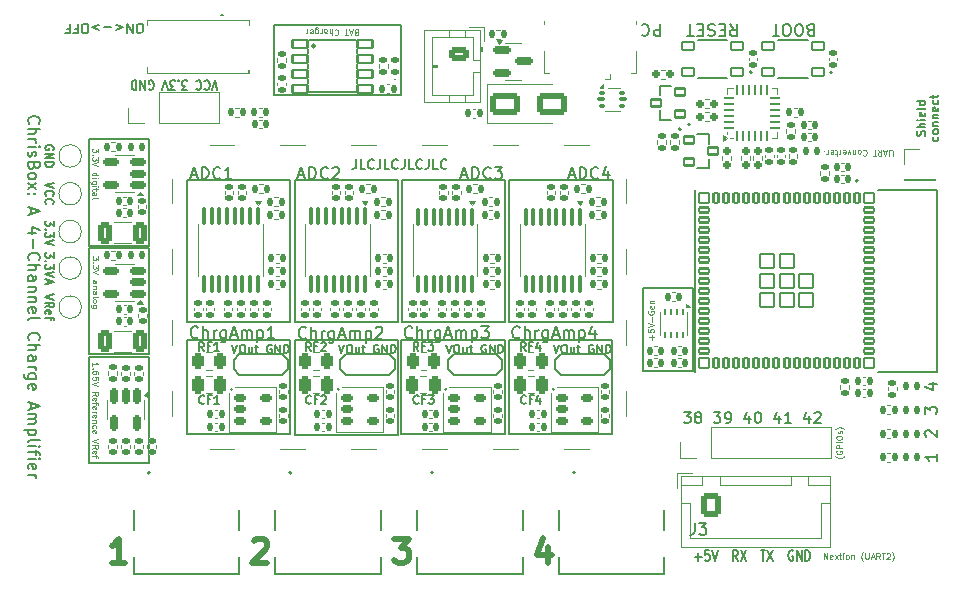
<source format=gbr>
%TF.GenerationSoftware,KiCad,Pcbnew,8.0.6*%
%TF.CreationDate,2025-06-05T21:04:29+02:00*%
%TF.ProjectId,ChrisPCB,43687269-7350-4434-922e-6b696361645f,rev?*%
%TF.SameCoordinates,Original*%
%TF.FileFunction,Legend,Top*%
%TF.FilePolarity,Positive*%
%FSLAX46Y46*%
G04 Gerber Fmt 4.6, Leading zero omitted, Abs format (unit mm)*
G04 Created by KiCad (PCBNEW 8.0.6) date 2025-06-05 21:04:29*
%MOMM*%
%LPD*%
G01*
G04 APERTURE LIST*
G04 Aperture macros list*
%AMRoundRect*
0 Rectangle with rounded corners*
0 $1 Rounding radius*
0 $2 $3 $4 $5 $6 $7 $8 $9 X,Y pos of 4 corners*
0 Add a 4 corners polygon primitive as box body*
4,1,4,$2,$3,$4,$5,$6,$7,$8,$9,$2,$3,0*
0 Add four circle primitives for the rounded corners*
1,1,$1+$1,$2,$3*
1,1,$1+$1,$4,$5*
1,1,$1+$1,$6,$7*
1,1,$1+$1,$8,$9*
0 Add four rect primitives between the rounded corners*
20,1,$1+$1,$2,$3,$4,$5,0*
20,1,$1+$1,$4,$5,$6,$7,0*
20,1,$1+$1,$6,$7,$8,$9,0*
20,1,$1+$1,$8,$9,$2,$3,0*%
G04 Aperture macros list end*
%ADD10C,0.150000*%
%ADD11C,0.125000*%
%ADD12C,0.200000*%
%ADD13C,0.500000*%
%ADD14C,0.120000*%
%ADD15C,0.127000*%
%ADD16C,0.100000*%
%ADD17C,0.223606*%
%ADD18C,0.010000*%
%ADD19RoundRect,0.140000X0.140000X0.170000X-0.140000X0.170000X-0.140000X-0.170000X0.140000X-0.170000X0*%
%ADD20RoundRect,0.140000X0.170000X-0.140000X0.170000X0.140000X-0.170000X0.140000X-0.170000X-0.140000X0*%
%ADD21RoundRect,0.062500X-0.062500X0.187500X-0.062500X-0.187500X0.062500X-0.187500X0.062500X0.187500X0*%
%ADD22R,1.600000X0.900000*%
%ADD23R,0.400000X1.350000*%
%ADD24O,1.200000X1.900000*%
%ADD25R,1.200000X1.900000*%
%ADD26C,1.450000*%
%ADD27R,1.500000X1.900000*%
%ADD28RoundRect,0.140000X-0.170000X0.140000X-0.170000X-0.140000X0.170000X-0.140000X0.170000X0.140000X0*%
%ADD29C,6.400000*%
%ADD30C,1.400000*%
%ADD31RoundRect,0.100000X-0.100000X0.637500X-0.100000X-0.637500X0.100000X-0.637500X0.100000X0.637500X0*%
%ADD32RoundRect,0.135000X0.135000X0.185000X-0.135000X0.185000X-0.135000X-0.185000X0.135000X-0.185000X0*%
%ADD33RoundRect,0.140000X-0.140000X-0.170000X0.140000X-0.170000X0.140000X0.170000X-0.140000X0.170000X0*%
%ADD34RoundRect,0.150000X-0.150000X0.512500X-0.150000X-0.512500X0.150000X-0.512500X0.150000X0.512500X0*%
%ADD35RoundRect,0.150000X0.512500X0.150000X-0.512500X0.150000X-0.512500X-0.150000X0.512500X-0.150000X0*%
%ADD36C,1.500000*%
%ADD37RoundRect,0.135000X0.185000X-0.135000X0.185000X0.135000X-0.185000X0.135000X-0.185000X-0.135000X0*%
%ADD38RoundRect,0.250000X-0.325000X-0.650000X0.325000X-0.650000X0.325000X0.650000X-0.325000X0.650000X0*%
%ADD39RoundRect,0.250000X0.262500X0.450000X-0.262500X0.450000X-0.262500X-0.450000X0.262500X-0.450000X0*%
%ADD40RoundRect,0.135000X-0.135000X-0.185000X0.135000X-0.185000X0.135000X0.185000X-0.135000X0.185000X0*%
%ADD41RoundRect,0.150000X-0.587500X-0.150000X0.587500X-0.150000X0.587500X0.150000X-0.587500X0.150000X0*%
%ADD42RoundRect,0.102000X-0.400000X-0.300000X0.400000X-0.300000X0.400000X0.300000X-0.400000X0.300000X0*%
%ADD43RoundRect,0.147500X0.147500X0.172500X-0.147500X0.172500X-0.147500X-0.172500X0.147500X-0.172500X0*%
%ADD44RoundRect,0.135000X-0.185000X0.135000X-0.185000X-0.135000X0.185000X-0.135000X0.185000X0.135000X0*%
%ADD45C,0.600000*%
%ADD46O,1.104000X2.204000*%
%ADD47O,1.104000X1.904000*%
%ADD48RoundRect,0.162500X-0.367500X-0.162500X0.367500X-0.162500X0.367500X0.162500X-0.367500X0.162500X0*%
%ADD49RoundRect,0.250000X-0.625000X0.350000X-0.625000X-0.350000X0.625000X-0.350000X0.625000X0.350000X0*%
%ADD50O,1.750000X1.200000*%
%ADD51RoundRect,0.102000X0.400000X0.300000X-0.400000X0.300000X-0.400000X-0.300000X0.400000X-0.300000X0*%
%ADD52RoundRect,0.062500X0.062500X-0.350000X0.062500X0.350000X-0.062500X0.350000X-0.062500X-0.350000X0*%
%ADD53RoundRect,0.062500X0.350000X-0.062500X0.350000X0.062500X-0.350000X0.062500X-0.350000X-0.062500X0*%
%ADD54R,2.600000X2.600000*%
%ADD55RoundRect,0.160000X0.160000X-0.197500X0.160000X0.197500X-0.160000X0.197500X-0.160000X-0.197500X0*%
%ADD56RoundRect,0.101600X-0.650000X-0.350000X0.650000X-0.350000X0.650000X0.350000X-0.650000X0.350000X0*%
%ADD57R,1.700000X1.700000*%
%ADD58RoundRect,0.160000X-0.197500X-0.160000X0.197500X-0.160000X0.197500X0.160000X-0.197500X0.160000X0*%
%ADD59RoundRect,0.250000X-0.600000X-0.725000X0.600000X-0.725000X0.600000X0.725000X-0.600000X0.725000X0*%
%ADD60O,1.700000X1.950000*%
%ADD61RoundRect,0.160000X-0.160000X0.197500X-0.160000X-0.197500X0.160000X-0.197500X0.160000X0.197500X0*%
%ADD62RoundRect,0.160000X0.197500X0.160000X-0.197500X0.160000X-0.197500X-0.160000X0.197500X-0.160000X0*%
%ADD63RoundRect,0.102000X0.525000X0.325000X-0.525000X0.325000X-0.525000X-0.325000X0.525000X-0.325000X0*%
%ADD64O,1.700000X1.700000*%
%ADD65RoundRect,0.250000X0.250000X0.475000X-0.250000X0.475000X-0.250000X-0.475000X0.250000X-0.475000X0*%
%ADD66RoundRect,0.093750X-0.156250X-0.093750X0.156250X-0.093750X0.156250X0.093750X-0.156250X0.093750X0*%
%ADD67RoundRect,0.075000X-0.250000X-0.075000X0.250000X-0.075000X0.250000X0.075000X-0.250000X0.075000X0*%
%ADD68R,1.550000X1.500000*%
%ADD69R,1.550000X1.750000*%
%ADD70R,1.550000X3.300000*%
%ADD71R,2.050000X1.500000*%
%ADD72R,2.100000X1.500000*%
%ADD73R,3.300000X1.500000*%
%ADD74RoundRect,0.250000X-1.000000X-0.650000X1.000000X-0.650000X1.000000X0.650000X-1.000000X0.650000X0*%
%ADD75C,1.300000*%
%ADD76C,2.483000*%
%ADD77RoundRect,0.102000X-0.200000X0.400000X-0.200000X-0.400000X0.200000X-0.400000X0.200000X0.400000X0*%
%ADD78RoundRect,0.102000X-0.400000X0.200000X-0.400000X-0.200000X0.400000X-0.200000X0.400000X0.200000X0*%
%ADD79RoundRect,0.102000X-0.600000X0.600000X-0.600000X-0.600000X0.600000X-0.600000X0.600000X0.600000X0*%
%ADD80RoundRect,0.102000X-0.400000X0.400000X-0.400000X-0.400000X0.400000X-0.400000X0.400000X0.400000X0*%
%ADD81RoundRect,0.147500X0.172500X-0.147500X0.172500X0.147500X-0.172500X0.147500X-0.172500X-0.147500X0*%
G04 APERTURE END LIST*
D10*
X147700000Y-97700000D02*
X151900000Y-97700000D01*
X151900000Y-104700000D01*
X147700000Y-104700000D01*
X147700000Y-97700000D01*
X118200000Y-102100000D02*
X126950000Y-102100000D01*
X126950000Y-110100000D01*
X118200000Y-110100000D01*
X118200000Y-102100000D01*
X100800000Y-85100000D02*
X105900000Y-85100000D01*
X105900000Y-94100000D01*
X100800000Y-94100000D01*
X100800000Y-85100000D01*
X116500000Y-75400000D02*
X127200000Y-75400000D01*
X127200000Y-81300000D01*
X116500000Y-81300000D01*
X116500000Y-75400000D01*
X136375000Y-88562500D02*
X145125000Y-88562500D01*
X145125000Y-100562500D01*
X136375000Y-100562500D01*
X136375000Y-88562500D01*
X109100000Y-102062500D02*
X117850000Y-102062500D01*
X117850000Y-110062500D01*
X109100000Y-110062500D01*
X109100000Y-102062500D01*
X100800000Y-103500000D02*
X105900000Y-103500000D01*
X105900000Y-112500000D01*
X100800000Y-112500000D01*
X100800000Y-103500000D01*
X100800000Y-94300000D02*
X105900000Y-94300000D01*
X105900000Y-103300000D01*
X100800000Y-103300000D01*
X100800000Y-94300000D01*
X109100000Y-88562500D02*
X117850000Y-88562500D01*
X117850000Y-100562500D01*
X109100000Y-100562500D01*
X109100000Y-88562500D01*
X136350000Y-102062500D02*
X145100000Y-102062500D01*
X145100000Y-110062500D01*
X136350000Y-110062500D01*
X136350000Y-102062500D01*
X127275000Y-88562500D02*
X136025000Y-88562500D01*
X136025000Y-100562500D01*
X127275000Y-100562500D01*
X127275000Y-88562500D01*
X118200000Y-88562500D02*
X126950000Y-88562500D01*
X126950000Y-100562500D01*
X118200000Y-100562500D01*
X118200000Y-88562500D01*
X127250000Y-102062500D02*
X136000000Y-102062500D01*
X136000000Y-110062500D01*
X127250000Y-110062500D01*
X127250000Y-102062500D01*
X121930000Y-102469033D02*
X122163334Y-103169033D01*
X122163334Y-103169033D02*
X122396667Y-102469033D01*
X122763334Y-102469033D02*
X122896667Y-102469033D01*
X122896667Y-102469033D02*
X122963334Y-102502366D01*
X122963334Y-102502366D02*
X123030000Y-102569033D01*
X123030000Y-102569033D02*
X123063334Y-102702366D01*
X123063334Y-102702366D02*
X123063334Y-102935700D01*
X123063334Y-102935700D02*
X123030000Y-103069033D01*
X123030000Y-103069033D02*
X122963334Y-103135700D01*
X122963334Y-103135700D02*
X122896667Y-103169033D01*
X122896667Y-103169033D02*
X122763334Y-103169033D01*
X122763334Y-103169033D02*
X122696667Y-103135700D01*
X122696667Y-103135700D02*
X122630000Y-103069033D01*
X122630000Y-103069033D02*
X122596667Y-102935700D01*
X122596667Y-102935700D02*
X122596667Y-102702366D01*
X122596667Y-102702366D02*
X122630000Y-102569033D01*
X122630000Y-102569033D02*
X122696667Y-102502366D01*
X122696667Y-102502366D02*
X122763334Y-102469033D01*
X123663333Y-102702366D02*
X123663333Y-103169033D01*
X123363333Y-102702366D02*
X123363333Y-103069033D01*
X123363333Y-103069033D02*
X123396667Y-103135700D01*
X123396667Y-103135700D02*
X123463333Y-103169033D01*
X123463333Y-103169033D02*
X123563333Y-103169033D01*
X123563333Y-103169033D02*
X123630000Y-103135700D01*
X123630000Y-103135700D02*
X123663333Y-103102366D01*
X123896666Y-102702366D02*
X124163333Y-102702366D01*
X123996666Y-102469033D02*
X123996666Y-103069033D01*
X123996666Y-103069033D02*
X124030000Y-103135700D01*
X124030000Y-103135700D02*
X124096666Y-103169033D01*
X124096666Y-103169033D02*
X124163333Y-103169033D01*
X125296666Y-102502366D02*
X125229999Y-102469033D01*
X125229999Y-102469033D02*
X125129999Y-102469033D01*
X125129999Y-102469033D02*
X125029999Y-102502366D01*
X125029999Y-102502366D02*
X124963333Y-102569033D01*
X124963333Y-102569033D02*
X124929999Y-102635700D01*
X124929999Y-102635700D02*
X124896666Y-102769033D01*
X124896666Y-102769033D02*
X124896666Y-102869033D01*
X124896666Y-102869033D02*
X124929999Y-103002366D01*
X124929999Y-103002366D02*
X124963333Y-103069033D01*
X124963333Y-103069033D02*
X125029999Y-103135700D01*
X125029999Y-103135700D02*
X125129999Y-103169033D01*
X125129999Y-103169033D02*
X125196666Y-103169033D01*
X125196666Y-103169033D02*
X125296666Y-103135700D01*
X125296666Y-103135700D02*
X125329999Y-103102366D01*
X125329999Y-103102366D02*
X125329999Y-102869033D01*
X125329999Y-102869033D02*
X125196666Y-102869033D01*
X125629999Y-103169033D02*
X125629999Y-102469033D01*
X125629999Y-102469033D02*
X126029999Y-103169033D01*
X126029999Y-103169033D02*
X126029999Y-102469033D01*
X126363332Y-103169033D02*
X126363332Y-102469033D01*
X126363332Y-102469033D02*
X126529999Y-102469033D01*
X126529999Y-102469033D02*
X126629999Y-102502366D01*
X126629999Y-102502366D02*
X126696666Y-102569033D01*
X126696666Y-102569033D02*
X126729999Y-102635700D01*
X126729999Y-102635700D02*
X126763332Y-102769033D01*
X126763332Y-102769033D02*
X126763332Y-102869033D01*
X126763332Y-102869033D02*
X126729999Y-103002366D01*
X126729999Y-103002366D02*
X126696666Y-103069033D01*
X126696666Y-103069033D02*
X126629999Y-103135700D01*
X126629999Y-103135700D02*
X126529999Y-103169033D01*
X126529999Y-103169033D02*
X126363332Y-103169033D01*
X105185712Y-76105704D02*
X105033331Y-76105704D01*
X105033331Y-76105704D02*
X104957141Y-76067609D01*
X104957141Y-76067609D02*
X104880950Y-75991419D01*
X104880950Y-75991419D02*
X104842855Y-75839038D01*
X104842855Y-75839038D02*
X104842855Y-75572371D01*
X104842855Y-75572371D02*
X104880950Y-75419990D01*
X104880950Y-75419990D02*
X104957141Y-75343800D01*
X104957141Y-75343800D02*
X105033331Y-75305704D01*
X105033331Y-75305704D02*
X105185712Y-75305704D01*
X105185712Y-75305704D02*
X105261903Y-75343800D01*
X105261903Y-75343800D02*
X105338093Y-75419990D01*
X105338093Y-75419990D02*
X105376189Y-75572371D01*
X105376189Y-75572371D02*
X105376189Y-75839038D01*
X105376189Y-75839038D02*
X105338093Y-75991419D01*
X105338093Y-75991419D02*
X105261903Y-76067609D01*
X105261903Y-76067609D02*
X105185712Y-76105704D01*
X104499998Y-75305704D02*
X104499998Y-76105704D01*
X104499998Y-76105704D02*
X104042855Y-75305704D01*
X104042855Y-75305704D02*
X104042855Y-76105704D01*
X103052380Y-75839038D02*
X103661903Y-75610466D01*
X103661903Y-75610466D02*
X103052380Y-75381895D01*
X102671427Y-75610466D02*
X102061904Y-75610466D01*
X101680951Y-75839038D02*
X101071428Y-75610466D01*
X101071428Y-75610466D02*
X101680951Y-75381895D01*
X100538094Y-76105704D02*
X100385713Y-76105704D01*
X100385713Y-76105704D02*
X100309523Y-76067609D01*
X100309523Y-76067609D02*
X100233332Y-75991419D01*
X100233332Y-75991419D02*
X100195237Y-75839038D01*
X100195237Y-75839038D02*
X100195237Y-75572371D01*
X100195237Y-75572371D02*
X100233332Y-75419990D01*
X100233332Y-75419990D02*
X100309523Y-75343800D01*
X100309523Y-75343800D02*
X100385713Y-75305704D01*
X100385713Y-75305704D02*
X100538094Y-75305704D01*
X100538094Y-75305704D02*
X100614285Y-75343800D01*
X100614285Y-75343800D02*
X100690475Y-75419990D01*
X100690475Y-75419990D02*
X100728571Y-75572371D01*
X100728571Y-75572371D02*
X100728571Y-75839038D01*
X100728571Y-75839038D02*
X100690475Y-75991419D01*
X100690475Y-75991419D02*
X100614285Y-76067609D01*
X100614285Y-76067609D02*
X100538094Y-76105704D01*
X99585714Y-75724752D02*
X99852380Y-75724752D01*
X99852380Y-75305704D02*
X99852380Y-76105704D01*
X99852380Y-76105704D02*
X99471428Y-76105704D01*
X98900000Y-75724752D02*
X99166666Y-75724752D01*
X99166666Y-75305704D02*
X99166666Y-76105704D01*
X99166666Y-76105704D02*
X98785714Y-76105704D01*
D11*
X101067690Y-104285717D02*
X101067690Y-104000003D01*
X101067690Y-104142860D02*
X101567690Y-104142860D01*
X101567690Y-104142860D02*
X101496261Y-104095241D01*
X101496261Y-104095241D02*
X101448642Y-104047622D01*
X101448642Y-104047622D02*
X101424833Y-104000003D01*
X101115309Y-104500002D02*
X101091500Y-104523812D01*
X101091500Y-104523812D02*
X101067690Y-104500002D01*
X101067690Y-104500002D02*
X101091500Y-104476193D01*
X101091500Y-104476193D02*
X101115309Y-104500002D01*
X101115309Y-104500002D02*
X101067690Y-104500002D01*
X101567690Y-104952383D02*
X101567690Y-104857145D01*
X101567690Y-104857145D02*
X101543880Y-104809526D01*
X101543880Y-104809526D02*
X101520071Y-104785716D01*
X101520071Y-104785716D02*
X101448642Y-104738097D01*
X101448642Y-104738097D02*
X101353404Y-104714288D01*
X101353404Y-104714288D02*
X101162928Y-104714288D01*
X101162928Y-104714288D02*
X101115309Y-104738097D01*
X101115309Y-104738097D02*
X101091500Y-104761907D01*
X101091500Y-104761907D02*
X101067690Y-104809526D01*
X101067690Y-104809526D02*
X101067690Y-104904764D01*
X101067690Y-104904764D02*
X101091500Y-104952383D01*
X101091500Y-104952383D02*
X101115309Y-104976192D01*
X101115309Y-104976192D02*
X101162928Y-105000002D01*
X101162928Y-105000002D02*
X101281976Y-105000002D01*
X101281976Y-105000002D02*
X101329595Y-104976192D01*
X101329595Y-104976192D02*
X101353404Y-104952383D01*
X101353404Y-104952383D02*
X101377214Y-104904764D01*
X101377214Y-104904764D02*
X101377214Y-104809526D01*
X101377214Y-104809526D02*
X101353404Y-104761907D01*
X101353404Y-104761907D02*
X101329595Y-104738097D01*
X101329595Y-104738097D02*
X101281976Y-104714288D01*
X101567690Y-105452382D02*
X101567690Y-105214287D01*
X101567690Y-105214287D02*
X101329595Y-105190478D01*
X101329595Y-105190478D02*
X101353404Y-105214287D01*
X101353404Y-105214287D02*
X101377214Y-105261906D01*
X101377214Y-105261906D02*
X101377214Y-105380954D01*
X101377214Y-105380954D02*
X101353404Y-105428573D01*
X101353404Y-105428573D02*
X101329595Y-105452382D01*
X101329595Y-105452382D02*
X101281976Y-105476192D01*
X101281976Y-105476192D02*
X101162928Y-105476192D01*
X101162928Y-105476192D02*
X101115309Y-105452382D01*
X101115309Y-105452382D02*
X101091500Y-105428573D01*
X101091500Y-105428573D02*
X101067690Y-105380954D01*
X101067690Y-105380954D02*
X101067690Y-105261906D01*
X101067690Y-105261906D02*
X101091500Y-105214287D01*
X101091500Y-105214287D02*
X101115309Y-105190478D01*
X101567690Y-105619049D02*
X101067690Y-105785715D01*
X101067690Y-105785715D02*
X101567690Y-105952382D01*
X101067690Y-106785714D02*
X101305785Y-106619048D01*
X101067690Y-106500000D02*
X101567690Y-106500000D01*
X101567690Y-106500000D02*
X101567690Y-106690476D01*
X101567690Y-106690476D02*
X101543880Y-106738095D01*
X101543880Y-106738095D02*
X101520071Y-106761905D01*
X101520071Y-106761905D02*
X101472452Y-106785714D01*
X101472452Y-106785714D02*
X101401023Y-106785714D01*
X101401023Y-106785714D02*
X101353404Y-106761905D01*
X101353404Y-106761905D02*
X101329595Y-106738095D01*
X101329595Y-106738095D02*
X101305785Y-106690476D01*
X101305785Y-106690476D02*
X101305785Y-106500000D01*
X101091500Y-107190476D02*
X101067690Y-107142857D01*
X101067690Y-107142857D02*
X101067690Y-107047619D01*
X101067690Y-107047619D02*
X101091500Y-107000000D01*
X101091500Y-107000000D02*
X101139119Y-106976191D01*
X101139119Y-106976191D02*
X101329595Y-106976191D01*
X101329595Y-106976191D02*
X101377214Y-107000000D01*
X101377214Y-107000000D02*
X101401023Y-107047619D01*
X101401023Y-107047619D02*
X101401023Y-107142857D01*
X101401023Y-107142857D02*
X101377214Y-107190476D01*
X101377214Y-107190476D02*
X101329595Y-107214286D01*
X101329595Y-107214286D02*
X101281976Y-107214286D01*
X101281976Y-107214286D02*
X101234357Y-106976191D01*
X101401023Y-107357143D02*
X101401023Y-107547619D01*
X101067690Y-107428571D02*
X101496261Y-107428571D01*
X101496261Y-107428571D02*
X101543880Y-107452381D01*
X101543880Y-107452381D02*
X101567690Y-107500000D01*
X101567690Y-107500000D02*
X101567690Y-107547619D01*
X101091500Y-107904761D02*
X101067690Y-107857142D01*
X101067690Y-107857142D02*
X101067690Y-107761904D01*
X101067690Y-107761904D02*
X101091500Y-107714285D01*
X101091500Y-107714285D02*
X101139119Y-107690476D01*
X101139119Y-107690476D02*
X101329595Y-107690476D01*
X101329595Y-107690476D02*
X101377214Y-107714285D01*
X101377214Y-107714285D02*
X101401023Y-107761904D01*
X101401023Y-107761904D02*
X101401023Y-107857142D01*
X101401023Y-107857142D02*
X101377214Y-107904761D01*
X101377214Y-107904761D02*
X101329595Y-107928571D01*
X101329595Y-107928571D02*
X101281976Y-107928571D01*
X101281976Y-107928571D02*
X101234357Y-107690476D01*
X101067690Y-108142856D02*
X101401023Y-108142856D01*
X101305785Y-108142856D02*
X101353404Y-108166666D01*
X101353404Y-108166666D02*
X101377214Y-108190475D01*
X101377214Y-108190475D02*
X101401023Y-108238094D01*
X101401023Y-108238094D02*
X101401023Y-108285713D01*
X101091500Y-108642856D02*
X101067690Y-108595237D01*
X101067690Y-108595237D02*
X101067690Y-108499999D01*
X101067690Y-108499999D02*
X101091500Y-108452380D01*
X101091500Y-108452380D02*
X101139119Y-108428571D01*
X101139119Y-108428571D02*
X101329595Y-108428571D01*
X101329595Y-108428571D02*
X101377214Y-108452380D01*
X101377214Y-108452380D02*
X101401023Y-108499999D01*
X101401023Y-108499999D02*
X101401023Y-108595237D01*
X101401023Y-108595237D02*
X101377214Y-108642856D01*
X101377214Y-108642856D02*
X101329595Y-108666666D01*
X101329595Y-108666666D02*
X101281976Y-108666666D01*
X101281976Y-108666666D02*
X101234357Y-108428571D01*
X101401023Y-108880951D02*
X101067690Y-108880951D01*
X101353404Y-108880951D02*
X101377214Y-108904761D01*
X101377214Y-108904761D02*
X101401023Y-108952380D01*
X101401023Y-108952380D02*
X101401023Y-109023808D01*
X101401023Y-109023808D02*
X101377214Y-109071427D01*
X101377214Y-109071427D02*
X101329595Y-109095237D01*
X101329595Y-109095237D02*
X101067690Y-109095237D01*
X101091500Y-109547618D02*
X101067690Y-109499999D01*
X101067690Y-109499999D02*
X101067690Y-109404761D01*
X101067690Y-109404761D02*
X101091500Y-109357142D01*
X101091500Y-109357142D02*
X101115309Y-109333332D01*
X101115309Y-109333332D02*
X101162928Y-109309523D01*
X101162928Y-109309523D02*
X101305785Y-109309523D01*
X101305785Y-109309523D02*
X101353404Y-109333332D01*
X101353404Y-109333332D02*
X101377214Y-109357142D01*
X101377214Y-109357142D02*
X101401023Y-109404761D01*
X101401023Y-109404761D02*
X101401023Y-109499999D01*
X101401023Y-109499999D02*
X101377214Y-109547618D01*
X101091500Y-109952379D02*
X101067690Y-109904760D01*
X101067690Y-109904760D02*
X101067690Y-109809522D01*
X101067690Y-109809522D02*
X101091500Y-109761903D01*
X101091500Y-109761903D02*
X101139119Y-109738094D01*
X101139119Y-109738094D02*
X101329595Y-109738094D01*
X101329595Y-109738094D02*
X101377214Y-109761903D01*
X101377214Y-109761903D02*
X101401023Y-109809522D01*
X101401023Y-109809522D02*
X101401023Y-109904760D01*
X101401023Y-109904760D02*
X101377214Y-109952379D01*
X101377214Y-109952379D02*
X101329595Y-109976189D01*
X101329595Y-109976189D02*
X101281976Y-109976189D01*
X101281976Y-109976189D02*
X101234357Y-109738094D01*
X101567690Y-110499998D02*
X101067690Y-110666664D01*
X101067690Y-110666664D02*
X101567690Y-110833331D01*
X101067690Y-111285711D02*
X101305785Y-111119045D01*
X101067690Y-110999997D02*
X101567690Y-110999997D01*
X101567690Y-110999997D02*
X101567690Y-111190473D01*
X101567690Y-111190473D02*
X101543880Y-111238092D01*
X101543880Y-111238092D02*
X101520071Y-111261902D01*
X101520071Y-111261902D02*
X101472452Y-111285711D01*
X101472452Y-111285711D02*
X101401023Y-111285711D01*
X101401023Y-111285711D02*
X101353404Y-111261902D01*
X101353404Y-111261902D02*
X101329595Y-111238092D01*
X101329595Y-111238092D02*
X101305785Y-111190473D01*
X101305785Y-111190473D02*
X101305785Y-110999997D01*
X101091500Y-111690473D02*
X101067690Y-111642854D01*
X101067690Y-111642854D02*
X101067690Y-111547616D01*
X101067690Y-111547616D02*
X101091500Y-111499997D01*
X101091500Y-111499997D02*
X101139119Y-111476188D01*
X101139119Y-111476188D02*
X101329595Y-111476188D01*
X101329595Y-111476188D02*
X101377214Y-111499997D01*
X101377214Y-111499997D02*
X101401023Y-111547616D01*
X101401023Y-111547616D02*
X101401023Y-111642854D01*
X101401023Y-111642854D02*
X101377214Y-111690473D01*
X101377214Y-111690473D02*
X101329595Y-111714283D01*
X101329595Y-111714283D02*
X101281976Y-111714283D01*
X101281976Y-111714283D02*
X101234357Y-111476188D01*
X101401023Y-111857140D02*
X101401023Y-112047616D01*
X101067690Y-111928568D02*
X101496261Y-111928568D01*
X101496261Y-111928568D02*
X101543880Y-111952378D01*
X101543880Y-111952378D02*
X101567690Y-111999997D01*
X101567690Y-111999997D02*
X101567690Y-112047616D01*
D12*
X172587219Y-111714285D02*
X172587219Y-112285713D01*
X172587219Y-111999999D02*
X171587219Y-111999999D01*
X171587219Y-111999999D02*
X171730076Y-112095237D01*
X171730076Y-112095237D02*
X171825314Y-112190475D01*
X171825314Y-112190475D02*
X171872933Y-112285713D01*
X171587219Y-108333332D02*
X171587219Y-107714285D01*
X171587219Y-107714285D02*
X171968171Y-108047618D01*
X171968171Y-108047618D02*
X171968171Y-107904761D01*
X171968171Y-107904761D02*
X172015790Y-107809523D01*
X172015790Y-107809523D02*
X172063409Y-107761904D01*
X172063409Y-107761904D02*
X172158647Y-107714285D01*
X172158647Y-107714285D02*
X172396742Y-107714285D01*
X172396742Y-107714285D02*
X172491980Y-107761904D01*
X172491980Y-107761904D02*
X172539600Y-107809523D01*
X172539600Y-107809523D02*
X172587219Y-107904761D01*
X172587219Y-107904761D02*
X172587219Y-108190475D01*
X172587219Y-108190475D02*
X172539600Y-108285713D01*
X172539600Y-108285713D02*
X172491980Y-108333332D01*
D10*
X140130000Y-102469033D02*
X140363334Y-103169033D01*
X140363334Y-103169033D02*
X140596667Y-102469033D01*
X140963334Y-102469033D02*
X141096667Y-102469033D01*
X141096667Y-102469033D02*
X141163334Y-102502366D01*
X141163334Y-102502366D02*
X141230000Y-102569033D01*
X141230000Y-102569033D02*
X141263334Y-102702366D01*
X141263334Y-102702366D02*
X141263334Y-102935700D01*
X141263334Y-102935700D02*
X141230000Y-103069033D01*
X141230000Y-103069033D02*
X141163334Y-103135700D01*
X141163334Y-103135700D02*
X141096667Y-103169033D01*
X141096667Y-103169033D02*
X140963334Y-103169033D01*
X140963334Y-103169033D02*
X140896667Y-103135700D01*
X140896667Y-103135700D02*
X140830000Y-103069033D01*
X140830000Y-103069033D02*
X140796667Y-102935700D01*
X140796667Y-102935700D02*
X140796667Y-102702366D01*
X140796667Y-102702366D02*
X140830000Y-102569033D01*
X140830000Y-102569033D02*
X140896667Y-102502366D01*
X140896667Y-102502366D02*
X140963334Y-102469033D01*
X141863333Y-102702366D02*
X141863333Y-103169033D01*
X141563333Y-102702366D02*
X141563333Y-103069033D01*
X141563333Y-103069033D02*
X141596667Y-103135700D01*
X141596667Y-103135700D02*
X141663333Y-103169033D01*
X141663333Y-103169033D02*
X141763333Y-103169033D01*
X141763333Y-103169033D02*
X141830000Y-103135700D01*
X141830000Y-103135700D02*
X141863333Y-103102366D01*
X142096666Y-102702366D02*
X142363333Y-102702366D01*
X142196666Y-102469033D02*
X142196666Y-103069033D01*
X142196666Y-103069033D02*
X142230000Y-103135700D01*
X142230000Y-103135700D02*
X142296666Y-103169033D01*
X142296666Y-103169033D02*
X142363333Y-103169033D01*
X143496666Y-102502366D02*
X143429999Y-102469033D01*
X143429999Y-102469033D02*
X143329999Y-102469033D01*
X143329999Y-102469033D02*
X143229999Y-102502366D01*
X143229999Y-102502366D02*
X143163333Y-102569033D01*
X143163333Y-102569033D02*
X143129999Y-102635700D01*
X143129999Y-102635700D02*
X143096666Y-102769033D01*
X143096666Y-102769033D02*
X143096666Y-102869033D01*
X143096666Y-102869033D02*
X143129999Y-103002366D01*
X143129999Y-103002366D02*
X143163333Y-103069033D01*
X143163333Y-103069033D02*
X143229999Y-103135700D01*
X143229999Y-103135700D02*
X143329999Y-103169033D01*
X143329999Y-103169033D02*
X143396666Y-103169033D01*
X143396666Y-103169033D02*
X143496666Y-103135700D01*
X143496666Y-103135700D02*
X143529999Y-103102366D01*
X143529999Y-103102366D02*
X143529999Y-102869033D01*
X143529999Y-102869033D02*
X143396666Y-102869033D01*
X143829999Y-103169033D02*
X143829999Y-102469033D01*
X143829999Y-102469033D02*
X144229999Y-103169033D01*
X144229999Y-103169033D02*
X144229999Y-102469033D01*
X144563332Y-103169033D02*
X144563332Y-102469033D01*
X144563332Y-102469033D02*
X144729999Y-102469033D01*
X144729999Y-102469033D02*
X144829999Y-102502366D01*
X144829999Y-102502366D02*
X144896666Y-102569033D01*
X144896666Y-102569033D02*
X144929999Y-102635700D01*
X144929999Y-102635700D02*
X144963332Y-102769033D01*
X144963332Y-102769033D02*
X144963332Y-102869033D01*
X144963332Y-102869033D02*
X144929999Y-103002366D01*
X144929999Y-103002366D02*
X144896666Y-103069033D01*
X144896666Y-103069033D02*
X144829999Y-103135700D01*
X144829999Y-103135700D02*
X144729999Y-103169033D01*
X144729999Y-103169033D02*
X144563332Y-103169033D01*
D13*
X139679624Y-119593404D02*
X139679624Y-120926738D01*
X139203433Y-118831500D02*
X138727243Y-120260071D01*
X138727243Y-120260071D02*
X139965338Y-120260071D01*
D10*
X152122000Y-120443200D02*
X152655334Y-120443200D01*
X152388667Y-120786057D02*
X152388667Y-120100342D01*
X153322001Y-119886057D02*
X152988667Y-119886057D01*
X152988667Y-119886057D02*
X152955334Y-120314628D01*
X152955334Y-120314628D02*
X152988667Y-120271771D01*
X152988667Y-120271771D02*
X153055334Y-120228914D01*
X153055334Y-120228914D02*
X153222001Y-120228914D01*
X153222001Y-120228914D02*
X153288667Y-120271771D01*
X153288667Y-120271771D02*
X153322001Y-120314628D01*
X153322001Y-120314628D02*
X153355334Y-120400342D01*
X153355334Y-120400342D02*
X153355334Y-120614628D01*
X153355334Y-120614628D02*
X153322001Y-120700342D01*
X153322001Y-120700342D02*
X153288667Y-120743200D01*
X153288667Y-120743200D02*
X153222001Y-120786057D01*
X153222001Y-120786057D02*
X153055334Y-120786057D01*
X153055334Y-120786057D02*
X152988667Y-120743200D01*
X152988667Y-120743200D02*
X152955334Y-120700342D01*
X153555334Y-119886057D02*
X153788668Y-120786057D01*
X153788668Y-120786057D02*
X154022001Y-119886057D01*
X155722000Y-120786057D02*
X155488667Y-120357485D01*
X155322000Y-120786057D02*
X155322000Y-119886057D01*
X155322000Y-119886057D02*
X155588667Y-119886057D01*
X155588667Y-119886057D02*
X155655334Y-119928914D01*
X155655334Y-119928914D02*
X155688667Y-119971771D01*
X155688667Y-119971771D02*
X155722000Y-120057485D01*
X155722000Y-120057485D02*
X155722000Y-120186057D01*
X155722000Y-120186057D02*
X155688667Y-120271771D01*
X155688667Y-120271771D02*
X155655334Y-120314628D01*
X155655334Y-120314628D02*
X155588667Y-120357485D01*
X155588667Y-120357485D02*
X155322000Y-120357485D01*
X155955334Y-119886057D02*
X156422000Y-120786057D01*
X156422000Y-119886057D02*
X155955334Y-120786057D01*
X157655333Y-119886057D02*
X158055333Y-119886057D01*
X157855333Y-120786057D02*
X157855333Y-119886057D01*
X158222000Y-119886057D02*
X158688666Y-120786057D01*
X158688666Y-119886057D02*
X158222000Y-120786057D01*
X160388666Y-119928914D02*
X160321999Y-119886057D01*
X160321999Y-119886057D02*
X160221999Y-119886057D01*
X160221999Y-119886057D02*
X160121999Y-119928914D01*
X160121999Y-119928914D02*
X160055333Y-120014628D01*
X160055333Y-120014628D02*
X160021999Y-120100342D01*
X160021999Y-120100342D02*
X159988666Y-120271771D01*
X159988666Y-120271771D02*
X159988666Y-120400342D01*
X159988666Y-120400342D02*
X160021999Y-120571771D01*
X160021999Y-120571771D02*
X160055333Y-120657485D01*
X160055333Y-120657485D02*
X160121999Y-120743200D01*
X160121999Y-120743200D02*
X160221999Y-120786057D01*
X160221999Y-120786057D02*
X160288666Y-120786057D01*
X160288666Y-120786057D02*
X160388666Y-120743200D01*
X160388666Y-120743200D02*
X160421999Y-120700342D01*
X160421999Y-120700342D02*
X160421999Y-120400342D01*
X160421999Y-120400342D02*
X160288666Y-120400342D01*
X160721999Y-120786057D02*
X160721999Y-119886057D01*
X160721999Y-119886057D02*
X161121999Y-120786057D01*
X161121999Y-120786057D02*
X161121999Y-119886057D01*
X161455332Y-120786057D02*
X161455332Y-119886057D01*
X161455332Y-119886057D02*
X161621999Y-119886057D01*
X161621999Y-119886057D02*
X161721999Y-119928914D01*
X161721999Y-119928914D02*
X161788666Y-120014628D01*
X161788666Y-120014628D02*
X161821999Y-120100342D01*
X161821999Y-120100342D02*
X161855332Y-120271771D01*
X161855332Y-120271771D02*
X161855332Y-120400342D01*
X161855332Y-120400342D02*
X161821999Y-120571771D01*
X161821999Y-120571771D02*
X161788666Y-120657485D01*
X161788666Y-120657485D02*
X161721999Y-120743200D01*
X161721999Y-120743200D02*
X161621999Y-120786057D01*
X161621999Y-120786057D02*
X161455332Y-120786057D01*
D13*
X103870100Y-120926738D02*
X102727243Y-120926738D01*
X103298671Y-120926738D02*
X103298671Y-118926738D01*
X103298671Y-118926738D02*
X103108195Y-119212452D01*
X103108195Y-119212452D02*
X102917719Y-119402928D01*
X102917719Y-119402928D02*
X102727243Y-119498166D01*
D10*
X161857142Y-75853990D02*
X161714285Y-75806371D01*
X161714285Y-75806371D02*
X161666666Y-75758752D01*
X161666666Y-75758752D02*
X161619047Y-75663514D01*
X161619047Y-75663514D02*
X161619047Y-75520657D01*
X161619047Y-75520657D02*
X161666666Y-75425419D01*
X161666666Y-75425419D02*
X161714285Y-75377800D01*
X161714285Y-75377800D02*
X161809523Y-75330180D01*
X161809523Y-75330180D02*
X162190475Y-75330180D01*
X162190475Y-75330180D02*
X162190475Y-76330180D01*
X162190475Y-76330180D02*
X161857142Y-76330180D01*
X161857142Y-76330180D02*
X161761904Y-76282561D01*
X161761904Y-76282561D02*
X161714285Y-76234942D01*
X161714285Y-76234942D02*
X161666666Y-76139704D01*
X161666666Y-76139704D02*
X161666666Y-76044466D01*
X161666666Y-76044466D02*
X161714285Y-75949228D01*
X161714285Y-75949228D02*
X161761904Y-75901609D01*
X161761904Y-75901609D02*
X161857142Y-75853990D01*
X161857142Y-75853990D02*
X162190475Y-75853990D01*
X160999999Y-76330180D02*
X160809523Y-76330180D01*
X160809523Y-76330180D02*
X160714285Y-76282561D01*
X160714285Y-76282561D02*
X160619047Y-76187323D01*
X160619047Y-76187323D02*
X160571428Y-75996847D01*
X160571428Y-75996847D02*
X160571428Y-75663514D01*
X160571428Y-75663514D02*
X160619047Y-75473038D01*
X160619047Y-75473038D02*
X160714285Y-75377800D01*
X160714285Y-75377800D02*
X160809523Y-75330180D01*
X160809523Y-75330180D02*
X160999999Y-75330180D01*
X160999999Y-75330180D02*
X161095237Y-75377800D01*
X161095237Y-75377800D02*
X161190475Y-75473038D01*
X161190475Y-75473038D02*
X161238094Y-75663514D01*
X161238094Y-75663514D02*
X161238094Y-75996847D01*
X161238094Y-75996847D02*
X161190475Y-76187323D01*
X161190475Y-76187323D02*
X161095237Y-76282561D01*
X161095237Y-76282561D02*
X160999999Y-76330180D01*
X159952380Y-76330180D02*
X159761904Y-76330180D01*
X159761904Y-76330180D02*
X159666666Y-76282561D01*
X159666666Y-76282561D02*
X159571428Y-76187323D01*
X159571428Y-76187323D02*
X159523809Y-75996847D01*
X159523809Y-75996847D02*
X159523809Y-75663514D01*
X159523809Y-75663514D02*
X159571428Y-75473038D01*
X159571428Y-75473038D02*
X159666666Y-75377800D01*
X159666666Y-75377800D02*
X159761904Y-75330180D01*
X159761904Y-75330180D02*
X159952380Y-75330180D01*
X159952380Y-75330180D02*
X160047618Y-75377800D01*
X160047618Y-75377800D02*
X160142856Y-75473038D01*
X160142856Y-75473038D02*
X160190475Y-75663514D01*
X160190475Y-75663514D02*
X160190475Y-75996847D01*
X160190475Y-75996847D02*
X160142856Y-76187323D01*
X160142856Y-76187323D02*
X160047618Y-76282561D01*
X160047618Y-76282561D02*
X159952380Y-76330180D01*
X159238094Y-76330180D02*
X158666666Y-76330180D01*
X158952380Y-75330180D02*
X158952380Y-76330180D01*
X119158207Y-101874580D02*
X119110588Y-101922200D01*
X119110588Y-101922200D02*
X118967731Y-101969819D01*
X118967731Y-101969819D02*
X118872493Y-101969819D01*
X118872493Y-101969819D02*
X118729636Y-101922200D01*
X118729636Y-101922200D02*
X118634398Y-101826961D01*
X118634398Y-101826961D02*
X118586779Y-101731723D01*
X118586779Y-101731723D02*
X118539160Y-101541247D01*
X118539160Y-101541247D02*
X118539160Y-101398390D01*
X118539160Y-101398390D02*
X118586779Y-101207914D01*
X118586779Y-101207914D02*
X118634398Y-101112676D01*
X118634398Y-101112676D02*
X118729636Y-101017438D01*
X118729636Y-101017438D02*
X118872493Y-100969819D01*
X118872493Y-100969819D02*
X118967731Y-100969819D01*
X118967731Y-100969819D02*
X119110588Y-101017438D01*
X119110588Y-101017438D02*
X119158207Y-101065057D01*
X119586779Y-101969819D02*
X119586779Y-100969819D01*
X120015350Y-101969819D02*
X120015350Y-101446009D01*
X120015350Y-101446009D02*
X119967731Y-101350771D01*
X119967731Y-101350771D02*
X119872493Y-101303152D01*
X119872493Y-101303152D02*
X119729636Y-101303152D01*
X119729636Y-101303152D02*
X119634398Y-101350771D01*
X119634398Y-101350771D02*
X119586779Y-101398390D01*
X120491541Y-101969819D02*
X120491541Y-101303152D01*
X120491541Y-101493628D02*
X120539160Y-101398390D01*
X120539160Y-101398390D02*
X120586779Y-101350771D01*
X120586779Y-101350771D02*
X120682017Y-101303152D01*
X120682017Y-101303152D02*
X120777255Y-101303152D01*
X121539160Y-101303152D02*
X121539160Y-102112676D01*
X121539160Y-102112676D02*
X121491541Y-102207914D01*
X121491541Y-102207914D02*
X121443922Y-102255533D01*
X121443922Y-102255533D02*
X121348684Y-102303152D01*
X121348684Y-102303152D02*
X121205827Y-102303152D01*
X121205827Y-102303152D02*
X121110589Y-102255533D01*
X121539160Y-101922200D02*
X121443922Y-101969819D01*
X121443922Y-101969819D02*
X121253446Y-101969819D01*
X121253446Y-101969819D02*
X121158208Y-101922200D01*
X121158208Y-101922200D02*
X121110589Y-101874580D01*
X121110589Y-101874580D02*
X121062970Y-101779342D01*
X121062970Y-101779342D02*
X121062970Y-101493628D01*
X121062970Y-101493628D02*
X121110589Y-101398390D01*
X121110589Y-101398390D02*
X121158208Y-101350771D01*
X121158208Y-101350771D02*
X121253446Y-101303152D01*
X121253446Y-101303152D02*
X121443922Y-101303152D01*
X121443922Y-101303152D02*
X121539160Y-101350771D01*
X121967732Y-101684104D02*
X122443922Y-101684104D01*
X121872494Y-101969819D02*
X122205827Y-100969819D01*
X122205827Y-100969819D02*
X122539160Y-101969819D01*
X122872494Y-101969819D02*
X122872494Y-101303152D01*
X122872494Y-101398390D02*
X122920113Y-101350771D01*
X122920113Y-101350771D02*
X123015351Y-101303152D01*
X123015351Y-101303152D02*
X123158208Y-101303152D01*
X123158208Y-101303152D02*
X123253446Y-101350771D01*
X123253446Y-101350771D02*
X123301065Y-101446009D01*
X123301065Y-101446009D02*
X123301065Y-101969819D01*
X123301065Y-101446009D02*
X123348684Y-101350771D01*
X123348684Y-101350771D02*
X123443922Y-101303152D01*
X123443922Y-101303152D02*
X123586779Y-101303152D01*
X123586779Y-101303152D02*
X123682018Y-101350771D01*
X123682018Y-101350771D02*
X123729637Y-101446009D01*
X123729637Y-101446009D02*
X123729637Y-101969819D01*
X124205827Y-101303152D02*
X124205827Y-102303152D01*
X124205827Y-101350771D02*
X124301065Y-101303152D01*
X124301065Y-101303152D02*
X124491541Y-101303152D01*
X124491541Y-101303152D02*
X124586779Y-101350771D01*
X124586779Y-101350771D02*
X124634398Y-101398390D01*
X124634398Y-101398390D02*
X124682017Y-101493628D01*
X124682017Y-101493628D02*
X124682017Y-101779342D01*
X124682017Y-101779342D02*
X124634398Y-101874580D01*
X124634398Y-101874580D02*
X124586779Y-101922200D01*
X124586779Y-101922200D02*
X124491541Y-101969819D01*
X124491541Y-101969819D02*
X124301065Y-101969819D01*
X124301065Y-101969819D02*
X124205827Y-101922200D01*
X125062970Y-101065057D02*
X125110589Y-101017438D01*
X125110589Y-101017438D02*
X125205827Y-100969819D01*
X125205827Y-100969819D02*
X125443922Y-100969819D01*
X125443922Y-100969819D02*
X125539160Y-101017438D01*
X125539160Y-101017438D02*
X125586779Y-101065057D01*
X125586779Y-101065057D02*
X125634398Y-101160295D01*
X125634398Y-101160295D02*
X125634398Y-101255533D01*
X125634398Y-101255533D02*
X125586779Y-101398390D01*
X125586779Y-101398390D02*
X125015351Y-101969819D01*
X125015351Y-101969819D02*
X125634398Y-101969819D01*
D11*
X168825091Y-86467690D02*
X168825091Y-86062928D01*
X168825091Y-86062928D02*
X168801281Y-86015309D01*
X168801281Y-86015309D02*
X168777472Y-85991500D01*
X168777472Y-85991500D02*
X168729853Y-85967690D01*
X168729853Y-85967690D02*
X168634615Y-85967690D01*
X168634615Y-85967690D02*
X168586996Y-85991500D01*
X168586996Y-85991500D02*
X168563186Y-86015309D01*
X168563186Y-86015309D02*
X168539377Y-86062928D01*
X168539377Y-86062928D02*
X168539377Y-86467690D01*
X168325090Y-86110547D02*
X168086995Y-86110547D01*
X168372709Y-85967690D02*
X168206043Y-86467690D01*
X168206043Y-86467690D02*
X168039376Y-85967690D01*
X167586996Y-85967690D02*
X167753662Y-86205785D01*
X167872710Y-85967690D02*
X167872710Y-86467690D01*
X167872710Y-86467690D02*
X167682234Y-86467690D01*
X167682234Y-86467690D02*
X167634615Y-86443880D01*
X167634615Y-86443880D02*
X167610805Y-86420071D01*
X167610805Y-86420071D02*
X167586996Y-86372452D01*
X167586996Y-86372452D02*
X167586996Y-86301023D01*
X167586996Y-86301023D02*
X167610805Y-86253404D01*
X167610805Y-86253404D02*
X167634615Y-86229595D01*
X167634615Y-86229595D02*
X167682234Y-86205785D01*
X167682234Y-86205785D02*
X167872710Y-86205785D01*
X167444138Y-86467690D02*
X167158424Y-86467690D01*
X167301281Y-85967690D02*
X167301281Y-86467690D01*
X166325092Y-86015309D02*
X166348901Y-85991500D01*
X166348901Y-85991500D02*
X166420330Y-85967690D01*
X166420330Y-85967690D02*
X166467949Y-85967690D01*
X166467949Y-85967690D02*
X166539377Y-85991500D01*
X166539377Y-85991500D02*
X166586996Y-86039119D01*
X166586996Y-86039119D02*
X166610806Y-86086738D01*
X166610806Y-86086738D02*
X166634615Y-86181976D01*
X166634615Y-86181976D02*
X166634615Y-86253404D01*
X166634615Y-86253404D02*
X166610806Y-86348642D01*
X166610806Y-86348642D02*
X166586996Y-86396261D01*
X166586996Y-86396261D02*
X166539377Y-86443880D01*
X166539377Y-86443880D02*
X166467949Y-86467690D01*
X166467949Y-86467690D02*
X166420330Y-86467690D01*
X166420330Y-86467690D02*
X166348901Y-86443880D01*
X166348901Y-86443880D02*
X166325092Y-86420071D01*
X166039377Y-85967690D02*
X166086996Y-85991500D01*
X166086996Y-85991500D02*
X166110806Y-86015309D01*
X166110806Y-86015309D02*
X166134615Y-86062928D01*
X166134615Y-86062928D02*
X166134615Y-86205785D01*
X166134615Y-86205785D02*
X166110806Y-86253404D01*
X166110806Y-86253404D02*
X166086996Y-86277214D01*
X166086996Y-86277214D02*
X166039377Y-86301023D01*
X166039377Y-86301023D02*
X165967949Y-86301023D01*
X165967949Y-86301023D02*
X165920330Y-86277214D01*
X165920330Y-86277214D02*
X165896520Y-86253404D01*
X165896520Y-86253404D02*
X165872711Y-86205785D01*
X165872711Y-86205785D02*
X165872711Y-86062928D01*
X165872711Y-86062928D02*
X165896520Y-86015309D01*
X165896520Y-86015309D02*
X165920330Y-85991500D01*
X165920330Y-85991500D02*
X165967949Y-85967690D01*
X165967949Y-85967690D02*
X166039377Y-85967690D01*
X165658425Y-86301023D02*
X165658425Y-85967690D01*
X165658425Y-86253404D02*
X165634615Y-86277214D01*
X165634615Y-86277214D02*
X165586996Y-86301023D01*
X165586996Y-86301023D02*
X165515568Y-86301023D01*
X165515568Y-86301023D02*
X165467949Y-86277214D01*
X165467949Y-86277214D02*
X165444139Y-86229595D01*
X165444139Y-86229595D02*
X165444139Y-85967690D01*
X165253663Y-86301023D02*
X165134615Y-85967690D01*
X165134615Y-85967690D02*
X165015568Y-86301023D01*
X164634616Y-85991500D02*
X164682235Y-85967690D01*
X164682235Y-85967690D02*
X164777473Y-85967690D01*
X164777473Y-85967690D02*
X164825092Y-85991500D01*
X164825092Y-85991500D02*
X164848901Y-86039119D01*
X164848901Y-86039119D02*
X164848901Y-86229595D01*
X164848901Y-86229595D02*
X164825092Y-86277214D01*
X164825092Y-86277214D02*
X164777473Y-86301023D01*
X164777473Y-86301023D02*
X164682235Y-86301023D01*
X164682235Y-86301023D02*
X164634616Y-86277214D01*
X164634616Y-86277214D02*
X164610806Y-86229595D01*
X164610806Y-86229595D02*
X164610806Y-86181976D01*
X164610806Y-86181976D02*
X164848901Y-86134357D01*
X164396521Y-85967690D02*
X164396521Y-86301023D01*
X164396521Y-86205785D02*
X164372711Y-86253404D01*
X164372711Y-86253404D02*
X164348902Y-86277214D01*
X164348902Y-86277214D02*
X164301283Y-86301023D01*
X164301283Y-86301023D02*
X164253664Y-86301023D01*
X164158425Y-86301023D02*
X163967949Y-86301023D01*
X164086997Y-86467690D02*
X164086997Y-86039119D01*
X164086997Y-86039119D02*
X164063187Y-85991500D01*
X164063187Y-85991500D02*
X164015568Y-85967690D01*
X164015568Y-85967690D02*
X163967949Y-85967690D01*
X163610807Y-85991500D02*
X163658426Y-85967690D01*
X163658426Y-85967690D02*
X163753664Y-85967690D01*
X163753664Y-85967690D02*
X163801283Y-85991500D01*
X163801283Y-85991500D02*
X163825092Y-86039119D01*
X163825092Y-86039119D02*
X163825092Y-86229595D01*
X163825092Y-86229595D02*
X163801283Y-86277214D01*
X163801283Y-86277214D02*
X163753664Y-86301023D01*
X163753664Y-86301023D02*
X163658426Y-86301023D01*
X163658426Y-86301023D02*
X163610807Y-86277214D01*
X163610807Y-86277214D02*
X163586997Y-86229595D01*
X163586997Y-86229595D02*
X163586997Y-86181976D01*
X163586997Y-86181976D02*
X163825092Y-86134357D01*
X163372712Y-85967690D02*
X163372712Y-86301023D01*
X163372712Y-86205785D02*
X163348902Y-86253404D01*
X163348902Y-86253404D02*
X163325093Y-86277214D01*
X163325093Y-86277214D02*
X163277474Y-86301023D01*
X163277474Y-86301023D02*
X163229855Y-86301023D01*
D10*
X141432268Y-88146604D02*
X141908458Y-88146604D01*
X141337030Y-88432319D02*
X141670363Y-87432319D01*
X141670363Y-87432319D02*
X142003696Y-88432319D01*
X142337030Y-88432319D02*
X142337030Y-87432319D01*
X142337030Y-87432319D02*
X142575125Y-87432319D01*
X142575125Y-87432319D02*
X142717982Y-87479938D01*
X142717982Y-87479938D02*
X142813220Y-87575176D01*
X142813220Y-87575176D02*
X142860839Y-87670414D01*
X142860839Y-87670414D02*
X142908458Y-87860890D01*
X142908458Y-87860890D02*
X142908458Y-88003747D01*
X142908458Y-88003747D02*
X142860839Y-88194223D01*
X142860839Y-88194223D02*
X142813220Y-88289461D01*
X142813220Y-88289461D02*
X142717982Y-88384700D01*
X142717982Y-88384700D02*
X142575125Y-88432319D01*
X142575125Y-88432319D02*
X142337030Y-88432319D01*
X143908458Y-88337080D02*
X143860839Y-88384700D01*
X143860839Y-88384700D02*
X143717982Y-88432319D01*
X143717982Y-88432319D02*
X143622744Y-88432319D01*
X143622744Y-88432319D02*
X143479887Y-88384700D01*
X143479887Y-88384700D02*
X143384649Y-88289461D01*
X143384649Y-88289461D02*
X143337030Y-88194223D01*
X143337030Y-88194223D02*
X143289411Y-88003747D01*
X143289411Y-88003747D02*
X143289411Y-87860890D01*
X143289411Y-87860890D02*
X143337030Y-87670414D01*
X143337030Y-87670414D02*
X143384649Y-87575176D01*
X143384649Y-87575176D02*
X143479887Y-87479938D01*
X143479887Y-87479938D02*
X143622744Y-87432319D01*
X143622744Y-87432319D02*
X143717982Y-87432319D01*
X143717982Y-87432319D02*
X143860839Y-87479938D01*
X143860839Y-87479938D02*
X143908458Y-87527557D01*
X144765601Y-87765652D02*
X144765601Y-88432319D01*
X144527506Y-87384700D02*
X144289411Y-88098985D01*
X144289411Y-88098985D02*
X144908458Y-88098985D01*
X171546239Y-84783332D02*
X171579572Y-84683332D01*
X171579572Y-84683332D02*
X171579572Y-84516666D01*
X171579572Y-84516666D02*
X171546239Y-84449999D01*
X171546239Y-84449999D02*
X171512905Y-84416666D01*
X171512905Y-84416666D02*
X171446239Y-84383332D01*
X171446239Y-84383332D02*
X171379572Y-84383332D01*
X171379572Y-84383332D02*
X171312905Y-84416666D01*
X171312905Y-84416666D02*
X171279572Y-84449999D01*
X171279572Y-84449999D02*
X171246239Y-84516666D01*
X171246239Y-84516666D02*
X171212905Y-84649999D01*
X171212905Y-84649999D02*
X171179572Y-84716666D01*
X171179572Y-84716666D02*
X171146239Y-84749999D01*
X171146239Y-84749999D02*
X171079572Y-84783332D01*
X171079572Y-84783332D02*
X171012905Y-84783332D01*
X171012905Y-84783332D02*
X170946239Y-84749999D01*
X170946239Y-84749999D02*
X170912905Y-84716666D01*
X170912905Y-84716666D02*
X170879572Y-84649999D01*
X170879572Y-84649999D02*
X170879572Y-84483332D01*
X170879572Y-84483332D02*
X170912905Y-84383332D01*
X171579572Y-84083332D02*
X170879572Y-84083332D01*
X171579572Y-83783332D02*
X171212905Y-83783332D01*
X171212905Y-83783332D02*
X171146239Y-83816665D01*
X171146239Y-83816665D02*
X171112905Y-83883332D01*
X171112905Y-83883332D02*
X171112905Y-83983332D01*
X171112905Y-83983332D02*
X171146239Y-84049999D01*
X171146239Y-84049999D02*
X171179572Y-84083332D01*
X171579572Y-83449999D02*
X171112905Y-83449999D01*
X170879572Y-83449999D02*
X170912905Y-83483332D01*
X170912905Y-83483332D02*
X170946239Y-83449999D01*
X170946239Y-83449999D02*
X170912905Y-83416666D01*
X170912905Y-83416666D02*
X170879572Y-83449999D01*
X170879572Y-83449999D02*
X170946239Y-83449999D01*
X171546239Y-82849999D02*
X171579572Y-82916666D01*
X171579572Y-82916666D02*
X171579572Y-83049999D01*
X171579572Y-83049999D02*
X171546239Y-83116666D01*
X171546239Y-83116666D02*
X171479572Y-83149999D01*
X171479572Y-83149999D02*
X171212905Y-83149999D01*
X171212905Y-83149999D02*
X171146239Y-83116666D01*
X171146239Y-83116666D02*
X171112905Y-83049999D01*
X171112905Y-83049999D02*
X171112905Y-82916666D01*
X171112905Y-82916666D02*
X171146239Y-82849999D01*
X171146239Y-82849999D02*
X171212905Y-82816666D01*
X171212905Y-82816666D02*
X171279572Y-82816666D01*
X171279572Y-82816666D02*
X171346239Y-83149999D01*
X171579572Y-82416666D02*
X171546239Y-82483333D01*
X171546239Y-82483333D02*
X171479572Y-82516666D01*
X171479572Y-82516666D02*
X170879572Y-82516666D01*
X171579572Y-81849999D02*
X170879572Y-81849999D01*
X171546239Y-81849999D02*
X171579572Y-81916666D01*
X171579572Y-81916666D02*
X171579572Y-82049999D01*
X171579572Y-82049999D02*
X171546239Y-82116666D01*
X171546239Y-82116666D02*
X171512905Y-82149999D01*
X171512905Y-82149999D02*
X171446239Y-82183332D01*
X171446239Y-82183332D02*
X171246239Y-82183332D01*
X171246239Y-82183332D02*
X171179572Y-82149999D01*
X171179572Y-82149999D02*
X171146239Y-82116666D01*
X171146239Y-82116666D02*
X171112905Y-82049999D01*
X171112905Y-82049999D02*
X171112905Y-81916666D01*
X171112905Y-81916666D02*
X171146239Y-81849999D01*
X172673200Y-84883332D02*
X172706533Y-84949999D01*
X172706533Y-84949999D02*
X172706533Y-85083332D01*
X172706533Y-85083332D02*
X172673200Y-85149999D01*
X172673200Y-85149999D02*
X172639866Y-85183332D01*
X172639866Y-85183332D02*
X172573200Y-85216665D01*
X172573200Y-85216665D02*
X172373200Y-85216665D01*
X172373200Y-85216665D02*
X172306533Y-85183332D01*
X172306533Y-85183332D02*
X172273200Y-85149999D01*
X172273200Y-85149999D02*
X172239866Y-85083332D01*
X172239866Y-85083332D02*
X172239866Y-84949999D01*
X172239866Y-84949999D02*
X172273200Y-84883332D01*
X172706533Y-84483332D02*
X172673200Y-84549999D01*
X172673200Y-84549999D02*
X172639866Y-84583332D01*
X172639866Y-84583332D02*
X172573200Y-84616665D01*
X172573200Y-84616665D02*
X172373200Y-84616665D01*
X172373200Y-84616665D02*
X172306533Y-84583332D01*
X172306533Y-84583332D02*
X172273200Y-84549999D01*
X172273200Y-84549999D02*
X172239866Y-84483332D01*
X172239866Y-84483332D02*
X172239866Y-84383332D01*
X172239866Y-84383332D02*
X172273200Y-84316665D01*
X172273200Y-84316665D02*
X172306533Y-84283332D01*
X172306533Y-84283332D02*
X172373200Y-84249999D01*
X172373200Y-84249999D02*
X172573200Y-84249999D01*
X172573200Y-84249999D02*
X172639866Y-84283332D01*
X172639866Y-84283332D02*
X172673200Y-84316665D01*
X172673200Y-84316665D02*
X172706533Y-84383332D01*
X172706533Y-84383332D02*
X172706533Y-84483332D01*
X172239866Y-83949999D02*
X172706533Y-83949999D01*
X172306533Y-83949999D02*
X172273200Y-83916666D01*
X172273200Y-83916666D02*
X172239866Y-83849999D01*
X172239866Y-83849999D02*
X172239866Y-83749999D01*
X172239866Y-83749999D02*
X172273200Y-83683332D01*
X172273200Y-83683332D02*
X172339866Y-83649999D01*
X172339866Y-83649999D02*
X172706533Y-83649999D01*
X172239866Y-83316666D02*
X172706533Y-83316666D01*
X172306533Y-83316666D02*
X172273200Y-83283333D01*
X172273200Y-83283333D02*
X172239866Y-83216666D01*
X172239866Y-83216666D02*
X172239866Y-83116666D01*
X172239866Y-83116666D02*
X172273200Y-83049999D01*
X172273200Y-83049999D02*
X172339866Y-83016666D01*
X172339866Y-83016666D02*
X172706533Y-83016666D01*
X172673200Y-82416666D02*
X172706533Y-82483333D01*
X172706533Y-82483333D02*
X172706533Y-82616666D01*
X172706533Y-82616666D02*
X172673200Y-82683333D01*
X172673200Y-82683333D02*
X172606533Y-82716666D01*
X172606533Y-82716666D02*
X172339866Y-82716666D01*
X172339866Y-82716666D02*
X172273200Y-82683333D01*
X172273200Y-82683333D02*
X172239866Y-82616666D01*
X172239866Y-82616666D02*
X172239866Y-82483333D01*
X172239866Y-82483333D02*
X172273200Y-82416666D01*
X172273200Y-82416666D02*
X172339866Y-82383333D01*
X172339866Y-82383333D02*
X172406533Y-82383333D01*
X172406533Y-82383333D02*
X172473200Y-82716666D01*
X172673200Y-81783333D02*
X172706533Y-81850000D01*
X172706533Y-81850000D02*
X172706533Y-81983333D01*
X172706533Y-81983333D02*
X172673200Y-82050000D01*
X172673200Y-82050000D02*
X172639866Y-82083333D01*
X172639866Y-82083333D02*
X172573200Y-82116666D01*
X172573200Y-82116666D02*
X172373200Y-82116666D01*
X172373200Y-82116666D02*
X172306533Y-82083333D01*
X172306533Y-82083333D02*
X172273200Y-82050000D01*
X172273200Y-82050000D02*
X172239866Y-81983333D01*
X172239866Y-81983333D02*
X172239866Y-81850000D01*
X172239866Y-81850000D02*
X172273200Y-81783333D01*
X172239866Y-81583333D02*
X172239866Y-81316666D01*
X172006533Y-81483333D02*
X172606533Y-81483333D01*
X172606533Y-81483333D02*
X172673200Y-81450000D01*
X172673200Y-81450000D02*
X172706533Y-81383333D01*
X172706533Y-81383333D02*
X172706533Y-81316666D01*
X149161904Y-75330180D02*
X149161904Y-76330180D01*
X149161904Y-76330180D02*
X148780952Y-76330180D01*
X148780952Y-76330180D02*
X148685714Y-76282561D01*
X148685714Y-76282561D02*
X148638095Y-76234942D01*
X148638095Y-76234942D02*
X148590476Y-76139704D01*
X148590476Y-76139704D02*
X148590476Y-75996847D01*
X148590476Y-75996847D02*
X148638095Y-75901609D01*
X148638095Y-75901609D02*
X148685714Y-75853990D01*
X148685714Y-75853990D02*
X148780952Y-75806371D01*
X148780952Y-75806371D02*
X149161904Y-75806371D01*
X147590476Y-75425419D02*
X147638095Y-75377800D01*
X147638095Y-75377800D02*
X147780952Y-75330180D01*
X147780952Y-75330180D02*
X147876190Y-75330180D01*
X147876190Y-75330180D02*
X148019047Y-75377800D01*
X148019047Y-75377800D02*
X148114285Y-75473038D01*
X148114285Y-75473038D02*
X148161904Y-75568276D01*
X148161904Y-75568276D02*
X148209523Y-75758752D01*
X148209523Y-75758752D02*
X148209523Y-75901609D01*
X148209523Y-75901609D02*
X148161904Y-76092085D01*
X148161904Y-76092085D02*
X148114285Y-76187323D01*
X148114285Y-76187323D02*
X148019047Y-76282561D01*
X148019047Y-76282561D02*
X147876190Y-76330180D01*
X147876190Y-76330180D02*
X147780952Y-76330180D01*
X147780952Y-76330180D02*
X147638095Y-76282561D01*
X147638095Y-76282561D02*
X147590476Y-76234942D01*
D11*
X101592690Y-95009524D02*
X101592690Y-95319048D01*
X101592690Y-95319048D02*
X101402214Y-95152381D01*
X101402214Y-95152381D02*
X101402214Y-95223810D01*
X101402214Y-95223810D02*
X101378404Y-95271429D01*
X101378404Y-95271429D02*
X101354595Y-95295238D01*
X101354595Y-95295238D02*
X101306976Y-95319048D01*
X101306976Y-95319048D02*
X101187928Y-95319048D01*
X101187928Y-95319048D02*
X101140309Y-95295238D01*
X101140309Y-95295238D02*
X101116500Y-95271429D01*
X101116500Y-95271429D02*
X101092690Y-95223810D01*
X101092690Y-95223810D02*
X101092690Y-95080953D01*
X101092690Y-95080953D02*
X101116500Y-95033334D01*
X101116500Y-95033334D02*
X101140309Y-95009524D01*
X101140309Y-95533333D02*
X101116500Y-95557143D01*
X101116500Y-95557143D02*
X101092690Y-95533333D01*
X101092690Y-95533333D02*
X101116500Y-95509524D01*
X101116500Y-95509524D02*
X101140309Y-95533333D01*
X101140309Y-95533333D02*
X101092690Y-95533333D01*
X101592690Y-95723809D02*
X101592690Y-96033333D01*
X101592690Y-96033333D02*
X101402214Y-95866666D01*
X101402214Y-95866666D02*
X101402214Y-95938095D01*
X101402214Y-95938095D02*
X101378404Y-95985714D01*
X101378404Y-95985714D02*
X101354595Y-96009523D01*
X101354595Y-96009523D02*
X101306976Y-96033333D01*
X101306976Y-96033333D02*
X101187928Y-96033333D01*
X101187928Y-96033333D02*
X101140309Y-96009523D01*
X101140309Y-96009523D02*
X101116500Y-95985714D01*
X101116500Y-95985714D02*
X101092690Y-95938095D01*
X101092690Y-95938095D02*
X101092690Y-95795238D01*
X101092690Y-95795238D02*
X101116500Y-95747619D01*
X101116500Y-95747619D02*
X101140309Y-95723809D01*
X101592690Y-96176190D02*
X101092690Y-96342856D01*
X101092690Y-96342856D02*
X101592690Y-96509523D01*
X101092690Y-97271427D02*
X101354595Y-97271427D01*
X101354595Y-97271427D02*
X101402214Y-97247617D01*
X101402214Y-97247617D02*
X101426023Y-97199998D01*
X101426023Y-97199998D02*
X101426023Y-97104760D01*
X101426023Y-97104760D02*
X101402214Y-97057141D01*
X101116500Y-97271427D02*
X101092690Y-97223808D01*
X101092690Y-97223808D02*
X101092690Y-97104760D01*
X101092690Y-97104760D02*
X101116500Y-97057141D01*
X101116500Y-97057141D02*
X101164119Y-97033332D01*
X101164119Y-97033332D02*
X101211738Y-97033332D01*
X101211738Y-97033332D02*
X101259357Y-97057141D01*
X101259357Y-97057141D02*
X101283166Y-97104760D01*
X101283166Y-97104760D02*
X101283166Y-97223808D01*
X101283166Y-97223808D02*
X101306976Y-97271427D01*
X101426023Y-97509522D02*
X101092690Y-97509522D01*
X101378404Y-97509522D02*
X101402214Y-97533332D01*
X101402214Y-97533332D02*
X101426023Y-97580951D01*
X101426023Y-97580951D02*
X101426023Y-97652379D01*
X101426023Y-97652379D02*
X101402214Y-97699998D01*
X101402214Y-97699998D02*
X101354595Y-97723808D01*
X101354595Y-97723808D02*
X101092690Y-97723808D01*
X101092690Y-98176189D02*
X101354595Y-98176189D01*
X101354595Y-98176189D02*
X101402214Y-98152379D01*
X101402214Y-98152379D02*
X101426023Y-98104760D01*
X101426023Y-98104760D02*
X101426023Y-98009522D01*
X101426023Y-98009522D02*
X101402214Y-97961903D01*
X101116500Y-98176189D02*
X101092690Y-98128570D01*
X101092690Y-98128570D02*
X101092690Y-98009522D01*
X101092690Y-98009522D02*
X101116500Y-97961903D01*
X101116500Y-97961903D02*
X101164119Y-97938094D01*
X101164119Y-97938094D02*
X101211738Y-97938094D01*
X101211738Y-97938094D02*
X101259357Y-97961903D01*
X101259357Y-97961903D02*
X101283166Y-98009522D01*
X101283166Y-98009522D02*
X101283166Y-98128570D01*
X101283166Y-98128570D02*
X101306976Y-98176189D01*
X101092690Y-98485713D02*
X101116500Y-98438094D01*
X101116500Y-98438094D02*
X101164119Y-98414284D01*
X101164119Y-98414284D02*
X101592690Y-98414284D01*
X101092690Y-98747618D02*
X101116500Y-98699999D01*
X101116500Y-98699999D02*
X101140309Y-98676189D01*
X101140309Y-98676189D02*
X101187928Y-98652380D01*
X101187928Y-98652380D02*
X101330785Y-98652380D01*
X101330785Y-98652380D02*
X101378404Y-98676189D01*
X101378404Y-98676189D02*
X101402214Y-98699999D01*
X101402214Y-98699999D02*
X101426023Y-98747618D01*
X101426023Y-98747618D02*
X101426023Y-98819046D01*
X101426023Y-98819046D02*
X101402214Y-98866665D01*
X101402214Y-98866665D02*
X101378404Y-98890475D01*
X101378404Y-98890475D02*
X101330785Y-98914284D01*
X101330785Y-98914284D02*
X101187928Y-98914284D01*
X101187928Y-98914284D02*
X101140309Y-98890475D01*
X101140309Y-98890475D02*
X101116500Y-98866665D01*
X101116500Y-98866665D02*
X101092690Y-98819046D01*
X101092690Y-98819046D02*
X101092690Y-98747618D01*
X101426023Y-99342856D02*
X101021261Y-99342856D01*
X101021261Y-99342856D02*
X100973642Y-99319046D01*
X100973642Y-99319046D02*
X100949833Y-99295237D01*
X100949833Y-99295237D02*
X100926023Y-99247618D01*
X100926023Y-99247618D02*
X100926023Y-99176189D01*
X100926023Y-99176189D02*
X100949833Y-99128570D01*
X101116500Y-99342856D02*
X101092690Y-99295237D01*
X101092690Y-99295237D02*
X101092690Y-99199999D01*
X101092690Y-99199999D02*
X101116500Y-99152380D01*
X101116500Y-99152380D02*
X101140309Y-99128570D01*
X101140309Y-99128570D02*
X101187928Y-99104761D01*
X101187928Y-99104761D02*
X101330785Y-99104761D01*
X101330785Y-99104761D02*
X101378404Y-99128570D01*
X101378404Y-99128570D02*
X101402214Y-99152380D01*
X101402214Y-99152380D02*
X101426023Y-99199999D01*
X101426023Y-99199999D02*
X101426023Y-99295237D01*
X101426023Y-99295237D02*
X101402214Y-99342856D01*
D10*
X97793466Y-88766666D02*
X97093466Y-89000000D01*
X97093466Y-89000000D02*
X97793466Y-89233333D01*
X97160133Y-89866666D02*
X97126800Y-89833333D01*
X97126800Y-89833333D02*
X97093466Y-89733333D01*
X97093466Y-89733333D02*
X97093466Y-89666666D01*
X97093466Y-89666666D02*
X97126800Y-89566666D01*
X97126800Y-89566666D02*
X97193466Y-89500000D01*
X97193466Y-89500000D02*
X97260133Y-89466666D01*
X97260133Y-89466666D02*
X97393466Y-89433333D01*
X97393466Y-89433333D02*
X97493466Y-89433333D01*
X97493466Y-89433333D02*
X97626800Y-89466666D01*
X97626800Y-89466666D02*
X97693466Y-89500000D01*
X97693466Y-89500000D02*
X97760133Y-89566666D01*
X97760133Y-89566666D02*
X97793466Y-89666666D01*
X97793466Y-89666666D02*
X97793466Y-89733333D01*
X97793466Y-89733333D02*
X97760133Y-89833333D01*
X97760133Y-89833333D02*
X97726800Y-89866666D01*
X97160133Y-90566666D02*
X97126800Y-90533333D01*
X97126800Y-90533333D02*
X97093466Y-90433333D01*
X97093466Y-90433333D02*
X97093466Y-90366666D01*
X97093466Y-90366666D02*
X97126800Y-90266666D01*
X97126800Y-90266666D02*
X97193466Y-90200000D01*
X97193466Y-90200000D02*
X97260133Y-90166666D01*
X97260133Y-90166666D02*
X97393466Y-90133333D01*
X97393466Y-90133333D02*
X97493466Y-90133333D01*
X97493466Y-90133333D02*
X97626800Y-90166666D01*
X97626800Y-90166666D02*
X97693466Y-90200000D01*
X97693466Y-90200000D02*
X97760133Y-90266666D01*
X97760133Y-90266666D02*
X97793466Y-90366666D01*
X97793466Y-90366666D02*
X97793466Y-90433333D01*
X97793466Y-90433333D02*
X97760133Y-90533333D01*
X97760133Y-90533333D02*
X97726800Y-90566666D01*
D13*
X126632005Y-118926738D02*
X127870100Y-118926738D01*
X127870100Y-118926738D02*
X127203433Y-119688642D01*
X127203433Y-119688642D02*
X127489148Y-119688642D01*
X127489148Y-119688642D02*
X127679624Y-119783880D01*
X127679624Y-119783880D02*
X127774862Y-119879119D01*
X127774862Y-119879119D02*
X127870100Y-120069595D01*
X127870100Y-120069595D02*
X127870100Y-120545785D01*
X127870100Y-120545785D02*
X127774862Y-120736261D01*
X127774862Y-120736261D02*
X127679624Y-120831500D01*
X127679624Y-120831500D02*
X127489148Y-120926738D01*
X127489148Y-120926738D02*
X126917719Y-120926738D01*
X126917719Y-120926738D02*
X126727243Y-120831500D01*
X126727243Y-120831500D02*
X126632005Y-120736261D01*
D10*
X123404761Y-86794295D02*
X123404761Y-87365723D01*
X123404761Y-87365723D02*
X123366666Y-87480009D01*
X123366666Y-87480009D02*
X123290475Y-87556200D01*
X123290475Y-87556200D02*
X123176190Y-87594295D01*
X123176190Y-87594295D02*
X123099999Y-87594295D01*
X124166666Y-87594295D02*
X123785714Y-87594295D01*
X123785714Y-87594295D02*
X123785714Y-86794295D01*
X124890476Y-87518104D02*
X124852380Y-87556200D01*
X124852380Y-87556200D02*
X124738095Y-87594295D01*
X124738095Y-87594295D02*
X124661904Y-87594295D01*
X124661904Y-87594295D02*
X124547618Y-87556200D01*
X124547618Y-87556200D02*
X124471428Y-87480009D01*
X124471428Y-87480009D02*
X124433333Y-87403819D01*
X124433333Y-87403819D02*
X124395237Y-87251438D01*
X124395237Y-87251438D02*
X124395237Y-87137152D01*
X124395237Y-87137152D02*
X124433333Y-86984771D01*
X124433333Y-86984771D02*
X124471428Y-86908580D01*
X124471428Y-86908580D02*
X124547618Y-86832390D01*
X124547618Y-86832390D02*
X124661904Y-86794295D01*
X124661904Y-86794295D02*
X124738095Y-86794295D01*
X124738095Y-86794295D02*
X124852380Y-86832390D01*
X124852380Y-86832390D02*
X124890476Y-86870485D01*
X125461904Y-86794295D02*
X125461904Y-87365723D01*
X125461904Y-87365723D02*
X125423809Y-87480009D01*
X125423809Y-87480009D02*
X125347618Y-87556200D01*
X125347618Y-87556200D02*
X125233333Y-87594295D01*
X125233333Y-87594295D02*
X125157142Y-87594295D01*
X126223809Y-87594295D02*
X125842857Y-87594295D01*
X125842857Y-87594295D02*
X125842857Y-86794295D01*
X126947619Y-87518104D02*
X126909523Y-87556200D01*
X126909523Y-87556200D02*
X126795238Y-87594295D01*
X126795238Y-87594295D02*
X126719047Y-87594295D01*
X126719047Y-87594295D02*
X126604761Y-87556200D01*
X126604761Y-87556200D02*
X126528571Y-87480009D01*
X126528571Y-87480009D02*
X126490476Y-87403819D01*
X126490476Y-87403819D02*
X126452380Y-87251438D01*
X126452380Y-87251438D02*
X126452380Y-87137152D01*
X126452380Y-87137152D02*
X126490476Y-86984771D01*
X126490476Y-86984771D02*
X126528571Y-86908580D01*
X126528571Y-86908580D02*
X126604761Y-86832390D01*
X126604761Y-86832390D02*
X126719047Y-86794295D01*
X126719047Y-86794295D02*
X126795238Y-86794295D01*
X126795238Y-86794295D02*
X126909523Y-86832390D01*
X126909523Y-86832390D02*
X126947619Y-86870485D01*
X127519047Y-86794295D02*
X127519047Y-87365723D01*
X127519047Y-87365723D02*
X127480952Y-87480009D01*
X127480952Y-87480009D02*
X127404761Y-87556200D01*
X127404761Y-87556200D02*
X127290476Y-87594295D01*
X127290476Y-87594295D02*
X127214285Y-87594295D01*
X128280952Y-87594295D02*
X127900000Y-87594295D01*
X127900000Y-87594295D02*
X127900000Y-86794295D01*
X129004762Y-87518104D02*
X128966666Y-87556200D01*
X128966666Y-87556200D02*
X128852381Y-87594295D01*
X128852381Y-87594295D02*
X128776190Y-87594295D01*
X128776190Y-87594295D02*
X128661904Y-87556200D01*
X128661904Y-87556200D02*
X128585714Y-87480009D01*
X128585714Y-87480009D02*
X128547619Y-87403819D01*
X128547619Y-87403819D02*
X128509523Y-87251438D01*
X128509523Y-87251438D02*
X128509523Y-87137152D01*
X128509523Y-87137152D02*
X128547619Y-86984771D01*
X128547619Y-86984771D02*
X128585714Y-86908580D01*
X128585714Y-86908580D02*
X128661904Y-86832390D01*
X128661904Y-86832390D02*
X128776190Y-86794295D01*
X128776190Y-86794295D02*
X128852381Y-86794295D01*
X128852381Y-86794295D02*
X128966666Y-86832390D01*
X128966666Y-86832390D02*
X129004762Y-86870485D01*
X129576190Y-86794295D02*
X129576190Y-87365723D01*
X129576190Y-87365723D02*
X129538095Y-87480009D01*
X129538095Y-87480009D02*
X129461904Y-87556200D01*
X129461904Y-87556200D02*
X129347619Y-87594295D01*
X129347619Y-87594295D02*
X129271428Y-87594295D01*
X130338095Y-87594295D02*
X129957143Y-87594295D01*
X129957143Y-87594295D02*
X129957143Y-86794295D01*
X131061905Y-87518104D02*
X131023809Y-87556200D01*
X131023809Y-87556200D02*
X130909524Y-87594295D01*
X130909524Y-87594295D02*
X130833333Y-87594295D01*
X130833333Y-87594295D02*
X130719047Y-87556200D01*
X130719047Y-87556200D02*
X130642857Y-87480009D01*
X130642857Y-87480009D02*
X130604762Y-87403819D01*
X130604762Y-87403819D02*
X130566666Y-87251438D01*
X130566666Y-87251438D02*
X130566666Y-87137152D01*
X130566666Y-87137152D02*
X130604762Y-86984771D01*
X130604762Y-86984771D02*
X130642857Y-86908580D01*
X130642857Y-86908580D02*
X130719047Y-86832390D01*
X130719047Y-86832390D02*
X130833333Y-86794295D01*
X130833333Y-86794295D02*
X130909524Y-86794295D01*
X130909524Y-86794295D02*
X131023809Y-86832390D01*
X131023809Y-86832390D02*
X131061905Y-86870485D01*
D11*
X101567690Y-85880953D02*
X101567690Y-86190477D01*
X101567690Y-86190477D02*
X101377214Y-86023810D01*
X101377214Y-86023810D02*
X101377214Y-86095239D01*
X101377214Y-86095239D02*
X101353404Y-86142858D01*
X101353404Y-86142858D02*
X101329595Y-86166667D01*
X101329595Y-86166667D02*
X101281976Y-86190477D01*
X101281976Y-86190477D02*
X101162928Y-86190477D01*
X101162928Y-86190477D02*
X101115309Y-86166667D01*
X101115309Y-86166667D02*
X101091500Y-86142858D01*
X101091500Y-86142858D02*
X101067690Y-86095239D01*
X101067690Y-86095239D02*
X101067690Y-85952382D01*
X101067690Y-85952382D02*
X101091500Y-85904763D01*
X101091500Y-85904763D02*
X101115309Y-85880953D01*
X101115309Y-86404762D02*
X101091500Y-86428572D01*
X101091500Y-86428572D02*
X101067690Y-86404762D01*
X101067690Y-86404762D02*
X101091500Y-86380953D01*
X101091500Y-86380953D02*
X101115309Y-86404762D01*
X101115309Y-86404762D02*
X101067690Y-86404762D01*
X101567690Y-86595238D02*
X101567690Y-86904762D01*
X101567690Y-86904762D02*
X101377214Y-86738095D01*
X101377214Y-86738095D02*
X101377214Y-86809524D01*
X101377214Y-86809524D02*
X101353404Y-86857143D01*
X101353404Y-86857143D02*
X101329595Y-86880952D01*
X101329595Y-86880952D02*
X101281976Y-86904762D01*
X101281976Y-86904762D02*
X101162928Y-86904762D01*
X101162928Y-86904762D02*
X101115309Y-86880952D01*
X101115309Y-86880952D02*
X101091500Y-86857143D01*
X101091500Y-86857143D02*
X101067690Y-86809524D01*
X101067690Y-86809524D02*
X101067690Y-86666667D01*
X101067690Y-86666667D02*
X101091500Y-86619048D01*
X101091500Y-86619048D02*
X101115309Y-86595238D01*
X101567690Y-87047619D02*
X101067690Y-87214285D01*
X101067690Y-87214285D02*
X101567690Y-87380952D01*
X101067690Y-88142856D02*
X101567690Y-88142856D01*
X101091500Y-88142856D02*
X101067690Y-88095237D01*
X101067690Y-88095237D02*
X101067690Y-87999999D01*
X101067690Y-87999999D02*
X101091500Y-87952380D01*
X101091500Y-87952380D02*
X101115309Y-87928570D01*
X101115309Y-87928570D02*
X101162928Y-87904761D01*
X101162928Y-87904761D02*
X101305785Y-87904761D01*
X101305785Y-87904761D02*
X101353404Y-87928570D01*
X101353404Y-87928570D02*
X101377214Y-87952380D01*
X101377214Y-87952380D02*
X101401023Y-87999999D01*
X101401023Y-87999999D02*
X101401023Y-88095237D01*
X101401023Y-88095237D02*
X101377214Y-88142856D01*
X101067690Y-88380951D02*
X101401023Y-88380951D01*
X101567690Y-88380951D02*
X101543880Y-88357142D01*
X101543880Y-88357142D02*
X101520071Y-88380951D01*
X101520071Y-88380951D02*
X101543880Y-88404761D01*
X101543880Y-88404761D02*
X101567690Y-88380951D01*
X101567690Y-88380951D02*
X101520071Y-88380951D01*
X101401023Y-88833332D02*
X100996261Y-88833332D01*
X100996261Y-88833332D02*
X100948642Y-88809522D01*
X100948642Y-88809522D02*
X100924833Y-88785713D01*
X100924833Y-88785713D02*
X100901023Y-88738094D01*
X100901023Y-88738094D02*
X100901023Y-88666665D01*
X100901023Y-88666665D02*
X100924833Y-88619046D01*
X101091500Y-88833332D02*
X101067690Y-88785713D01*
X101067690Y-88785713D02*
X101067690Y-88690475D01*
X101067690Y-88690475D02*
X101091500Y-88642856D01*
X101091500Y-88642856D02*
X101115309Y-88619046D01*
X101115309Y-88619046D02*
X101162928Y-88595237D01*
X101162928Y-88595237D02*
X101305785Y-88595237D01*
X101305785Y-88595237D02*
X101353404Y-88619046D01*
X101353404Y-88619046D02*
X101377214Y-88642856D01*
X101377214Y-88642856D02*
X101401023Y-88690475D01*
X101401023Y-88690475D02*
X101401023Y-88785713D01*
X101401023Y-88785713D02*
X101377214Y-88833332D01*
X101067690Y-89071427D02*
X101401023Y-89071427D01*
X101567690Y-89071427D02*
X101543880Y-89047618D01*
X101543880Y-89047618D02*
X101520071Y-89071427D01*
X101520071Y-89071427D02*
X101543880Y-89095237D01*
X101543880Y-89095237D02*
X101567690Y-89071427D01*
X101567690Y-89071427D02*
X101520071Y-89071427D01*
X101401023Y-89238094D02*
X101401023Y-89428570D01*
X101567690Y-89309522D02*
X101139119Y-89309522D01*
X101139119Y-89309522D02*
X101091500Y-89333332D01*
X101091500Y-89333332D02*
X101067690Y-89380951D01*
X101067690Y-89380951D02*
X101067690Y-89428570D01*
X101067690Y-89809522D02*
X101329595Y-89809522D01*
X101329595Y-89809522D02*
X101377214Y-89785712D01*
X101377214Y-89785712D02*
X101401023Y-89738093D01*
X101401023Y-89738093D02*
X101401023Y-89642855D01*
X101401023Y-89642855D02*
X101377214Y-89595236D01*
X101091500Y-89809522D02*
X101067690Y-89761903D01*
X101067690Y-89761903D02*
X101067690Y-89642855D01*
X101067690Y-89642855D02*
X101091500Y-89595236D01*
X101091500Y-89595236D02*
X101139119Y-89571427D01*
X101139119Y-89571427D02*
X101186738Y-89571427D01*
X101186738Y-89571427D02*
X101234357Y-89595236D01*
X101234357Y-89595236D02*
X101258166Y-89642855D01*
X101258166Y-89642855D02*
X101258166Y-89761903D01*
X101258166Y-89761903D02*
X101281976Y-89809522D01*
X101067690Y-90119046D02*
X101091500Y-90071427D01*
X101091500Y-90071427D02*
X101139119Y-90047617D01*
X101139119Y-90047617D02*
X101567690Y-90047617D01*
D12*
X95728019Y-83757141D02*
X95680400Y-83709522D01*
X95680400Y-83709522D02*
X95632780Y-83566665D01*
X95632780Y-83566665D02*
X95632780Y-83471427D01*
X95632780Y-83471427D02*
X95680400Y-83328570D01*
X95680400Y-83328570D02*
X95775638Y-83233332D01*
X95775638Y-83233332D02*
X95870876Y-83185713D01*
X95870876Y-83185713D02*
X96061352Y-83138094D01*
X96061352Y-83138094D02*
X96204209Y-83138094D01*
X96204209Y-83138094D02*
X96394685Y-83185713D01*
X96394685Y-83185713D02*
X96489923Y-83233332D01*
X96489923Y-83233332D02*
X96585161Y-83328570D01*
X96585161Y-83328570D02*
X96632780Y-83471427D01*
X96632780Y-83471427D02*
X96632780Y-83566665D01*
X96632780Y-83566665D02*
X96585161Y-83709522D01*
X96585161Y-83709522D02*
X96537542Y-83757141D01*
X95632780Y-84185713D02*
X96632780Y-84185713D01*
X95632780Y-84614284D02*
X96156590Y-84614284D01*
X96156590Y-84614284D02*
X96251828Y-84566665D01*
X96251828Y-84566665D02*
X96299447Y-84471427D01*
X96299447Y-84471427D02*
X96299447Y-84328570D01*
X96299447Y-84328570D02*
X96251828Y-84233332D01*
X96251828Y-84233332D02*
X96204209Y-84185713D01*
X95632780Y-85090475D02*
X96299447Y-85090475D01*
X96108971Y-85090475D02*
X96204209Y-85138094D01*
X96204209Y-85138094D02*
X96251828Y-85185713D01*
X96251828Y-85185713D02*
X96299447Y-85280951D01*
X96299447Y-85280951D02*
X96299447Y-85376189D01*
X95632780Y-85709523D02*
X96299447Y-85709523D01*
X96632780Y-85709523D02*
X96585161Y-85661904D01*
X96585161Y-85661904D02*
X96537542Y-85709523D01*
X96537542Y-85709523D02*
X96585161Y-85757142D01*
X96585161Y-85757142D02*
X96632780Y-85709523D01*
X96632780Y-85709523D02*
X96537542Y-85709523D01*
X95680400Y-86138094D02*
X95632780Y-86233332D01*
X95632780Y-86233332D02*
X95632780Y-86423808D01*
X95632780Y-86423808D02*
X95680400Y-86519046D01*
X95680400Y-86519046D02*
X95775638Y-86566665D01*
X95775638Y-86566665D02*
X95823257Y-86566665D01*
X95823257Y-86566665D02*
X95918495Y-86519046D01*
X95918495Y-86519046D02*
X95966114Y-86423808D01*
X95966114Y-86423808D02*
X95966114Y-86280951D01*
X95966114Y-86280951D02*
X96013733Y-86185713D01*
X96013733Y-86185713D02*
X96108971Y-86138094D01*
X96108971Y-86138094D02*
X96156590Y-86138094D01*
X96156590Y-86138094D02*
X96251828Y-86185713D01*
X96251828Y-86185713D02*
X96299447Y-86280951D01*
X96299447Y-86280951D02*
X96299447Y-86423808D01*
X96299447Y-86423808D02*
X96251828Y-86519046D01*
X96156590Y-87328570D02*
X96108971Y-87471427D01*
X96108971Y-87471427D02*
X96061352Y-87519046D01*
X96061352Y-87519046D02*
X95966114Y-87566665D01*
X95966114Y-87566665D02*
X95823257Y-87566665D01*
X95823257Y-87566665D02*
X95728019Y-87519046D01*
X95728019Y-87519046D02*
X95680400Y-87471427D01*
X95680400Y-87471427D02*
X95632780Y-87376189D01*
X95632780Y-87376189D02*
X95632780Y-86995237D01*
X95632780Y-86995237D02*
X96632780Y-86995237D01*
X96632780Y-86995237D02*
X96632780Y-87328570D01*
X96632780Y-87328570D02*
X96585161Y-87423808D01*
X96585161Y-87423808D02*
X96537542Y-87471427D01*
X96537542Y-87471427D02*
X96442304Y-87519046D01*
X96442304Y-87519046D02*
X96347066Y-87519046D01*
X96347066Y-87519046D02*
X96251828Y-87471427D01*
X96251828Y-87471427D02*
X96204209Y-87423808D01*
X96204209Y-87423808D02*
X96156590Y-87328570D01*
X96156590Y-87328570D02*
X96156590Y-86995237D01*
X95632780Y-88138094D02*
X95680400Y-88042856D01*
X95680400Y-88042856D02*
X95728019Y-87995237D01*
X95728019Y-87995237D02*
X95823257Y-87947618D01*
X95823257Y-87947618D02*
X96108971Y-87947618D01*
X96108971Y-87947618D02*
X96204209Y-87995237D01*
X96204209Y-87995237D02*
X96251828Y-88042856D01*
X96251828Y-88042856D02*
X96299447Y-88138094D01*
X96299447Y-88138094D02*
X96299447Y-88280951D01*
X96299447Y-88280951D02*
X96251828Y-88376189D01*
X96251828Y-88376189D02*
X96204209Y-88423808D01*
X96204209Y-88423808D02*
X96108971Y-88471427D01*
X96108971Y-88471427D02*
X95823257Y-88471427D01*
X95823257Y-88471427D02*
X95728019Y-88423808D01*
X95728019Y-88423808D02*
X95680400Y-88376189D01*
X95680400Y-88376189D02*
X95632780Y-88280951D01*
X95632780Y-88280951D02*
X95632780Y-88138094D01*
X95632780Y-88804761D02*
X96299447Y-89328570D01*
X96299447Y-88804761D02*
X95632780Y-89328570D01*
X95728019Y-89709523D02*
X95680400Y-89757142D01*
X95680400Y-89757142D02*
X95632780Y-89709523D01*
X95632780Y-89709523D02*
X95680400Y-89661904D01*
X95680400Y-89661904D02*
X95728019Y-89709523D01*
X95728019Y-89709523D02*
X95632780Y-89709523D01*
X96251828Y-89709523D02*
X96204209Y-89757142D01*
X96204209Y-89757142D02*
X96156590Y-89709523D01*
X96156590Y-89709523D02*
X96204209Y-89661904D01*
X96204209Y-89661904D02*
X96251828Y-89709523D01*
X96251828Y-89709523D02*
X96156590Y-89709523D01*
X95918495Y-90899999D02*
X95918495Y-91376189D01*
X95632780Y-90804761D02*
X96632780Y-91138094D01*
X96632780Y-91138094D02*
X95632780Y-91471427D01*
X96299447Y-92995237D02*
X95632780Y-92995237D01*
X96680400Y-92757142D02*
X95966114Y-92519047D01*
X95966114Y-92519047D02*
X95966114Y-93138094D01*
X96013733Y-93519047D02*
X96013733Y-94280952D01*
X95728019Y-95328570D02*
X95680400Y-95280951D01*
X95680400Y-95280951D02*
X95632780Y-95138094D01*
X95632780Y-95138094D02*
X95632780Y-95042856D01*
X95632780Y-95042856D02*
X95680400Y-94899999D01*
X95680400Y-94899999D02*
X95775638Y-94804761D01*
X95775638Y-94804761D02*
X95870876Y-94757142D01*
X95870876Y-94757142D02*
X96061352Y-94709523D01*
X96061352Y-94709523D02*
X96204209Y-94709523D01*
X96204209Y-94709523D02*
X96394685Y-94757142D01*
X96394685Y-94757142D02*
X96489923Y-94804761D01*
X96489923Y-94804761D02*
X96585161Y-94899999D01*
X96585161Y-94899999D02*
X96632780Y-95042856D01*
X96632780Y-95042856D02*
X96632780Y-95138094D01*
X96632780Y-95138094D02*
X96585161Y-95280951D01*
X96585161Y-95280951D02*
X96537542Y-95328570D01*
X95632780Y-95757142D02*
X96632780Y-95757142D01*
X95632780Y-96185713D02*
X96156590Y-96185713D01*
X96156590Y-96185713D02*
X96251828Y-96138094D01*
X96251828Y-96138094D02*
X96299447Y-96042856D01*
X96299447Y-96042856D02*
X96299447Y-95899999D01*
X96299447Y-95899999D02*
X96251828Y-95804761D01*
X96251828Y-95804761D02*
X96204209Y-95757142D01*
X95632780Y-97090475D02*
X96156590Y-97090475D01*
X96156590Y-97090475D02*
X96251828Y-97042856D01*
X96251828Y-97042856D02*
X96299447Y-96947618D01*
X96299447Y-96947618D02*
X96299447Y-96757142D01*
X96299447Y-96757142D02*
X96251828Y-96661904D01*
X95680400Y-97090475D02*
X95632780Y-96995237D01*
X95632780Y-96995237D02*
X95632780Y-96757142D01*
X95632780Y-96757142D02*
X95680400Y-96661904D01*
X95680400Y-96661904D02*
X95775638Y-96614285D01*
X95775638Y-96614285D02*
X95870876Y-96614285D01*
X95870876Y-96614285D02*
X95966114Y-96661904D01*
X95966114Y-96661904D02*
X96013733Y-96757142D01*
X96013733Y-96757142D02*
X96013733Y-96995237D01*
X96013733Y-96995237D02*
X96061352Y-97090475D01*
X96299447Y-97566666D02*
X95632780Y-97566666D01*
X96204209Y-97566666D02*
X96251828Y-97614285D01*
X96251828Y-97614285D02*
X96299447Y-97709523D01*
X96299447Y-97709523D02*
X96299447Y-97852380D01*
X96299447Y-97852380D02*
X96251828Y-97947618D01*
X96251828Y-97947618D02*
X96156590Y-97995237D01*
X96156590Y-97995237D02*
X95632780Y-97995237D01*
X96299447Y-98471428D02*
X95632780Y-98471428D01*
X96204209Y-98471428D02*
X96251828Y-98519047D01*
X96251828Y-98519047D02*
X96299447Y-98614285D01*
X96299447Y-98614285D02*
X96299447Y-98757142D01*
X96299447Y-98757142D02*
X96251828Y-98852380D01*
X96251828Y-98852380D02*
X96156590Y-98899999D01*
X96156590Y-98899999D02*
X95632780Y-98899999D01*
X95680400Y-99757142D02*
X95632780Y-99661904D01*
X95632780Y-99661904D02*
X95632780Y-99471428D01*
X95632780Y-99471428D02*
X95680400Y-99376190D01*
X95680400Y-99376190D02*
X95775638Y-99328571D01*
X95775638Y-99328571D02*
X96156590Y-99328571D01*
X96156590Y-99328571D02*
X96251828Y-99376190D01*
X96251828Y-99376190D02*
X96299447Y-99471428D01*
X96299447Y-99471428D02*
X96299447Y-99661904D01*
X96299447Y-99661904D02*
X96251828Y-99757142D01*
X96251828Y-99757142D02*
X96156590Y-99804761D01*
X96156590Y-99804761D02*
X96061352Y-99804761D01*
X96061352Y-99804761D02*
X95966114Y-99328571D01*
X95632780Y-100376190D02*
X95680400Y-100280952D01*
X95680400Y-100280952D02*
X95775638Y-100233333D01*
X95775638Y-100233333D02*
X96632780Y-100233333D01*
X95728019Y-102090476D02*
X95680400Y-102042857D01*
X95680400Y-102042857D02*
X95632780Y-101900000D01*
X95632780Y-101900000D02*
X95632780Y-101804762D01*
X95632780Y-101804762D02*
X95680400Y-101661905D01*
X95680400Y-101661905D02*
X95775638Y-101566667D01*
X95775638Y-101566667D02*
X95870876Y-101519048D01*
X95870876Y-101519048D02*
X96061352Y-101471429D01*
X96061352Y-101471429D02*
X96204209Y-101471429D01*
X96204209Y-101471429D02*
X96394685Y-101519048D01*
X96394685Y-101519048D02*
X96489923Y-101566667D01*
X96489923Y-101566667D02*
X96585161Y-101661905D01*
X96585161Y-101661905D02*
X96632780Y-101804762D01*
X96632780Y-101804762D02*
X96632780Y-101900000D01*
X96632780Y-101900000D02*
X96585161Y-102042857D01*
X96585161Y-102042857D02*
X96537542Y-102090476D01*
X95632780Y-102519048D02*
X96632780Y-102519048D01*
X95632780Y-102947619D02*
X96156590Y-102947619D01*
X96156590Y-102947619D02*
X96251828Y-102900000D01*
X96251828Y-102900000D02*
X96299447Y-102804762D01*
X96299447Y-102804762D02*
X96299447Y-102661905D01*
X96299447Y-102661905D02*
X96251828Y-102566667D01*
X96251828Y-102566667D02*
X96204209Y-102519048D01*
X95632780Y-103852381D02*
X96156590Y-103852381D01*
X96156590Y-103852381D02*
X96251828Y-103804762D01*
X96251828Y-103804762D02*
X96299447Y-103709524D01*
X96299447Y-103709524D02*
X96299447Y-103519048D01*
X96299447Y-103519048D02*
X96251828Y-103423810D01*
X95680400Y-103852381D02*
X95632780Y-103757143D01*
X95632780Y-103757143D02*
X95632780Y-103519048D01*
X95632780Y-103519048D02*
X95680400Y-103423810D01*
X95680400Y-103423810D02*
X95775638Y-103376191D01*
X95775638Y-103376191D02*
X95870876Y-103376191D01*
X95870876Y-103376191D02*
X95966114Y-103423810D01*
X95966114Y-103423810D02*
X96013733Y-103519048D01*
X96013733Y-103519048D02*
X96013733Y-103757143D01*
X96013733Y-103757143D02*
X96061352Y-103852381D01*
X95632780Y-104328572D02*
X96299447Y-104328572D01*
X96108971Y-104328572D02*
X96204209Y-104376191D01*
X96204209Y-104376191D02*
X96251828Y-104423810D01*
X96251828Y-104423810D02*
X96299447Y-104519048D01*
X96299447Y-104519048D02*
X96299447Y-104614286D01*
X96299447Y-105376191D02*
X95489923Y-105376191D01*
X95489923Y-105376191D02*
X95394685Y-105328572D01*
X95394685Y-105328572D02*
X95347066Y-105280953D01*
X95347066Y-105280953D02*
X95299447Y-105185715D01*
X95299447Y-105185715D02*
X95299447Y-105042858D01*
X95299447Y-105042858D02*
X95347066Y-104947620D01*
X95680400Y-105376191D02*
X95632780Y-105280953D01*
X95632780Y-105280953D02*
X95632780Y-105090477D01*
X95632780Y-105090477D02*
X95680400Y-104995239D01*
X95680400Y-104995239D02*
X95728019Y-104947620D01*
X95728019Y-104947620D02*
X95823257Y-104900001D01*
X95823257Y-104900001D02*
X96108971Y-104900001D01*
X96108971Y-104900001D02*
X96204209Y-104947620D01*
X96204209Y-104947620D02*
X96251828Y-104995239D01*
X96251828Y-104995239D02*
X96299447Y-105090477D01*
X96299447Y-105090477D02*
X96299447Y-105280953D01*
X96299447Y-105280953D02*
X96251828Y-105376191D01*
X95680400Y-106233334D02*
X95632780Y-106138096D01*
X95632780Y-106138096D02*
X95632780Y-105947620D01*
X95632780Y-105947620D02*
X95680400Y-105852382D01*
X95680400Y-105852382D02*
X95775638Y-105804763D01*
X95775638Y-105804763D02*
X96156590Y-105804763D01*
X96156590Y-105804763D02*
X96251828Y-105852382D01*
X96251828Y-105852382D02*
X96299447Y-105947620D01*
X96299447Y-105947620D02*
X96299447Y-106138096D01*
X96299447Y-106138096D02*
X96251828Y-106233334D01*
X96251828Y-106233334D02*
X96156590Y-106280953D01*
X96156590Y-106280953D02*
X96061352Y-106280953D01*
X96061352Y-106280953D02*
X95966114Y-105804763D01*
X95918495Y-107423811D02*
X95918495Y-107900001D01*
X95632780Y-107328573D02*
X96632780Y-107661906D01*
X96632780Y-107661906D02*
X95632780Y-107995239D01*
X95632780Y-108328573D02*
X96299447Y-108328573D01*
X96204209Y-108328573D02*
X96251828Y-108376192D01*
X96251828Y-108376192D02*
X96299447Y-108471430D01*
X96299447Y-108471430D02*
X96299447Y-108614287D01*
X96299447Y-108614287D02*
X96251828Y-108709525D01*
X96251828Y-108709525D02*
X96156590Y-108757144D01*
X96156590Y-108757144D02*
X95632780Y-108757144D01*
X96156590Y-108757144D02*
X96251828Y-108804763D01*
X96251828Y-108804763D02*
X96299447Y-108900001D01*
X96299447Y-108900001D02*
X96299447Y-109042858D01*
X96299447Y-109042858D02*
X96251828Y-109138097D01*
X96251828Y-109138097D02*
X96156590Y-109185716D01*
X96156590Y-109185716D02*
X95632780Y-109185716D01*
X96299447Y-109661906D02*
X95299447Y-109661906D01*
X96251828Y-109661906D02*
X96299447Y-109757144D01*
X96299447Y-109757144D02*
X96299447Y-109947620D01*
X96299447Y-109947620D02*
X96251828Y-110042858D01*
X96251828Y-110042858D02*
X96204209Y-110090477D01*
X96204209Y-110090477D02*
X96108971Y-110138096D01*
X96108971Y-110138096D02*
X95823257Y-110138096D01*
X95823257Y-110138096D02*
X95728019Y-110090477D01*
X95728019Y-110090477D02*
X95680400Y-110042858D01*
X95680400Y-110042858D02*
X95632780Y-109947620D01*
X95632780Y-109947620D02*
X95632780Y-109757144D01*
X95632780Y-109757144D02*
X95680400Y-109661906D01*
X95632780Y-110709525D02*
X95680400Y-110614287D01*
X95680400Y-110614287D02*
X95775638Y-110566668D01*
X95775638Y-110566668D02*
X96632780Y-110566668D01*
X95632780Y-111090478D02*
X96299447Y-111090478D01*
X96632780Y-111090478D02*
X96585161Y-111042859D01*
X96585161Y-111042859D02*
X96537542Y-111090478D01*
X96537542Y-111090478D02*
X96585161Y-111138097D01*
X96585161Y-111138097D02*
X96632780Y-111090478D01*
X96632780Y-111090478D02*
X96537542Y-111090478D01*
X96299447Y-111423811D02*
X96299447Y-111804763D01*
X95632780Y-111566668D02*
X96489923Y-111566668D01*
X96489923Y-111566668D02*
X96585161Y-111614287D01*
X96585161Y-111614287D02*
X96632780Y-111709525D01*
X96632780Y-111709525D02*
X96632780Y-111804763D01*
X95632780Y-112138097D02*
X96299447Y-112138097D01*
X96632780Y-112138097D02*
X96585161Y-112090478D01*
X96585161Y-112090478D02*
X96537542Y-112138097D01*
X96537542Y-112138097D02*
X96585161Y-112185716D01*
X96585161Y-112185716D02*
X96632780Y-112138097D01*
X96632780Y-112138097D02*
X96537542Y-112138097D01*
X95680400Y-112995239D02*
X95632780Y-112900001D01*
X95632780Y-112900001D02*
X95632780Y-112709525D01*
X95632780Y-112709525D02*
X95680400Y-112614287D01*
X95680400Y-112614287D02*
X95775638Y-112566668D01*
X95775638Y-112566668D02*
X96156590Y-112566668D01*
X96156590Y-112566668D02*
X96251828Y-112614287D01*
X96251828Y-112614287D02*
X96299447Y-112709525D01*
X96299447Y-112709525D02*
X96299447Y-112900001D01*
X96299447Y-112900001D02*
X96251828Y-112995239D01*
X96251828Y-112995239D02*
X96156590Y-113042858D01*
X96156590Y-113042858D02*
X96061352Y-113042858D01*
X96061352Y-113042858D02*
X95966114Y-112566668D01*
X95632780Y-113471430D02*
X96299447Y-113471430D01*
X96108971Y-113471430D02*
X96204209Y-113519049D01*
X96204209Y-113519049D02*
X96251828Y-113566668D01*
X96251828Y-113566668D02*
X96299447Y-113661906D01*
X96299447Y-113661906D02*
X96299447Y-113757144D01*
D10*
X109439160Y-88146604D02*
X109915350Y-88146604D01*
X109343922Y-88432319D02*
X109677255Y-87432319D01*
X109677255Y-87432319D02*
X110010588Y-88432319D01*
X110343922Y-88432319D02*
X110343922Y-87432319D01*
X110343922Y-87432319D02*
X110582017Y-87432319D01*
X110582017Y-87432319D02*
X110724874Y-87479938D01*
X110724874Y-87479938D02*
X110820112Y-87575176D01*
X110820112Y-87575176D02*
X110867731Y-87670414D01*
X110867731Y-87670414D02*
X110915350Y-87860890D01*
X110915350Y-87860890D02*
X110915350Y-88003747D01*
X110915350Y-88003747D02*
X110867731Y-88194223D01*
X110867731Y-88194223D02*
X110820112Y-88289461D01*
X110820112Y-88289461D02*
X110724874Y-88384700D01*
X110724874Y-88384700D02*
X110582017Y-88432319D01*
X110582017Y-88432319D02*
X110343922Y-88432319D01*
X111915350Y-88337080D02*
X111867731Y-88384700D01*
X111867731Y-88384700D02*
X111724874Y-88432319D01*
X111724874Y-88432319D02*
X111629636Y-88432319D01*
X111629636Y-88432319D02*
X111486779Y-88384700D01*
X111486779Y-88384700D02*
X111391541Y-88289461D01*
X111391541Y-88289461D02*
X111343922Y-88194223D01*
X111343922Y-88194223D02*
X111296303Y-88003747D01*
X111296303Y-88003747D02*
X111296303Y-87860890D01*
X111296303Y-87860890D02*
X111343922Y-87670414D01*
X111343922Y-87670414D02*
X111391541Y-87575176D01*
X111391541Y-87575176D02*
X111486779Y-87479938D01*
X111486779Y-87479938D02*
X111629636Y-87432319D01*
X111629636Y-87432319D02*
X111724874Y-87432319D01*
X111724874Y-87432319D02*
X111867731Y-87479938D01*
X111867731Y-87479938D02*
X111915350Y-87527557D01*
X112867731Y-88432319D02*
X112296303Y-88432319D01*
X112582017Y-88432319D02*
X112582017Y-87432319D01*
X112582017Y-87432319D02*
X112486779Y-87575176D01*
X112486779Y-87575176D02*
X112391541Y-87670414D01*
X112391541Y-87670414D02*
X112296303Y-87718033D01*
X151136284Y-108202057D02*
X151724379Y-108202057D01*
X151724379Y-108202057D02*
X151407712Y-108544914D01*
X151407712Y-108544914D02*
X151543427Y-108544914D01*
X151543427Y-108544914D02*
X151633903Y-108587771D01*
X151633903Y-108587771D02*
X151679141Y-108630628D01*
X151679141Y-108630628D02*
X151724379Y-108716342D01*
X151724379Y-108716342D02*
X151724379Y-108930628D01*
X151724379Y-108930628D02*
X151679141Y-109016342D01*
X151679141Y-109016342D02*
X151633903Y-109059200D01*
X151633903Y-109059200D02*
X151543427Y-109102057D01*
X151543427Y-109102057D02*
X151271998Y-109102057D01*
X151271998Y-109102057D02*
X151181522Y-109059200D01*
X151181522Y-109059200D02*
X151136284Y-109016342D01*
X152267236Y-108587771D02*
X152176760Y-108544914D01*
X152176760Y-108544914D02*
X152131522Y-108502057D01*
X152131522Y-108502057D02*
X152086284Y-108416342D01*
X152086284Y-108416342D02*
X152086284Y-108373485D01*
X152086284Y-108373485D02*
X152131522Y-108287771D01*
X152131522Y-108287771D02*
X152176760Y-108244914D01*
X152176760Y-108244914D02*
X152267236Y-108202057D01*
X152267236Y-108202057D02*
X152448189Y-108202057D01*
X152448189Y-108202057D02*
X152538665Y-108244914D01*
X152538665Y-108244914D02*
X152583903Y-108287771D01*
X152583903Y-108287771D02*
X152629141Y-108373485D01*
X152629141Y-108373485D02*
X152629141Y-108416342D01*
X152629141Y-108416342D02*
X152583903Y-108502057D01*
X152583903Y-108502057D02*
X152538665Y-108544914D01*
X152538665Y-108544914D02*
X152448189Y-108587771D01*
X152448189Y-108587771D02*
X152267236Y-108587771D01*
X152267236Y-108587771D02*
X152176760Y-108630628D01*
X152176760Y-108630628D02*
X152131522Y-108673485D01*
X152131522Y-108673485D02*
X152086284Y-108759200D01*
X152086284Y-108759200D02*
X152086284Y-108930628D01*
X152086284Y-108930628D02*
X152131522Y-109016342D01*
X152131522Y-109016342D02*
X152176760Y-109059200D01*
X152176760Y-109059200D02*
X152267236Y-109102057D01*
X152267236Y-109102057D02*
X152448189Y-109102057D01*
X152448189Y-109102057D02*
X152538665Y-109059200D01*
X152538665Y-109059200D02*
X152583903Y-109016342D01*
X152583903Y-109016342D02*
X152629141Y-108930628D01*
X152629141Y-108930628D02*
X152629141Y-108759200D01*
X152629141Y-108759200D02*
X152583903Y-108673485D01*
X152583903Y-108673485D02*
X152538665Y-108630628D01*
X152538665Y-108630628D02*
X152448189Y-108587771D01*
X153669618Y-108202057D02*
X154257713Y-108202057D01*
X154257713Y-108202057D02*
X153941046Y-108544914D01*
X153941046Y-108544914D02*
X154076761Y-108544914D01*
X154076761Y-108544914D02*
X154167237Y-108587771D01*
X154167237Y-108587771D02*
X154212475Y-108630628D01*
X154212475Y-108630628D02*
X154257713Y-108716342D01*
X154257713Y-108716342D02*
X154257713Y-108930628D01*
X154257713Y-108930628D02*
X154212475Y-109016342D01*
X154212475Y-109016342D02*
X154167237Y-109059200D01*
X154167237Y-109059200D02*
X154076761Y-109102057D01*
X154076761Y-109102057D02*
X153805332Y-109102057D01*
X153805332Y-109102057D02*
X153714856Y-109059200D01*
X153714856Y-109059200D02*
X153669618Y-109016342D01*
X154710094Y-109102057D02*
X154891046Y-109102057D01*
X154891046Y-109102057D02*
X154981523Y-109059200D01*
X154981523Y-109059200D02*
X155026761Y-109016342D01*
X155026761Y-109016342D02*
X155117237Y-108887771D01*
X155117237Y-108887771D02*
X155162475Y-108716342D01*
X155162475Y-108716342D02*
X155162475Y-108373485D01*
X155162475Y-108373485D02*
X155117237Y-108287771D01*
X155117237Y-108287771D02*
X155071999Y-108244914D01*
X155071999Y-108244914D02*
X154981523Y-108202057D01*
X154981523Y-108202057D02*
X154800570Y-108202057D01*
X154800570Y-108202057D02*
X154710094Y-108244914D01*
X154710094Y-108244914D02*
X154664856Y-108287771D01*
X154664856Y-108287771D02*
X154619618Y-108373485D01*
X154619618Y-108373485D02*
X154619618Y-108587771D01*
X154619618Y-108587771D02*
X154664856Y-108673485D01*
X154664856Y-108673485D02*
X154710094Y-108716342D01*
X154710094Y-108716342D02*
X154800570Y-108759200D01*
X154800570Y-108759200D02*
X154981523Y-108759200D01*
X154981523Y-108759200D02*
X155071999Y-108716342D01*
X155071999Y-108716342D02*
X155117237Y-108673485D01*
X155117237Y-108673485D02*
X155162475Y-108587771D01*
X156700571Y-108502057D02*
X156700571Y-109102057D01*
X156474380Y-108159200D02*
X156248190Y-108802057D01*
X156248190Y-108802057D02*
X156836285Y-108802057D01*
X157379142Y-108202057D02*
X157469619Y-108202057D01*
X157469619Y-108202057D02*
X157560095Y-108244914D01*
X157560095Y-108244914D02*
X157605333Y-108287771D01*
X157605333Y-108287771D02*
X157650571Y-108373485D01*
X157650571Y-108373485D02*
X157695809Y-108544914D01*
X157695809Y-108544914D02*
X157695809Y-108759200D01*
X157695809Y-108759200D02*
X157650571Y-108930628D01*
X157650571Y-108930628D02*
X157605333Y-109016342D01*
X157605333Y-109016342D02*
X157560095Y-109059200D01*
X157560095Y-109059200D02*
X157469619Y-109102057D01*
X157469619Y-109102057D02*
X157379142Y-109102057D01*
X157379142Y-109102057D02*
X157288666Y-109059200D01*
X157288666Y-109059200D02*
X157243428Y-109016342D01*
X157243428Y-109016342D02*
X157198190Y-108930628D01*
X157198190Y-108930628D02*
X157152952Y-108759200D01*
X157152952Y-108759200D02*
X157152952Y-108544914D01*
X157152952Y-108544914D02*
X157198190Y-108373485D01*
X157198190Y-108373485D02*
X157243428Y-108287771D01*
X157243428Y-108287771D02*
X157288666Y-108244914D01*
X157288666Y-108244914D02*
X157379142Y-108202057D01*
X159233905Y-108502057D02*
X159233905Y-109102057D01*
X159007714Y-108159200D02*
X158781524Y-108802057D01*
X158781524Y-108802057D02*
X159369619Y-108802057D01*
X160229143Y-109102057D02*
X159686286Y-109102057D01*
X159957714Y-109102057D02*
X159957714Y-108202057D01*
X159957714Y-108202057D02*
X159867238Y-108330628D01*
X159867238Y-108330628D02*
X159776762Y-108416342D01*
X159776762Y-108416342D02*
X159686286Y-108459200D01*
X161767239Y-108502057D02*
X161767239Y-109102057D01*
X161541048Y-108159200D02*
X161314858Y-108802057D01*
X161314858Y-108802057D02*
X161902953Y-108802057D01*
X162219620Y-108287771D02*
X162264858Y-108244914D01*
X162264858Y-108244914D02*
X162355334Y-108202057D01*
X162355334Y-108202057D02*
X162581525Y-108202057D01*
X162581525Y-108202057D02*
X162672001Y-108244914D01*
X162672001Y-108244914D02*
X162717239Y-108287771D01*
X162717239Y-108287771D02*
X162762477Y-108373485D01*
X162762477Y-108373485D02*
X162762477Y-108459200D01*
X162762477Y-108459200D02*
X162717239Y-108587771D01*
X162717239Y-108587771D02*
X162174382Y-109102057D01*
X162174382Y-109102057D02*
X162762477Y-109102057D01*
D12*
X171920552Y-105809523D02*
X172587219Y-105809523D01*
X171539600Y-106047618D02*
X172253885Y-106285713D01*
X172253885Y-106285713D02*
X172253885Y-105666666D01*
D10*
X111666666Y-80905704D02*
X111433333Y-80105704D01*
X111433333Y-80105704D02*
X111199999Y-80905704D01*
X110566666Y-80181895D02*
X110599999Y-80143800D01*
X110599999Y-80143800D02*
X110699999Y-80105704D01*
X110699999Y-80105704D02*
X110766666Y-80105704D01*
X110766666Y-80105704D02*
X110866666Y-80143800D01*
X110866666Y-80143800D02*
X110933333Y-80219990D01*
X110933333Y-80219990D02*
X110966666Y-80296180D01*
X110966666Y-80296180D02*
X110999999Y-80448561D01*
X110999999Y-80448561D02*
X110999999Y-80562847D01*
X110999999Y-80562847D02*
X110966666Y-80715228D01*
X110966666Y-80715228D02*
X110933333Y-80791419D01*
X110933333Y-80791419D02*
X110866666Y-80867609D01*
X110866666Y-80867609D02*
X110766666Y-80905704D01*
X110766666Y-80905704D02*
X110699999Y-80905704D01*
X110699999Y-80905704D02*
X110599999Y-80867609D01*
X110599999Y-80867609D02*
X110566666Y-80829514D01*
X109866666Y-80181895D02*
X109899999Y-80143800D01*
X109899999Y-80143800D02*
X109999999Y-80105704D01*
X109999999Y-80105704D02*
X110066666Y-80105704D01*
X110066666Y-80105704D02*
X110166666Y-80143800D01*
X110166666Y-80143800D02*
X110233333Y-80219990D01*
X110233333Y-80219990D02*
X110266666Y-80296180D01*
X110266666Y-80296180D02*
X110299999Y-80448561D01*
X110299999Y-80448561D02*
X110299999Y-80562847D01*
X110299999Y-80562847D02*
X110266666Y-80715228D01*
X110266666Y-80715228D02*
X110233333Y-80791419D01*
X110233333Y-80791419D02*
X110166666Y-80867609D01*
X110166666Y-80867609D02*
X110066666Y-80905704D01*
X110066666Y-80905704D02*
X109999999Y-80905704D01*
X109999999Y-80905704D02*
X109899999Y-80867609D01*
X109899999Y-80867609D02*
X109866666Y-80829514D01*
X109100000Y-80905704D02*
X108666666Y-80905704D01*
X108666666Y-80905704D02*
X108900000Y-80600942D01*
X108900000Y-80600942D02*
X108800000Y-80600942D01*
X108800000Y-80600942D02*
X108733333Y-80562847D01*
X108733333Y-80562847D02*
X108700000Y-80524752D01*
X108700000Y-80524752D02*
X108666666Y-80448561D01*
X108666666Y-80448561D02*
X108666666Y-80258085D01*
X108666666Y-80258085D02*
X108700000Y-80181895D01*
X108700000Y-80181895D02*
X108733333Y-80143800D01*
X108733333Y-80143800D02*
X108800000Y-80105704D01*
X108800000Y-80105704D02*
X109000000Y-80105704D01*
X109000000Y-80105704D02*
X109066666Y-80143800D01*
X109066666Y-80143800D02*
X109100000Y-80181895D01*
X108366666Y-80181895D02*
X108333333Y-80143800D01*
X108333333Y-80143800D02*
X108366666Y-80105704D01*
X108366666Y-80105704D02*
X108399999Y-80143800D01*
X108399999Y-80143800D02*
X108366666Y-80181895D01*
X108366666Y-80181895D02*
X108366666Y-80105704D01*
X108100000Y-80905704D02*
X107666666Y-80905704D01*
X107666666Y-80905704D02*
X107900000Y-80600942D01*
X107900000Y-80600942D02*
X107800000Y-80600942D01*
X107800000Y-80600942D02*
X107733333Y-80562847D01*
X107733333Y-80562847D02*
X107700000Y-80524752D01*
X107700000Y-80524752D02*
X107666666Y-80448561D01*
X107666666Y-80448561D02*
X107666666Y-80258085D01*
X107666666Y-80258085D02*
X107700000Y-80181895D01*
X107700000Y-80181895D02*
X107733333Y-80143800D01*
X107733333Y-80143800D02*
X107800000Y-80105704D01*
X107800000Y-80105704D02*
X108000000Y-80105704D01*
X108000000Y-80105704D02*
X108066666Y-80143800D01*
X108066666Y-80143800D02*
X108100000Y-80181895D01*
X107466666Y-80905704D02*
X107233333Y-80105704D01*
X107233333Y-80105704D02*
X106999999Y-80905704D01*
X105866666Y-80867609D02*
X105933333Y-80905704D01*
X105933333Y-80905704D02*
X106033333Y-80905704D01*
X106033333Y-80905704D02*
X106133333Y-80867609D01*
X106133333Y-80867609D02*
X106200000Y-80791419D01*
X106200000Y-80791419D02*
X106233333Y-80715228D01*
X106233333Y-80715228D02*
X106266666Y-80562847D01*
X106266666Y-80562847D02*
X106266666Y-80448561D01*
X106266666Y-80448561D02*
X106233333Y-80296180D01*
X106233333Y-80296180D02*
X106200000Y-80219990D01*
X106200000Y-80219990D02*
X106133333Y-80143800D01*
X106133333Y-80143800D02*
X106033333Y-80105704D01*
X106033333Y-80105704D02*
X105966666Y-80105704D01*
X105966666Y-80105704D02*
X105866666Y-80143800D01*
X105866666Y-80143800D02*
X105833333Y-80181895D01*
X105833333Y-80181895D02*
X105833333Y-80448561D01*
X105833333Y-80448561D02*
X105966666Y-80448561D01*
X105533333Y-80105704D02*
X105533333Y-80905704D01*
X105533333Y-80905704D02*
X105133333Y-80105704D01*
X105133333Y-80105704D02*
X105133333Y-80905704D01*
X104800000Y-80105704D02*
X104800000Y-80905704D01*
X104800000Y-80905704D02*
X104633333Y-80905704D01*
X104633333Y-80905704D02*
X104533333Y-80867609D01*
X104533333Y-80867609D02*
X104466667Y-80791419D01*
X104466667Y-80791419D02*
X104433333Y-80715228D01*
X104433333Y-80715228D02*
X104400000Y-80562847D01*
X104400000Y-80562847D02*
X104400000Y-80448561D01*
X104400000Y-80448561D02*
X104433333Y-80296180D01*
X104433333Y-80296180D02*
X104466667Y-80219990D01*
X104466667Y-80219990D02*
X104533333Y-80143800D01*
X104533333Y-80143800D02*
X104633333Y-80105704D01*
X104633333Y-80105704D02*
X104800000Y-80105704D01*
X132332268Y-88146604D02*
X132808458Y-88146604D01*
X132237030Y-88432319D02*
X132570363Y-87432319D01*
X132570363Y-87432319D02*
X132903696Y-88432319D01*
X133237030Y-88432319D02*
X133237030Y-87432319D01*
X133237030Y-87432319D02*
X133475125Y-87432319D01*
X133475125Y-87432319D02*
X133617982Y-87479938D01*
X133617982Y-87479938D02*
X133713220Y-87575176D01*
X133713220Y-87575176D02*
X133760839Y-87670414D01*
X133760839Y-87670414D02*
X133808458Y-87860890D01*
X133808458Y-87860890D02*
X133808458Y-88003747D01*
X133808458Y-88003747D02*
X133760839Y-88194223D01*
X133760839Y-88194223D02*
X133713220Y-88289461D01*
X133713220Y-88289461D02*
X133617982Y-88384700D01*
X133617982Y-88384700D02*
X133475125Y-88432319D01*
X133475125Y-88432319D02*
X133237030Y-88432319D01*
X134808458Y-88337080D02*
X134760839Y-88384700D01*
X134760839Y-88384700D02*
X134617982Y-88432319D01*
X134617982Y-88432319D02*
X134522744Y-88432319D01*
X134522744Y-88432319D02*
X134379887Y-88384700D01*
X134379887Y-88384700D02*
X134284649Y-88289461D01*
X134284649Y-88289461D02*
X134237030Y-88194223D01*
X134237030Y-88194223D02*
X134189411Y-88003747D01*
X134189411Y-88003747D02*
X134189411Y-87860890D01*
X134189411Y-87860890D02*
X134237030Y-87670414D01*
X134237030Y-87670414D02*
X134284649Y-87575176D01*
X134284649Y-87575176D02*
X134379887Y-87479938D01*
X134379887Y-87479938D02*
X134522744Y-87432319D01*
X134522744Y-87432319D02*
X134617982Y-87432319D01*
X134617982Y-87432319D02*
X134760839Y-87479938D01*
X134760839Y-87479938D02*
X134808458Y-87527557D01*
X135141792Y-87432319D02*
X135760839Y-87432319D01*
X135760839Y-87432319D02*
X135427506Y-87813271D01*
X135427506Y-87813271D02*
X135570363Y-87813271D01*
X135570363Y-87813271D02*
X135665601Y-87860890D01*
X135665601Y-87860890D02*
X135713220Y-87908509D01*
X135713220Y-87908509D02*
X135760839Y-88003747D01*
X135760839Y-88003747D02*
X135760839Y-88241842D01*
X135760839Y-88241842D02*
X135713220Y-88337080D01*
X135713220Y-88337080D02*
X135665601Y-88384700D01*
X135665601Y-88384700D02*
X135570363Y-88432319D01*
X135570363Y-88432319D02*
X135284649Y-88432319D01*
X135284649Y-88432319D02*
X135189411Y-88384700D01*
X135189411Y-88384700D02*
X135141792Y-88337080D01*
X97793466Y-98216666D02*
X97093466Y-98450000D01*
X97093466Y-98450000D02*
X97793466Y-98683333D01*
X97093466Y-99316666D02*
X97426800Y-99083333D01*
X97093466Y-98916666D02*
X97793466Y-98916666D01*
X97793466Y-98916666D02*
X97793466Y-99183333D01*
X97793466Y-99183333D02*
X97760133Y-99250000D01*
X97760133Y-99250000D02*
X97726800Y-99283333D01*
X97726800Y-99283333D02*
X97660133Y-99316666D01*
X97660133Y-99316666D02*
X97560133Y-99316666D01*
X97560133Y-99316666D02*
X97493466Y-99283333D01*
X97493466Y-99283333D02*
X97460133Y-99250000D01*
X97460133Y-99250000D02*
X97426800Y-99183333D01*
X97426800Y-99183333D02*
X97426800Y-98916666D01*
X97126800Y-99883333D02*
X97093466Y-99816666D01*
X97093466Y-99816666D02*
X97093466Y-99683333D01*
X97093466Y-99683333D02*
X97126800Y-99616666D01*
X97126800Y-99616666D02*
X97193466Y-99583333D01*
X97193466Y-99583333D02*
X97460133Y-99583333D01*
X97460133Y-99583333D02*
X97526800Y-99616666D01*
X97526800Y-99616666D02*
X97560133Y-99683333D01*
X97560133Y-99683333D02*
X97560133Y-99816666D01*
X97560133Y-99816666D02*
X97526800Y-99883333D01*
X97526800Y-99883333D02*
X97460133Y-99916666D01*
X97460133Y-99916666D02*
X97393466Y-99916666D01*
X97393466Y-99916666D02*
X97326800Y-99583333D01*
X97560133Y-100116666D02*
X97560133Y-100383333D01*
X97093466Y-100216666D02*
X97693466Y-100216666D01*
X97693466Y-100216666D02*
X97760133Y-100250000D01*
X97760133Y-100250000D02*
X97793466Y-100316666D01*
X97793466Y-100316666D02*
X97793466Y-100383333D01*
D11*
X148434333Y-102042856D02*
X148434333Y-101661904D01*
X148624809Y-101852380D02*
X148243857Y-101852380D01*
X148124809Y-101185713D02*
X148124809Y-101423808D01*
X148124809Y-101423808D02*
X148362904Y-101447617D01*
X148362904Y-101447617D02*
X148339095Y-101423808D01*
X148339095Y-101423808D02*
X148315285Y-101376189D01*
X148315285Y-101376189D02*
X148315285Y-101257141D01*
X148315285Y-101257141D02*
X148339095Y-101209522D01*
X148339095Y-101209522D02*
X148362904Y-101185713D01*
X148362904Y-101185713D02*
X148410523Y-101161903D01*
X148410523Y-101161903D02*
X148529571Y-101161903D01*
X148529571Y-101161903D02*
X148577190Y-101185713D01*
X148577190Y-101185713D02*
X148601000Y-101209522D01*
X148601000Y-101209522D02*
X148624809Y-101257141D01*
X148624809Y-101257141D02*
X148624809Y-101376189D01*
X148624809Y-101376189D02*
X148601000Y-101423808D01*
X148601000Y-101423808D02*
X148577190Y-101447617D01*
X148124809Y-101019046D02*
X148624809Y-100852380D01*
X148624809Y-100852380D02*
X148124809Y-100685713D01*
X148434333Y-100519047D02*
X148434333Y-100138095D01*
X148148619Y-99638094D02*
X148124809Y-99685713D01*
X148124809Y-99685713D02*
X148124809Y-99757142D01*
X148124809Y-99757142D02*
X148148619Y-99828570D01*
X148148619Y-99828570D02*
X148196238Y-99876189D01*
X148196238Y-99876189D02*
X148243857Y-99899999D01*
X148243857Y-99899999D02*
X148339095Y-99923808D01*
X148339095Y-99923808D02*
X148410523Y-99923808D01*
X148410523Y-99923808D02*
X148505761Y-99899999D01*
X148505761Y-99899999D02*
X148553380Y-99876189D01*
X148553380Y-99876189D02*
X148601000Y-99828570D01*
X148601000Y-99828570D02*
X148624809Y-99757142D01*
X148624809Y-99757142D02*
X148624809Y-99709523D01*
X148624809Y-99709523D02*
X148601000Y-99638094D01*
X148601000Y-99638094D02*
X148577190Y-99614285D01*
X148577190Y-99614285D02*
X148410523Y-99614285D01*
X148410523Y-99614285D02*
X148410523Y-99709523D01*
X148601000Y-99209523D02*
X148624809Y-99257142D01*
X148624809Y-99257142D02*
X148624809Y-99352380D01*
X148624809Y-99352380D02*
X148601000Y-99399999D01*
X148601000Y-99399999D02*
X148553380Y-99423808D01*
X148553380Y-99423808D02*
X148362904Y-99423808D01*
X148362904Y-99423808D02*
X148315285Y-99399999D01*
X148315285Y-99399999D02*
X148291476Y-99352380D01*
X148291476Y-99352380D02*
X148291476Y-99257142D01*
X148291476Y-99257142D02*
X148315285Y-99209523D01*
X148315285Y-99209523D02*
X148362904Y-99185713D01*
X148362904Y-99185713D02*
X148410523Y-99185713D01*
X148410523Y-99185713D02*
X148458142Y-99423808D01*
X148291476Y-98971428D02*
X148624809Y-98971428D01*
X148339095Y-98971428D02*
X148315285Y-98947618D01*
X148315285Y-98947618D02*
X148291476Y-98899999D01*
X148291476Y-98899999D02*
X148291476Y-98828571D01*
X148291476Y-98828571D02*
X148315285Y-98780952D01*
X148315285Y-98780952D02*
X148362904Y-98757142D01*
X148362904Y-98757142D02*
X148624809Y-98757142D01*
D10*
X137258207Y-101837080D02*
X137210588Y-101884700D01*
X137210588Y-101884700D02*
X137067731Y-101932319D01*
X137067731Y-101932319D02*
X136972493Y-101932319D01*
X136972493Y-101932319D02*
X136829636Y-101884700D01*
X136829636Y-101884700D02*
X136734398Y-101789461D01*
X136734398Y-101789461D02*
X136686779Y-101694223D01*
X136686779Y-101694223D02*
X136639160Y-101503747D01*
X136639160Y-101503747D02*
X136639160Y-101360890D01*
X136639160Y-101360890D02*
X136686779Y-101170414D01*
X136686779Y-101170414D02*
X136734398Y-101075176D01*
X136734398Y-101075176D02*
X136829636Y-100979938D01*
X136829636Y-100979938D02*
X136972493Y-100932319D01*
X136972493Y-100932319D02*
X137067731Y-100932319D01*
X137067731Y-100932319D02*
X137210588Y-100979938D01*
X137210588Y-100979938D02*
X137258207Y-101027557D01*
X137686779Y-101932319D02*
X137686779Y-100932319D01*
X138115350Y-101932319D02*
X138115350Y-101408509D01*
X138115350Y-101408509D02*
X138067731Y-101313271D01*
X138067731Y-101313271D02*
X137972493Y-101265652D01*
X137972493Y-101265652D02*
X137829636Y-101265652D01*
X137829636Y-101265652D02*
X137734398Y-101313271D01*
X137734398Y-101313271D02*
X137686779Y-101360890D01*
X138591541Y-101932319D02*
X138591541Y-101265652D01*
X138591541Y-101456128D02*
X138639160Y-101360890D01*
X138639160Y-101360890D02*
X138686779Y-101313271D01*
X138686779Y-101313271D02*
X138782017Y-101265652D01*
X138782017Y-101265652D02*
X138877255Y-101265652D01*
X139639160Y-101265652D02*
X139639160Y-102075176D01*
X139639160Y-102075176D02*
X139591541Y-102170414D01*
X139591541Y-102170414D02*
X139543922Y-102218033D01*
X139543922Y-102218033D02*
X139448684Y-102265652D01*
X139448684Y-102265652D02*
X139305827Y-102265652D01*
X139305827Y-102265652D02*
X139210589Y-102218033D01*
X139639160Y-101884700D02*
X139543922Y-101932319D01*
X139543922Y-101932319D02*
X139353446Y-101932319D01*
X139353446Y-101932319D02*
X139258208Y-101884700D01*
X139258208Y-101884700D02*
X139210589Y-101837080D01*
X139210589Y-101837080D02*
X139162970Y-101741842D01*
X139162970Y-101741842D02*
X139162970Y-101456128D01*
X139162970Y-101456128D02*
X139210589Y-101360890D01*
X139210589Y-101360890D02*
X139258208Y-101313271D01*
X139258208Y-101313271D02*
X139353446Y-101265652D01*
X139353446Y-101265652D02*
X139543922Y-101265652D01*
X139543922Y-101265652D02*
X139639160Y-101313271D01*
X140067732Y-101646604D02*
X140543922Y-101646604D01*
X139972494Y-101932319D02*
X140305827Y-100932319D01*
X140305827Y-100932319D02*
X140639160Y-101932319D01*
X140972494Y-101932319D02*
X140972494Y-101265652D01*
X140972494Y-101360890D02*
X141020113Y-101313271D01*
X141020113Y-101313271D02*
X141115351Y-101265652D01*
X141115351Y-101265652D02*
X141258208Y-101265652D01*
X141258208Y-101265652D02*
X141353446Y-101313271D01*
X141353446Y-101313271D02*
X141401065Y-101408509D01*
X141401065Y-101408509D02*
X141401065Y-101932319D01*
X141401065Y-101408509D02*
X141448684Y-101313271D01*
X141448684Y-101313271D02*
X141543922Y-101265652D01*
X141543922Y-101265652D02*
X141686779Y-101265652D01*
X141686779Y-101265652D02*
X141782018Y-101313271D01*
X141782018Y-101313271D02*
X141829637Y-101408509D01*
X141829637Y-101408509D02*
X141829637Y-101932319D01*
X142305827Y-101265652D02*
X142305827Y-102265652D01*
X142305827Y-101313271D02*
X142401065Y-101265652D01*
X142401065Y-101265652D02*
X142591541Y-101265652D01*
X142591541Y-101265652D02*
X142686779Y-101313271D01*
X142686779Y-101313271D02*
X142734398Y-101360890D01*
X142734398Y-101360890D02*
X142782017Y-101456128D01*
X142782017Y-101456128D02*
X142782017Y-101741842D01*
X142782017Y-101741842D02*
X142734398Y-101837080D01*
X142734398Y-101837080D02*
X142686779Y-101884700D01*
X142686779Y-101884700D02*
X142591541Y-101932319D01*
X142591541Y-101932319D02*
X142401065Y-101932319D01*
X142401065Y-101932319D02*
X142305827Y-101884700D01*
X143639160Y-101265652D02*
X143639160Y-101932319D01*
X143401065Y-100884700D02*
X143162970Y-101598985D01*
X143162970Y-101598985D02*
X143782017Y-101598985D01*
X118539160Y-88146604D02*
X119015350Y-88146604D01*
X118443922Y-88432319D02*
X118777255Y-87432319D01*
X118777255Y-87432319D02*
X119110588Y-88432319D01*
X119443922Y-88432319D02*
X119443922Y-87432319D01*
X119443922Y-87432319D02*
X119682017Y-87432319D01*
X119682017Y-87432319D02*
X119824874Y-87479938D01*
X119824874Y-87479938D02*
X119920112Y-87575176D01*
X119920112Y-87575176D02*
X119967731Y-87670414D01*
X119967731Y-87670414D02*
X120015350Y-87860890D01*
X120015350Y-87860890D02*
X120015350Y-88003747D01*
X120015350Y-88003747D02*
X119967731Y-88194223D01*
X119967731Y-88194223D02*
X119920112Y-88289461D01*
X119920112Y-88289461D02*
X119824874Y-88384700D01*
X119824874Y-88384700D02*
X119682017Y-88432319D01*
X119682017Y-88432319D02*
X119443922Y-88432319D01*
X121015350Y-88337080D02*
X120967731Y-88384700D01*
X120967731Y-88384700D02*
X120824874Y-88432319D01*
X120824874Y-88432319D02*
X120729636Y-88432319D01*
X120729636Y-88432319D02*
X120586779Y-88384700D01*
X120586779Y-88384700D02*
X120491541Y-88289461D01*
X120491541Y-88289461D02*
X120443922Y-88194223D01*
X120443922Y-88194223D02*
X120396303Y-88003747D01*
X120396303Y-88003747D02*
X120396303Y-87860890D01*
X120396303Y-87860890D02*
X120443922Y-87670414D01*
X120443922Y-87670414D02*
X120491541Y-87575176D01*
X120491541Y-87575176D02*
X120586779Y-87479938D01*
X120586779Y-87479938D02*
X120729636Y-87432319D01*
X120729636Y-87432319D02*
X120824874Y-87432319D01*
X120824874Y-87432319D02*
X120967731Y-87479938D01*
X120967731Y-87479938D02*
X121015350Y-87527557D01*
X121396303Y-87527557D02*
X121443922Y-87479938D01*
X121443922Y-87479938D02*
X121539160Y-87432319D01*
X121539160Y-87432319D02*
X121777255Y-87432319D01*
X121777255Y-87432319D02*
X121872493Y-87479938D01*
X121872493Y-87479938D02*
X121920112Y-87527557D01*
X121920112Y-87527557D02*
X121967731Y-87622795D01*
X121967731Y-87622795D02*
X121967731Y-87718033D01*
X121967731Y-87718033D02*
X121920112Y-87860890D01*
X121920112Y-87860890D02*
X121348684Y-88432319D01*
X121348684Y-88432319D02*
X121967731Y-88432319D01*
D12*
X171682457Y-110285713D02*
X171634838Y-110238094D01*
X171634838Y-110238094D02*
X171587219Y-110142856D01*
X171587219Y-110142856D02*
X171587219Y-109904761D01*
X171587219Y-109904761D02*
X171634838Y-109809523D01*
X171634838Y-109809523D02*
X171682457Y-109761904D01*
X171682457Y-109761904D02*
X171777695Y-109714285D01*
X171777695Y-109714285D02*
X171872933Y-109714285D01*
X171872933Y-109714285D02*
X172015790Y-109761904D01*
X172015790Y-109761904D02*
X172587219Y-110333332D01*
X172587219Y-110333332D02*
X172587219Y-109714285D01*
D10*
X110008207Y-101837080D02*
X109960588Y-101884700D01*
X109960588Y-101884700D02*
X109817731Y-101932319D01*
X109817731Y-101932319D02*
X109722493Y-101932319D01*
X109722493Y-101932319D02*
X109579636Y-101884700D01*
X109579636Y-101884700D02*
X109484398Y-101789461D01*
X109484398Y-101789461D02*
X109436779Y-101694223D01*
X109436779Y-101694223D02*
X109389160Y-101503747D01*
X109389160Y-101503747D02*
X109389160Y-101360890D01*
X109389160Y-101360890D02*
X109436779Y-101170414D01*
X109436779Y-101170414D02*
X109484398Y-101075176D01*
X109484398Y-101075176D02*
X109579636Y-100979938D01*
X109579636Y-100979938D02*
X109722493Y-100932319D01*
X109722493Y-100932319D02*
X109817731Y-100932319D01*
X109817731Y-100932319D02*
X109960588Y-100979938D01*
X109960588Y-100979938D02*
X110008207Y-101027557D01*
X110436779Y-101932319D02*
X110436779Y-100932319D01*
X110865350Y-101932319D02*
X110865350Y-101408509D01*
X110865350Y-101408509D02*
X110817731Y-101313271D01*
X110817731Y-101313271D02*
X110722493Y-101265652D01*
X110722493Y-101265652D02*
X110579636Y-101265652D01*
X110579636Y-101265652D02*
X110484398Y-101313271D01*
X110484398Y-101313271D02*
X110436779Y-101360890D01*
X111341541Y-101932319D02*
X111341541Y-101265652D01*
X111341541Y-101456128D02*
X111389160Y-101360890D01*
X111389160Y-101360890D02*
X111436779Y-101313271D01*
X111436779Y-101313271D02*
X111532017Y-101265652D01*
X111532017Y-101265652D02*
X111627255Y-101265652D01*
X112389160Y-101265652D02*
X112389160Y-102075176D01*
X112389160Y-102075176D02*
X112341541Y-102170414D01*
X112341541Y-102170414D02*
X112293922Y-102218033D01*
X112293922Y-102218033D02*
X112198684Y-102265652D01*
X112198684Y-102265652D02*
X112055827Y-102265652D01*
X112055827Y-102265652D02*
X111960589Y-102218033D01*
X112389160Y-101884700D02*
X112293922Y-101932319D01*
X112293922Y-101932319D02*
X112103446Y-101932319D01*
X112103446Y-101932319D02*
X112008208Y-101884700D01*
X112008208Y-101884700D02*
X111960589Y-101837080D01*
X111960589Y-101837080D02*
X111912970Y-101741842D01*
X111912970Y-101741842D02*
X111912970Y-101456128D01*
X111912970Y-101456128D02*
X111960589Y-101360890D01*
X111960589Y-101360890D02*
X112008208Y-101313271D01*
X112008208Y-101313271D02*
X112103446Y-101265652D01*
X112103446Y-101265652D02*
X112293922Y-101265652D01*
X112293922Y-101265652D02*
X112389160Y-101313271D01*
X112817732Y-101646604D02*
X113293922Y-101646604D01*
X112722494Y-101932319D02*
X113055827Y-100932319D01*
X113055827Y-100932319D02*
X113389160Y-101932319D01*
X113722494Y-101932319D02*
X113722494Y-101265652D01*
X113722494Y-101360890D02*
X113770113Y-101313271D01*
X113770113Y-101313271D02*
X113865351Y-101265652D01*
X113865351Y-101265652D02*
X114008208Y-101265652D01*
X114008208Y-101265652D02*
X114103446Y-101313271D01*
X114103446Y-101313271D02*
X114151065Y-101408509D01*
X114151065Y-101408509D02*
X114151065Y-101932319D01*
X114151065Y-101408509D02*
X114198684Y-101313271D01*
X114198684Y-101313271D02*
X114293922Y-101265652D01*
X114293922Y-101265652D02*
X114436779Y-101265652D01*
X114436779Y-101265652D02*
X114532018Y-101313271D01*
X114532018Y-101313271D02*
X114579637Y-101408509D01*
X114579637Y-101408509D02*
X114579637Y-101932319D01*
X115055827Y-101265652D02*
X115055827Y-102265652D01*
X115055827Y-101313271D02*
X115151065Y-101265652D01*
X115151065Y-101265652D02*
X115341541Y-101265652D01*
X115341541Y-101265652D02*
X115436779Y-101313271D01*
X115436779Y-101313271D02*
X115484398Y-101360890D01*
X115484398Y-101360890D02*
X115532017Y-101456128D01*
X115532017Y-101456128D02*
X115532017Y-101741842D01*
X115532017Y-101741842D02*
X115484398Y-101837080D01*
X115484398Y-101837080D02*
X115436779Y-101884700D01*
X115436779Y-101884700D02*
X115341541Y-101932319D01*
X115341541Y-101932319D02*
X115151065Y-101932319D01*
X115151065Y-101932319D02*
X115055827Y-101884700D01*
X116484398Y-101932319D02*
X115912970Y-101932319D01*
X116198684Y-101932319D02*
X116198684Y-100932319D01*
X116198684Y-100932319D02*
X116103446Y-101075176D01*
X116103446Y-101075176D02*
X116008208Y-101170414D01*
X116008208Y-101170414D02*
X115912970Y-101218033D01*
D11*
X123411903Y-76037095D02*
X123340475Y-76013285D01*
X123340475Y-76013285D02*
X123316665Y-75989476D01*
X123316665Y-75989476D02*
X123292856Y-75941857D01*
X123292856Y-75941857D02*
X123292856Y-75870428D01*
X123292856Y-75870428D02*
X123316665Y-75822809D01*
X123316665Y-75822809D02*
X123340475Y-75799000D01*
X123340475Y-75799000D02*
X123388094Y-75775190D01*
X123388094Y-75775190D02*
X123578570Y-75775190D01*
X123578570Y-75775190D02*
X123578570Y-76275190D01*
X123578570Y-76275190D02*
X123411903Y-76275190D01*
X123411903Y-76275190D02*
X123364284Y-76251380D01*
X123364284Y-76251380D02*
X123340475Y-76227571D01*
X123340475Y-76227571D02*
X123316665Y-76179952D01*
X123316665Y-76179952D02*
X123316665Y-76132333D01*
X123316665Y-76132333D02*
X123340475Y-76084714D01*
X123340475Y-76084714D02*
X123364284Y-76060904D01*
X123364284Y-76060904D02*
X123411903Y-76037095D01*
X123411903Y-76037095D02*
X123578570Y-76037095D01*
X123102379Y-75918047D02*
X122864284Y-75918047D01*
X123149998Y-75775190D02*
X122983332Y-76275190D01*
X122983332Y-76275190D02*
X122816665Y-75775190D01*
X122721427Y-76275190D02*
X122435713Y-76275190D01*
X122578570Y-75775190D02*
X122578570Y-76275190D01*
X121602381Y-75822809D02*
X121626190Y-75799000D01*
X121626190Y-75799000D02*
X121697619Y-75775190D01*
X121697619Y-75775190D02*
X121745238Y-75775190D01*
X121745238Y-75775190D02*
X121816666Y-75799000D01*
X121816666Y-75799000D02*
X121864285Y-75846619D01*
X121864285Y-75846619D02*
X121888095Y-75894238D01*
X121888095Y-75894238D02*
X121911904Y-75989476D01*
X121911904Y-75989476D02*
X121911904Y-76060904D01*
X121911904Y-76060904D02*
X121888095Y-76156142D01*
X121888095Y-76156142D02*
X121864285Y-76203761D01*
X121864285Y-76203761D02*
X121816666Y-76251380D01*
X121816666Y-76251380D02*
X121745238Y-76275190D01*
X121745238Y-76275190D02*
X121697619Y-76275190D01*
X121697619Y-76275190D02*
X121626190Y-76251380D01*
X121626190Y-76251380D02*
X121602381Y-76227571D01*
X121388095Y-75775190D02*
X121388095Y-76275190D01*
X121173809Y-75775190D02*
X121173809Y-76037095D01*
X121173809Y-76037095D02*
X121197619Y-76084714D01*
X121197619Y-76084714D02*
X121245238Y-76108523D01*
X121245238Y-76108523D02*
X121316666Y-76108523D01*
X121316666Y-76108523D02*
X121364285Y-76084714D01*
X121364285Y-76084714D02*
X121388095Y-76060904D01*
X120721428Y-75775190D02*
X120721428Y-76037095D01*
X120721428Y-76037095D02*
X120745238Y-76084714D01*
X120745238Y-76084714D02*
X120792857Y-76108523D01*
X120792857Y-76108523D02*
X120888095Y-76108523D01*
X120888095Y-76108523D02*
X120935714Y-76084714D01*
X120721428Y-75799000D02*
X120769047Y-75775190D01*
X120769047Y-75775190D02*
X120888095Y-75775190D01*
X120888095Y-75775190D02*
X120935714Y-75799000D01*
X120935714Y-75799000D02*
X120959523Y-75846619D01*
X120959523Y-75846619D02*
X120959523Y-75894238D01*
X120959523Y-75894238D02*
X120935714Y-75941857D01*
X120935714Y-75941857D02*
X120888095Y-75965666D01*
X120888095Y-75965666D02*
X120769047Y-75965666D01*
X120769047Y-75965666D02*
X120721428Y-75989476D01*
X120483333Y-75775190D02*
X120483333Y-76108523D01*
X120483333Y-76013285D02*
X120459523Y-76060904D01*
X120459523Y-76060904D02*
X120435714Y-76084714D01*
X120435714Y-76084714D02*
X120388095Y-76108523D01*
X120388095Y-76108523D02*
X120340476Y-76108523D01*
X119959523Y-76108523D02*
X119959523Y-75703761D01*
X119959523Y-75703761D02*
X119983333Y-75656142D01*
X119983333Y-75656142D02*
X120007142Y-75632333D01*
X120007142Y-75632333D02*
X120054761Y-75608523D01*
X120054761Y-75608523D02*
X120126190Y-75608523D01*
X120126190Y-75608523D02*
X120173809Y-75632333D01*
X119959523Y-75799000D02*
X120007142Y-75775190D01*
X120007142Y-75775190D02*
X120102380Y-75775190D01*
X120102380Y-75775190D02*
X120149999Y-75799000D01*
X120149999Y-75799000D02*
X120173809Y-75822809D01*
X120173809Y-75822809D02*
X120197618Y-75870428D01*
X120197618Y-75870428D02*
X120197618Y-76013285D01*
X120197618Y-76013285D02*
X120173809Y-76060904D01*
X120173809Y-76060904D02*
X120149999Y-76084714D01*
X120149999Y-76084714D02*
X120102380Y-76108523D01*
X120102380Y-76108523D02*
X120007142Y-76108523D01*
X120007142Y-76108523D02*
X119959523Y-76084714D01*
X119530952Y-75799000D02*
X119578571Y-75775190D01*
X119578571Y-75775190D02*
X119673809Y-75775190D01*
X119673809Y-75775190D02*
X119721428Y-75799000D01*
X119721428Y-75799000D02*
X119745237Y-75846619D01*
X119745237Y-75846619D02*
X119745237Y-76037095D01*
X119745237Y-76037095D02*
X119721428Y-76084714D01*
X119721428Y-76084714D02*
X119673809Y-76108523D01*
X119673809Y-76108523D02*
X119578571Y-76108523D01*
X119578571Y-76108523D02*
X119530952Y-76084714D01*
X119530952Y-76084714D02*
X119507142Y-76037095D01*
X119507142Y-76037095D02*
X119507142Y-75989476D01*
X119507142Y-75989476D02*
X119745237Y-75941857D01*
X119292857Y-75775190D02*
X119292857Y-76108523D01*
X119292857Y-76013285D02*
X119269047Y-76060904D01*
X119269047Y-76060904D02*
X119245238Y-76084714D01*
X119245238Y-76084714D02*
X119197619Y-76108523D01*
X119197619Y-76108523D02*
X119150000Y-76108523D01*
D10*
X112880000Y-102469033D02*
X113113334Y-103169033D01*
X113113334Y-103169033D02*
X113346667Y-102469033D01*
X113713334Y-102469033D02*
X113846667Y-102469033D01*
X113846667Y-102469033D02*
X113913334Y-102502366D01*
X113913334Y-102502366D02*
X113980000Y-102569033D01*
X113980000Y-102569033D02*
X114013334Y-102702366D01*
X114013334Y-102702366D02*
X114013334Y-102935700D01*
X114013334Y-102935700D02*
X113980000Y-103069033D01*
X113980000Y-103069033D02*
X113913334Y-103135700D01*
X113913334Y-103135700D02*
X113846667Y-103169033D01*
X113846667Y-103169033D02*
X113713334Y-103169033D01*
X113713334Y-103169033D02*
X113646667Y-103135700D01*
X113646667Y-103135700D02*
X113580000Y-103069033D01*
X113580000Y-103069033D02*
X113546667Y-102935700D01*
X113546667Y-102935700D02*
X113546667Y-102702366D01*
X113546667Y-102702366D02*
X113580000Y-102569033D01*
X113580000Y-102569033D02*
X113646667Y-102502366D01*
X113646667Y-102502366D02*
X113713334Y-102469033D01*
X114613333Y-102702366D02*
X114613333Y-103169033D01*
X114313333Y-102702366D02*
X114313333Y-103069033D01*
X114313333Y-103069033D02*
X114346667Y-103135700D01*
X114346667Y-103135700D02*
X114413333Y-103169033D01*
X114413333Y-103169033D02*
X114513333Y-103169033D01*
X114513333Y-103169033D02*
X114580000Y-103135700D01*
X114580000Y-103135700D02*
X114613333Y-103102366D01*
X114846666Y-102702366D02*
X115113333Y-102702366D01*
X114946666Y-102469033D02*
X114946666Y-103069033D01*
X114946666Y-103069033D02*
X114980000Y-103135700D01*
X114980000Y-103135700D02*
X115046666Y-103169033D01*
X115046666Y-103169033D02*
X115113333Y-103169033D01*
X116246666Y-102502366D02*
X116179999Y-102469033D01*
X116179999Y-102469033D02*
X116079999Y-102469033D01*
X116079999Y-102469033D02*
X115979999Y-102502366D01*
X115979999Y-102502366D02*
X115913333Y-102569033D01*
X115913333Y-102569033D02*
X115879999Y-102635700D01*
X115879999Y-102635700D02*
X115846666Y-102769033D01*
X115846666Y-102769033D02*
X115846666Y-102869033D01*
X115846666Y-102869033D02*
X115879999Y-103002366D01*
X115879999Y-103002366D02*
X115913333Y-103069033D01*
X115913333Y-103069033D02*
X115979999Y-103135700D01*
X115979999Y-103135700D02*
X116079999Y-103169033D01*
X116079999Y-103169033D02*
X116146666Y-103169033D01*
X116146666Y-103169033D02*
X116246666Y-103135700D01*
X116246666Y-103135700D02*
X116279999Y-103102366D01*
X116279999Y-103102366D02*
X116279999Y-102869033D01*
X116279999Y-102869033D02*
X116146666Y-102869033D01*
X116579999Y-103169033D02*
X116579999Y-102469033D01*
X116579999Y-102469033D02*
X116979999Y-103169033D01*
X116979999Y-103169033D02*
X116979999Y-102469033D01*
X117313332Y-103169033D02*
X117313332Y-102469033D01*
X117313332Y-102469033D02*
X117479999Y-102469033D01*
X117479999Y-102469033D02*
X117579999Y-102502366D01*
X117579999Y-102502366D02*
X117646666Y-102569033D01*
X117646666Y-102569033D02*
X117679999Y-102635700D01*
X117679999Y-102635700D02*
X117713332Y-102769033D01*
X117713332Y-102769033D02*
X117713332Y-102869033D01*
X117713332Y-102869033D02*
X117679999Y-103002366D01*
X117679999Y-103002366D02*
X117646666Y-103069033D01*
X117646666Y-103069033D02*
X117579999Y-103135700D01*
X117579999Y-103135700D02*
X117479999Y-103169033D01*
X117479999Y-103169033D02*
X117313332Y-103169033D01*
X128158207Y-101837080D02*
X128110588Y-101884700D01*
X128110588Y-101884700D02*
X127967731Y-101932319D01*
X127967731Y-101932319D02*
X127872493Y-101932319D01*
X127872493Y-101932319D02*
X127729636Y-101884700D01*
X127729636Y-101884700D02*
X127634398Y-101789461D01*
X127634398Y-101789461D02*
X127586779Y-101694223D01*
X127586779Y-101694223D02*
X127539160Y-101503747D01*
X127539160Y-101503747D02*
X127539160Y-101360890D01*
X127539160Y-101360890D02*
X127586779Y-101170414D01*
X127586779Y-101170414D02*
X127634398Y-101075176D01*
X127634398Y-101075176D02*
X127729636Y-100979938D01*
X127729636Y-100979938D02*
X127872493Y-100932319D01*
X127872493Y-100932319D02*
X127967731Y-100932319D01*
X127967731Y-100932319D02*
X128110588Y-100979938D01*
X128110588Y-100979938D02*
X128158207Y-101027557D01*
X128586779Y-101932319D02*
X128586779Y-100932319D01*
X129015350Y-101932319D02*
X129015350Y-101408509D01*
X129015350Y-101408509D02*
X128967731Y-101313271D01*
X128967731Y-101313271D02*
X128872493Y-101265652D01*
X128872493Y-101265652D02*
X128729636Y-101265652D01*
X128729636Y-101265652D02*
X128634398Y-101313271D01*
X128634398Y-101313271D02*
X128586779Y-101360890D01*
X129491541Y-101932319D02*
X129491541Y-101265652D01*
X129491541Y-101456128D02*
X129539160Y-101360890D01*
X129539160Y-101360890D02*
X129586779Y-101313271D01*
X129586779Y-101313271D02*
X129682017Y-101265652D01*
X129682017Y-101265652D02*
X129777255Y-101265652D01*
X130539160Y-101265652D02*
X130539160Y-102075176D01*
X130539160Y-102075176D02*
X130491541Y-102170414D01*
X130491541Y-102170414D02*
X130443922Y-102218033D01*
X130443922Y-102218033D02*
X130348684Y-102265652D01*
X130348684Y-102265652D02*
X130205827Y-102265652D01*
X130205827Y-102265652D02*
X130110589Y-102218033D01*
X130539160Y-101884700D02*
X130443922Y-101932319D01*
X130443922Y-101932319D02*
X130253446Y-101932319D01*
X130253446Y-101932319D02*
X130158208Y-101884700D01*
X130158208Y-101884700D02*
X130110589Y-101837080D01*
X130110589Y-101837080D02*
X130062970Y-101741842D01*
X130062970Y-101741842D02*
X130062970Y-101456128D01*
X130062970Y-101456128D02*
X130110589Y-101360890D01*
X130110589Y-101360890D02*
X130158208Y-101313271D01*
X130158208Y-101313271D02*
X130253446Y-101265652D01*
X130253446Y-101265652D02*
X130443922Y-101265652D01*
X130443922Y-101265652D02*
X130539160Y-101313271D01*
X130967732Y-101646604D02*
X131443922Y-101646604D01*
X130872494Y-101932319D02*
X131205827Y-100932319D01*
X131205827Y-100932319D02*
X131539160Y-101932319D01*
X131872494Y-101932319D02*
X131872494Y-101265652D01*
X131872494Y-101360890D02*
X131920113Y-101313271D01*
X131920113Y-101313271D02*
X132015351Y-101265652D01*
X132015351Y-101265652D02*
X132158208Y-101265652D01*
X132158208Y-101265652D02*
X132253446Y-101313271D01*
X132253446Y-101313271D02*
X132301065Y-101408509D01*
X132301065Y-101408509D02*
X132301065Y-101932319D01*
X132301065Y-101408509D02*
X132348684Y-101313271D01*
X132348684Y-101313271D02*
X132443922Y-101265652D01*
X132443922Y-101265652D02*
X132586779Y-101265652D01*
X132586779Y-101265652D02*
X132682018Y-101313271D01*
X132682018Y-101313271D02*
X132729637Y-101408509D01*
X132729637Y-101408509D02*
X132729637Y-101932319D01*
X133205827Y-101265652D02*
X133205827Y-102265652D01*
X133205827Y-101313271D02*
X133301065Y-101265652D01*
X133301065Y-101265652D02*
X133491541Y-101265652D01*
X133491541Y-101265652D02*
X133586779Y-101313271D01*
X133586779Y-101313271D02*
X133634398Y-101360890D01*
X133634398Y-101360890D02*
X133682017Y-101456128D01*
X133682017Y-101456128D02*
X133682017Y-101741842D01*
X133682017Y-101741842D02*
X133634398Y-101837080D01*
X133634398Y-101837080D02*
X133586779Y-101884700D01*
X133586779Y-101884700D02*
X133491541Y-101932319D01*
X133491541Y-101932319D02*
X133301065Y-101932319D01*
X133301065Y-101932319D02*
X133205827Y-101884700D01*
X134015351Y-100932319D02*
X134634398Y-100932319D01*
X134634398Y-100932319D02*
X134301065Y-101313271D01*
X134301065Y-101313271D02*
X134443922Y-101313271D01*
X134443922Y-101313271D02*
X134539160Y-101360890D01*
X134539160Y-101360890D02*
X134586779Y-101408509D01*
X134586779Y-101408509D02*
X134634398Y-101503747D01*
X134634398Y-101503747D02*
X134634398Y-101741842D01*
X134634398Y-101741842D02*
X134586779Y-101837080D01*
X134586779Y-101837080D02*
X134539160Y-101884700D01*
X134539160Y-101884700D02*
X134443922Y-101932319D01*
X134443922Y-101932319D02*
X134158208Y-101932319D01*
X134158208Y-101932319D02*
X134062970Y-101884700D01*
X134062970Y-101884700D02*
X134015351Y-101837080D01*
D11*
X164753285Y-111923859D02*
X164729476Y-111947668D01*
X164729476Y-111947668D02*
X164658047Y-111995287D01*
X164658047Y-111995287D02*
X164610428Y-112019097D01*
X164610428Y-112019097D02*
X164539000Y-112042906D01*
X164539000Y-112042906D02*
X164419952Y-112066716D01*
X164419952Y-112066716D02*
X164324714Y-112066716D01*
X164324714Y-112066716D02*
X164205666Y-112042906D01*
X164205666Y-112042906D02*
X164134238Y-112019097D01*
X164134238Y-112019097D02*
X164086619Y-111995287D01*
X164086619Y-111995287D02*
X164015190Y-111947668D01*
X164015190Y-111947668D02*
X163991380Y-111923859D01*
X164086619Y-111471478D02*
X164062809Y-111519097D01*
X164062809Y-111519097D02*
X164062809Y-111590526D01*
X164062809Y-111590526D02*
X164086619Y-111661954D01*
X164086619Y-111661954D02*
X164134238Y-111709573D01*
X164134238Y-111709573D02*
X164181857Y-111733383D01*
X164181857Y-111733383D02*
X164277095Y-111757192D01*
X164277095Y-111757192D02*
X164348523Y-111757192D01*
X164348523Y-111757192D02*
X164443761Y-111733383D01*
X164443761Y-111733383D02*
X164491380Y-111709573D01*
X164491380Y-111709573D02*
X164539000Y-111661954D01*
X164539000Y-111661954D02*
X164562809Y-111590526D01*
X164562809Y-111590526D02*
X164562809Y-111542907D01*
X164562809Y-111542907D02*
X164539000Y-111471478D01*
X164539000Y-111471478D02*
X164515190Y-111447669D01*
X164515190Y-111447669D02*
X164348523Y-111447669D01*
X164348523Y-111447669D02*
X164348523Y-111542907D01*
X164562809Y-111233383D02*
X164062809Y-111233383D01*
X164062809Y-111233383D02*
X164062809Y-111042907D01*
X164062809Y-111042907D02*
X164086619Y-110995288D01*
X164086619Y-110995288D02*
X164110428Y-110971478D01*
X164110428Y-110971478D02*
X164158047Y-110947669D01*
X164158047Y-110947669D02*
X164229476Y-110947669D01*
X164229476Y-110947669D02*
X164277095Y-110971478D01*
X164277095Y-110971478D02*
X164300904Y-110995288D01*
X164300904Y-110995288D02*
X164324714Y-111042907D01*
X164324714Y-111042907D02*
X164324714Y-111233383D01*
X164562809Y-110733383D02*
X164062809Y-110733383D01*
X164062809Y-110400050D02*
X164062809Y-110304812D01*
X164062809Y-110304812D02*
X164086619Y-110257193D01*
X164086619Y-110257193D02*
X164134238Y-110209574D01*
X164134238Y-110209574D02*
X164229476Y-110185764D01*
X164229476Y-110185764D02*
X164396142Y-110185764D01*
X164396142Y-110185764D02*
X164491380Y-110209574D01*
X164491380Y-110209574D02*
X164539000Y-110257193D01*
X164539000Y-110257193D02*
X164562809Y-110304812D01*
X164562809Y-110304812D02*
X164562809Y-110400050D01*
X164562809Y-110400050D02*
X164539000Y-110447669D01*
X164539000Y-110447669D02*
X164491380Y-110495288D01*
X164491380Y-110495288D02*
X164396142Y-110519097D01*
X164396142Y-110519097D02*
X164229476Y-110519097D01*
X164229476Y-110519097D02*
X164134238Y-110495288D01*
X164134238Y-110495288D02*
X164086619Y-110447669D01*
X164086619Y-110447669D02*
X164062809Y-110400050D01*
X164539000Y-109995287D02*
X164562809Y-109947668D01*
X164562809Y-109947668D02*
X164562809Y-109852430D01*
X164562809Y-109852430D02*
X164539000Y-109804811D01*
X164539000Y-109804811D02*
X164491380Y-109781002D01*
X164491380Y-109781002D02*
X164467571Y-109781002D01*
X164467571Y-109781002D02*
X164419952Y-109804811D01*
X164419952Y-109804811D02*
X164396142Y-109852430D01*
X164396142Y-109852430D02*
X164396142Y-109923859D01*
X164396142Y-109923859D02*
X164372333Y-109971478D01*
X164372333Y-109971478D02*
X164324714Y-109995287D01*
X164324714Y-109995287D02*
X164300904Y-109995287D01*
X164300904Y-109995287D02*
X164253285Y-109971478D01*
X164253285Y-109971478D02*
X164229476Y-109923859D01*
X164229476Y-109923859D02*
X164229476Y-109852430D01*
X164229476Y-109852430D02*
X164253285Y-109804811D01*
X164753285Y-109614335D02*
X164729476Y-109590525D01*
X164729476Y-109590525D02*
X164658047Y-109542906D01*
X164658047Y-109542906D02*
X164610428Y-109519097D01*
X164610428Y-109519097D02*
X164539000Y-109495287D01*
X164539000Y-109495287D02*
X164419952Y-109471478D01*
X164419952Y-109471478D02*
X164324714Y-109471478D01*
X164324714Y-109471478D02*
X164205666Y-109495287D01*
X164205666Y-109495287D02*
X164134238Y-109519097D01*
X164134238Y-109519097D02*
X164086619Y-109542906D01*
X164086619Y-109542906D02*
X164015190Y-109590525D01*
X164015190Y-109590525D02*
X163991380Y-109614335D01*
D10*
X155052381Y-75330180D02*
X155385714Y-75806371D01*
X155623809Y-75330180D02*
X155623809Y-76330180D01*
X155623809Y-76330180D02*
X155242857Y-76330180D01*
X155242857Y-76330180D02*
X155147619Y-76282561D01*
X155147619Y-76282561D02*
X155100000Y-76234942D01*
X155100000Y-76234942D02*
X155052381Y-76139704D01*
X155052381Y-76139704D02*
X155052381Y-75996847D01*
X155052381Y-75996847D02*
X155100000Y-75901609D01*
X155100000Y-75901609D02*
X155147619Y-75853990D01*
X155147619Y-75853990D02*
X155242857Y-75806371D01*
X155242857Y-75806371D02*
X155623809Y-75806371D01*
X154623809Y-75853990D02*
X154290476Y-75853990D01*
X154147619Y-75330180D02*
X154623809Y-75330180D01*
X154623809Y-75330180D02*
X154623809Y-76330180D01*
X154623809Y-76330180D02*
X154147619Y-76330180D01*
X153766666Y-75377800D02*
X153623809Y-75330180D01*
X153623809Y-75330180D02*
X153385714Y-75330180D01*
X153385714Y-75330180D02*
X153290476Y-75377800D01*
X153290476Y-75377800D02*
X153242857Y-75425419D01*
X153242857Y-75425419D02*
X153195238Y-75520657D01*
X153195238Y-75520657D02*
X153195238Y-75615895D01*
X153195238Y-75615895D02*
X153242857Y-75711133D01*
X153242857Y-75711133D02*
X153290476Y-75758752D01*
X153290476Y-75758752D02*
X153385714Y-75806371D01*
X153385714Y-75806371D02*
X153576190Y-75853990D01*
X153576190Y-75853990D02*
X153671428Y-75901609D01*
X153671428Y-75901609D02*
X153719047Y-75949228D01*
X153719047Y-75949228D02*
X153766666Y-76044466D01*
X153766666Y-76044466D02*
X153766666Y-76139704D01*
X153766666Y-76139704D02*
X153719047Y-76234942D01*
X153719047Y-76234942D02*
X153671428Y-76282561D01*
X153671428Y-76282561D02*
X153576190Y-76330180D01*
X153576190Y-76330180D02*
X153338095Y-76330180D01*
X153338095Y-76330180D02*
X153195238Y-76282561D01*
X152766666Y-75853990D02*
X152433333Y-75853990D01*
X152290476Y-75330180D02*
X152766666Y-75330180D01*
X152766666Y-75330180D02*
X152766666Y-76330180D01*
X152766666Y-76330180D02*
X152290476Y-76330180D01*
X152004761Y-76330180D02*
X151433333Y-76330180D01*
X151719047Y-75330180D02*
X151719047Y-76330180D01*
D11*
X163015283Y-120620809D02*
X163015283Y-120120809D01*
X163015283Y-120120809D02*
X163300997Y-120620809D01*
X163300997Y-120620809D02*
X163300997Y-120120809D01*
X163729569Y-120597000D02*
X163681950Y-120620809D01*
X163681950Y-120620809D02*
X163586712Y-120620809D01*
X163586712Y-120620809D02*
X163539093Y-120597000D01*
X163539093Y-120597000D02*
X163515284Y-120549380D01*
X163515284Y-120549380D02*
X163515284Y-120358904D01*
X163515284Y-120358904D02*
X163539093Y-120311285D01*
X163539093Y-120311285D02*
X163586712Y-120287476D01*
X163586712Y-120287476D02*
X163681950Y-120287476D01*
X163681950Y-120287476D02*
X163729569Y-120311285D01*
X163729569Y-120311285D02*
X163753379Y-120358904D01*
X163753379Y-120358904D02*
X163753379Y-120406523D01*
X163753379Y-120406523D02*
X163515284Y-120454142D01*
X163920045Y-120620809D02*
X164181950Y-120287476D01*
X163920045Y-120287476D02*
X164181950Y-120620809D01*
X164300998Y-120287476D02*
X164491474Y-120287476D01*
X164372426Y-120120809D02*
X164372426Y-120549380D01*
X164372426Y-120549380D02*
X164396236Y-120597000D01*
X164396236Y-120597000D02*
X164443855Y-120620809D01*
X164443855Y-120620809D02*
X164491474Y-120620809D01*
X164658140Y-120620809D02*
X164658140Y-120287476D01*
X164658140Y-120120809D02*
X164634331Y-120144619D01*
X164634331Y-120144619D02*
X164658140Y-120168428D01*
X164658140Y-120168428D02*
X164681950Y-120144619D01*
X164681950Y-120144619D02*
X164658140Y-120120809D01*
X164658140Y-120120809D02*
X164658140Y-120168428D01*
X164967664Y-120620809D02*
X164920045Y-120597000D01*
X164920045Y-120597000D02*
X164896235Y-120573190D01*
X164896235Y-120573190D02*
X164872426Y-120525571D01*
X164872426Y-120525571D02*
X164872426Y-120382714D01*
X164872426Y-120382714D02*
X164896235Y-120335095D01*
X164896235Y-120335095D02*
X164920045Y-120311285D01*
X164920045Y-120311285D02*
X164967664Y-120287476D01*
X164967664Y-120287476D02*
X165039092Y-120287476D01*
X165039092Y-120287476D02*
X165086711Y-120311285D01*
X165086711Y-120311285D02*
X165110521Y-120335095D01*
X165110521Y-120335095D02*
X165134330Y-120382714D01*
X165134330Y-120382714D02*
X165134330Y-120525571D01*
X165134330Y-120525571D02*
X165110521Y-120573190D01*
X165110521Y-120573190D02*
X165086711Y-120597000D01*
X165086711Y-120597000D02*
X165039092Y-120620809D01*
X165039092Y-120620809D02*
X164967664Y-120620809D01*
X165348616Y-120287476D02*
X165348616Y-120620809D01*
X165348616Y-120335095D02*
X165372426Y-120311285D01*
X165372426Y-120311285D02*
X165420045Y-120287476D01*
X165420045Y-120287476D02*
X165491473Y-120287476D01*
X165491473Y-120287476D02*
X165539092Y-120311285D01*
X165539092Y-120311285D02*
X165562902Y-120358904D01*
X165562902Y-120358904D02*
X165562902Y-120620809D01*
X166324806Y-120811285D02*
X166300997Y-120787476D01*
X166300997Y-120787476D02*
X166253378Y-120716047D01*
X166253378Y-120716047D02*
X166229568Y-120668428D01*
X166229568Y-120668428D02*
X166205759Y-120597000D01*
X166205759Y-120597000D02*
X166181949Y-120477952D01*
X166181949Y-120477952D02*
X166181949Y-120382714D01*
X166181949Y-120382714D02*
X166205759Y-120263666D01*
X166205759Y-120263666D02*
X166229568Y-120192238D01*
X166229568Y-120192238D02*
X166253378Y-120144619D01*
X166253378Y-120144619D02*
X166300997Y-120073190D01*
X166300997Y-120073190D02*
X166324806Y-120049380D01*
X166515282Y-120120809D02*
X166515282Y-120525571D01*
X166515282Y-120525571D02*
X166539092Y-120573190D01*
X166539092Y-120573190D02*
X166562901Y-120597000D01*
X166562901Y-120597000D02*
X166610520Y-120620809D01*
X166610520Y-120620809D02*
X166705758Y-120620809D01*
X166705758Y-120620809D02*
X166753377Y-120597000D01*
X166753377Y-120597000D02*
X166777187Y-120573190D01*
X166777187Y-120573190D02*
X166800996Y-120525571D01*
X166800996Y-120525571D02*
X166800996Y-120120809D01*
X167015283Y-120477952D02*
X167253378Y-120477952D01*
X166967664Y-120620809D02*
X167134330Y-120120809D01*
X167134330Y-120120809D02*
X167300997Y-120620809D01*
X167753377Y-120620809D02*
X167586711Y-120382714D01*
X167467663Y-120620809D02*
X167467663Y-120120809D01*
X167467663Y-120120809D02*
X167658139Y-120120809D01*
X167658139Y-120120809D02*
X167705758Y-120144619D01*
X167705758Y-120144619D02*
X167729568Y-120168428D01*
X167729568Y-120168428D02*
X167753377Y-120216047D01*
X167753377Y-120216047D02*
X167753377Y-120287476D01*
X167753377Y-120287476D02*
X167729568Y-120335095D01*
X167729568Y-120335095D02*
X167705758Y-120358904D01*
X167705758Y-120358904D02*
X167658139Y-120382714D01*
X167658139Y-120382714D02*
X167467663Y-120382714D01*
X167896235Y-120120809D02*
X168181949Y-120120809D01*
X168039092Y-120620809D02*
X168039092Y-120120809D01*
X168324806Y-120168428D02*
X168348615Y-120144619D01*
X168348615Y-120144619D02*
X168396234Y-120120809D01*
X168396234Y-120120809D02*
X168515282Y-120120809D01*
X168515282Y-120120809D02*
X168562901Y-120144619D01*
X168562901Y-120144619D02*
X168586710Y-120168428D01*
X168586710Y-120168428D02*
X168610520Y-120216047D01*
X168610520Y-120216047D02*
X168610520Y-120263666D01*
X168610520Y-120263666D02*
X168586710Y-120335095D01*
X168586710Y-120335095D02*
X168300996Y-120620809D01*
X168300996Y-120620809D02*
X168610520Y-120620809D01*
X168777186Y-120811285D02*
X168800996Y-120787476D01*
X168800996Y-120787476D02*
X168848615Y-120716047D01*
X168848615Y-120716047D02*
X168872424Y-120668428D01*
X168872424Y-120668428D02*
X168896234Y-120597000D01*
X168896234Y-120597000D02*
X168920043Y-120477952D01*
X168920043Y-120477952D02*
X168920043Y-120382714D01*
X168920043Y-120382714D02*
X168896234Y-120263666D01*
X168896234Y-120263666D02*
X168872424Y-120192238D01*
X168872424Y-120192238D02*
X168848615Y-120144619D01*
X168848615Y-120144619D02*
X168800996Y-120073190D01*
X168800996Y-120073190D02*
X168777186Y-120049380D01*
D10*
X97793466Y-91966667D02*
X97793466Y-92400000D01*
X97793466Y-92400000D02*
X97526800Y-92166667D01*
X97526800Y-92166667D02*
X97526800Y-92266667D01*
X97526800Y-92266667D02*
X97493466Y-92333333D01*
X97493466Y-92333333D02*
X97460133Y-92366667D01*
X97460133Y-92366667D02*
X97393466Y-92400000D01*
X97393466Y-92400000D02*
X97226800Y-92400000D01*
X97226800Y-92400000D02*
X97160133Y-92366667D01*
X97160133Y-92366667D02*
X97126800Y-92333333D01*
X97126800Y-92333333D02*
X97093466Y-92266667D01*
X97093466Y-92266667D02*
X97093466Y-92066667D01*
X97093466Y-92066667D02*
X97126800Y-92000000D01*
X97126800Y-92000000D02*
X97160133Y-91966667D01*
X97160133Y-92700000D02*
X97126800Y-92733334D01*
X97126800Y-92733334D02*
X97093466Y-92700000D01*
X97093466Y-92700000D02*
X97126800Y-92666667D01*
X97126800Y-92666667D02*
X97160133Y-92700000D01*
X97160133Y-92700000D02*
X97093466Y-92700000D01*
X97793466Y-92966667D02*
X97793466Y-93400000D01*
X97793466Y-93400000D02*
X97526800Y-93166667D01*
X97526800Y-93166667D02*
X97526800Y-93266667D01*
X97526800Y-93266667D02*
X97493466Y-93333333D01*
X97493466Y-93333333D02*
X97460133Y-93366667D01*
X97460133Y-93366667D02*
X97393466Y-93400000D01*
X97393466Y-93400000D02*
X97226800Y-93400000D01*
X97226800Y-93400000D02*
X97160133Y-93366667D01*
X97160133Y-93366667D02*
X97126800Y-93333333D01*
X97126800Y-93333333D02*
X97093466Y-93266667D01*
X97093466Y-93266667D02*
X97093466Y-93066667D01*
X97093466Y-93066667D02*
X97126800Y-93000000D01*
X97126800Y-93000000D02*
X97160133Y-92966667D01*
X97793466Y-93600000D02*
X97093466Y-93833334D01*
X97093466Y-93833334D02*
X97793466Y-94066667D01*
X97760133Y-85966667D02*
X97793466Y-85900000D01*
X97793466Y-85900000D02*
X97793466Y-85800000D01*
X97793466Y-85800000D02*
X97760133Y-85700000D01*
X97760133Y-85700000D02*
X97693466Y-85633334D01*
X97693466Y-85633334D02*
X97626800Y-85600000D01*
X97626800Y-85600000D02*
X97493466Y-85566667D01*
X97493466Y-85566667D02*
X97393466Y-85566667D01*
X97393466Y-85566667D02*
X97260133Y-85600000D01*
X97260133Y-85600000D02*
X97193466Y-85633334D01*
X97193466Y-85633334D02*
X97126800Y-85700000D01*
X97126800Y-85700000D02*
X97093466Y-85800000D01*
X97093466Y-85800000D02*
X97093466Y-85866667D01*
X97093466Y-85866667D02*
X97126800Y-85966667D01*
X97126800Y-85966667D02*
X97160133Y-86000000D01*
X97160133Y-86000000D02*
X97393466Y-86000000D01*
X97393466Y-86000000D02*
X97393466Y-85866667D01*
X97093466Y-86300000D02*
X97793466Y-86300000D01*
X97793466Y-86300000D02*
X97093466Y-86700000D01*
X97093466Y-86700000D02*
X97793466Y-86700000D01*
X97093466Y-87033333D02*
X97793466Y-87033333D01*
X97793466Y-87033333D02*
X97793466Y-87200000D01*
X97793466Y-87200000D02*
X97760133Y-87300000D01*
X97760133Y-87300000D02*
X97693466Y-87366667D01*
X97693466Y-87366667D02*
X97626800Y-87400000D01*
X97626800Y-87400000D02*
X97493466Y-87433333D01*
X97493466Y-87433333D02*
X97393466Y-87433333D01*
X97393466Y-87433333D02*
X97260133Y-87400000D01*
X97260133Y-87400000D02*
X97193466Y-87366667D01*
X97193466Y-87366667D02*
X97126800Y-87300000D01*
X97126800Y-87300000D02*
X97093466Y-87200000D01*
X97093466Y-87200000D02*
X97093466Y-87033333D01*
X131030000Y-102469033D02*
X131263334Y-103169033D01*
X131263334Y-103169033D02*
X131496667Y-102469033D01*
X131863334Y-102469033D02*
X131996667Y-102469033D01*
X131996667Y-102469033D02*
X132063334Y-102502366D01*
X132063334Y-102502366D02*
X132130000Y-102569033D01*
X132130000Y-102569033D02*
X132163334Y-102702366D01*
X132163334Y-102702366D02*
X132163334Y-102935700D01*
X132163334Y-102935700D02*
X132130000Y-103069033D01*
X132130000Y-103069033D02*
X132063334Y-103135700D01*
X132063334Y-103135700D02*
X131996667Y-103169033D01*
X131996667Y-103169033D02*
X131863334Y-103169033D01*
X131863334Y-103169033D02*
X131796667Y-103135700D01*
X131796667Y-103135700D02*
X131730000Y-103069033D01*
X131730000Y-103069033D02*
X131696667Y-102935700D01*
X131696667Y-102935700D02*
X131696667Y-102702366D01*
X131696667Y-102702366D02*
X131730000Y-102569033D01*
X131730000Y-102569033D02*
X131796667Y-102502366D01*
X131796667Y-102502366D02*
X131863334Y-102469033D01*
X132763333Y-102702366D02*
X132763333Y-103169033D01*
X132463333Y-102702366D02*
X132463333Y-103069033D01*
X132463333Y-103069033D02*
X132496667Y-103135700D01*
X132496667Y-103135700D02*
X132563333Y-103169033D01*
X132563333Y-103169033D02*
X132663333Y-103169033D01*
X132663333Y-103169033D02*
X132730000Y-103135700D01*
X132730000Y-103135700D02*
X132763333Y-103102366D01*
X132996666Y-102702366D02*
X133263333Y-102702366D01*
X133096666Y-102469033D02*
X133096666Y-103069033D01*
X133096666Y-103069033D02*
X133130000Y-103135700D01*
X133130000Y-103135700D02*
X133196666Y-103169033D01*
X133196666Y-103169033D02*
X133263333Y-103169033D01*
X134396666Y-102502366D02*
X134329999Y-102469033D01*
X134329999Y-102469033D02*
X134229999Y-102469033D01*
X134229999Y-102469033D02*
X134129999Y-102502366D01*
X134129999Y-102502366D02*
X134063333Y-102569033D01*
X134063333Y-102569033D02*
X134029999Y-102635700D01*
X134029999Y-102635700D02*
X133996666Y-102769033D01*
X133996666Y-102769033D02*
X133996666Y-102869033D01*
X133996666Y-102869033D02*
X134029999Y-103002366D01*
X134029999Y-103002366D02*
X134063333Y-103069033D01*
X134063333Y-103069033D02*
X134129999Y-103135700D01*
X134129999Y-103135700D02*
X134229999Y-103169033D01*
X134229999Y-103169033D02*
X134296666Y-103169033D01*
X134296666Y-103169033D02*
X134396666Y-103135700D01*
X134396666Y-103135700D02*
X134429999Y-103102366D01*
X134429999Y-103102366D02*
X134429999Y-102869033D01*
X134429999Y-102869033D02*
X134296666Y-102869033D01*
X134729999Y-103169033D02*
X134729999Y-102469033D01*
X134729999Y-102469033D02*
X135129999Y-103169033D01*
X135129999Y-103169033D02*
X135129999Y-102469033D01*
X135463332Y-103169033D02*
X135463332Y-102469033D01*
X135463332Y-102469033D02*
X135629999Y-102469033D01*
X135629999Y-102469033D02*
X135729999Y-102502366D01*
X135729999Y-102502366D02*
X135796666Y-102569033D01*
X135796666Y-102569033D02*
X135829999Y-102635700D01*
X135829999Y-102635700D02*
X135863332Y-102769033D01*
X135863332Y-102769033D02*
X135863332Y-102869033D01*
X135863332Y-102869033D02*
X135829999Y-103002366D01*
X135829999Y-103002366D02*
X135796666Y-103069033D01*
X135796666Y-103069033D02*
X135729999Y-103135700D01*
X135729999Y-103135700D02*
X135629999Y-103169033D01*
X135629999Y-103169033D02*
X135463332Y-103169033D01*
X97793466Y-94666667D02*
X97793466Y-95100000D01*
X97793466Y-95100000D02*
X97526800Y-94866667D01*
X97526800Y-94866667D02*
X97526800Y-94966667D01*
X97526800Y-94966667D02*
X97493466Y-95033333D01*
X97493466Y-95033333D02*
X97460133Y-95066667D01*
X97460133Y-95066667D02*
X97393466Y-95100000D01*
X97393466Y-95100000D02*
X97226800Y-95100000D01*
X97226800Y-95100000D02*
X97160133Y-95066667D01*
X97160133Y-95066667D02*
X97126800Y-95033333D01*
X97126800Y-95033333D02*
X97093466Y-94966667D01*
X97093466Y-94966667D02*
X97093466Y-94766667D01*
X97093466Y-94766667D02*
X97126800Y-94700000D01*
X97126800Y-94700000D02*
X97160133Y-94666667D01*
X97160133Y-95400000D02*
X97126800Y-95433334D01*
X97126800Y-95433334D02*
X97093466Y-95400000D01*
X97093466Y-95400000D02*
X97126800Y-95366667D01*
X97126800Y-95366667D02*
X97160133Y-95400000D01*
X97160133Y-95400000D02*
X97093466Y-95400000D01*
X97793466Y-95666667D02*
X97793466Y-96100000D01*
X97793466Y-96100000D02*
X97526800Y-95866667D01*
X97526800Y-95866667D02*
X97526800Y-95966667D01*
X97526800Y-95966667D02*
X97493466Y-96033333D01*
X97493466Y-96033333D02*
X97460133Y-96066667D01*
X97460133Y-96066667D02*
X97393466Y-96100000D01*
X97393466Y-96100000D02*
X97226800Y-96100000D01*
X97226800Y-96100000D02*
X97160133Y-96066667D01*
X97160133Y-96066667D02*
X97126800Y-96033333D01*
X97126800Y-96033333D02*
X97093466Y-95966667D01*
X97093466Y-95966667D02*
X97093466Y-95766667D01*
X97093466Y-95766667D02*
X97126800Y-95700000D01*
X97126800Y-95700000D02*
X97160133Y-95666667D01*
X97793466Y-96300000D02*
X97093466Y-96533334D01*
X97093466Y-96533334D02*
X97793466Y-96766667D01*
X97293466Y-96966667D02*
X97293466Y-97300000D01*
X97093466Y-96900000D02*
X97793466Y-97133334D01*
X97793466Y-97133334D02*
X97093466Y-97366667D01*
D13*
X114727243Y-119117214D02*
X114822481Y-119021976D01*
X114822481Y-119021976D02*
X115012957Y-118926738D01*
X115012957Y-118926738D02*
X115489148Y-118926738D01*
X115489148Y-118926738D02*
X115679624Y-119021976D01*
X115679624Y-119021976D02*
X115774862Y-119117214D01*
X115774862Y-119117214D02*
X115870100Y-119307690D01*
X115870100Y-119307690D02*
X115870100Y-119498166D01*
X115870100Y-119498166D02*
X115774862Y-119783880D01*
X115774862Y-119783880D02*
X114632005Y-120926738D01*
X114632005Y-120926738D02*
X115870100Y-120926738D01*
D10*
X110533333Y-102978533D02*
X110300000Y-102645200D01*
X110133333Y-102978533D02*
X110133333Y-102278533D01*
X110133333Y-102278533D02*
X110400000Y-102278533D01*
X110400000Y-102278533D02*
X110466667Y-102311866D01*
X110466667Y-102311866D02*
X110500000Y-102345200D01*
X110500000Y-102345200D02*
X110533333Y-102411866D01*
X110533333Y-102411866D02*
X110533333Y-102511866D01*
X110533333Y-102511866D02*
X110500000Y-102578533D01*
X110500000Y-102578533D02*
X110466667Y-102611866D01*
X110466667Y-102611866D02*
X110400000Y-102645200D01*
X110400000Y-102645200D02*
X110133333Y-102645200D01*
X111066667Y-102611866D02*
X110833333Y-102611866D01*
X110833333Y-102978533D02*
X110833333Y-102278533D01*
X110833333Y-102278533D02*
X111166667Y-102278533D01*
X111800000Y-102978533D02*
X111400000Y-102978533D01*
X111600000Y-102978533D02*
X111600000Y-102278533D01*
X111600000Y-102278533D02*
X111533333Y-102378533D01*
X111533333Y-102378533D02*
X111466667Y-102445200D01*
X111466667Y-102445200D02*
X111400000Y-102478533D01*
X128683333Y-102978533D02*
X128450000Y-102645200D01*
X128283333Y-102978533D02*
X128283333Y-102278533D01*
X128283333Y-102278533D02*
X128550000Y-102278533D01*
X128550000Y-102278533D02*
X128616667Y-102311866D01*
X128616667Y-102311866D02*
X128650000Y-102345200D01*
X128650000Y-102345200D02*
X128683333Y-102411866D01*
X128683333Y-102411866D02*
X128683333Y-102511866D01*
X128683333Y-102511866D02*
X128650000Y-102578533D01*
X128650000Y-102578533D02*
X128616667Y-102611866D01*
X128616667Y-102611866D02*
X128550000Y-102645200D01*
X128550000Y-102645200D02*
X128283333Y-102645200D01*
X129216667Y-102611866D02*
X128983333Y-102611866D01*
X128983333Y-102978533D02*
X128983333Y-102278533D01*
X128983333Y-102278533D02*
X129316667Y-102278533D01*
X129516667Y-102278533D02*
X129950000Y-102278533D01*
X129950000Y-102278533D02*
X129716667Y-102545200D01*
X129716667Y-102545200D02*
X129816667Y-102545200D01*
X129816667Y-102545200D02*
X129883333Y-102578533D01*
X129883333Y-102578533D02*
X129916667Y-102611866D01*
X129916667Y-102611866D02*
X129950000Y-102678533D01*
X129950000Y-102678533D02*
X129950000Y-102845200D01*
X129950000Y-102845200D02*
X129916667Y-102911866D01*
X129916667Y-102911866D02*
X129883333Y-102945200D01*
X129883333Y-102945200D02*
X129816667Y-102978533D01*
X129816667Y-102978533D02*
X129616667Y-102978533D01*
X129616667Y-102978533D02*
X129550000Y-102945200D01*
X129550000Y-102945200D02*
X129516667Y-102911866D01*
X152066666Y-117564819D02*
X152066666Y-118279104D01*
X152066666Y-118279104D02*
X152019047Y-118421961D01*
X152019047Y-118421961D02*
X151923809Y-118517200D01*
X151923809Y-118517200D02*
X151780952Y-118564819D01*
X151780952Y-118564819D02*
X151685714Y-118564819D01*
X152447619Y-117564819D02*
X153066666Y-117564819D01*
X153066666Y-117564819D02*
X152733333Y-117945771D01*
X152733333Y-117945771D02*
X152876190Y-117945771D01*
X152876190Y-117945771D02*
X152971428Y-117993390D01*
X152971428Y-117993390D02*
X153019047Y-118041009D01*
X153019047Y-118041009D02*
X153066666Y-118136247D01*
X153066666Y-118136247D02*
X153066666Y-118374342D01*
X153066666Y-118374342D02*
X153019047Y-118469580D01*
X153019047Y-118469580D02*
X152971428Y-118517200D01*
X152971428Y-118517200D02*
X152876190Y-118564819D01*
X152876190Y-118564819D02*
X152590476Y-118564819D01*
X152590476Y-118564819D02*
X152495238Y-118517200D01*
X152495238Y-118517200D02*
X152447619Y-118469580D01*
X137783333Y-102978533D02*
X137550000Y-102645200D01*
X137383333Y-102978533D02*
X137383333Y-102278533D01*
X137383333Y-102278533D02*
X137650000Y-102278533D01*
X137650000Y-102278533D02*
X137716667Y-102311866D01*
X137716667Y-102311866D02*
X137750000Y-102345200D01*
X137750000Y-102345200D02*
X137783333Y-102411866D01*
X137783333Y-102411866D02*
X137783333Y-102511866D01*
X137783333Y-102511866D02*
X137750000Y-102578533D01*
X137750000Y-102578533D02*
X137716667Y-102611866D01*
X137716667Y-102611866D02*
X137650000Y-102645200D01*
X137650000Y-102645200D02*
X137383333Y-102645200D01*
X138316667Y-102611866D02*
X138083333Y-102611866D01*
X138083333Y-102978533D02*
X138083333Y-102278533D01*
X138083333Y-102278533D02*
X138416667Y-102278533D01*
X138983333Y-102511866D02*
X138983333Y-102978533D01*
X138816667Y-102245200D02*
X138650000Y-102745200D01*
X138650000Y-102745200D02*
X139083333Y-102745200D01*
X137795833Y-107411866D02*
X137762500Y-107445200D01*
X137762500Y-107445200D02*
X137662500Y-107478533D01*
X137662500Y-107478533D02*
X137595833Y-107478533D01*
X137595833Y-107478533D02*
X137495833Y-107445200D01*
X137495833Y-107445200D02*
X137429167Y-107378533D01*
X137429167Y-107378533D02*
X137395833Y-107311866D01*
X137395833Y-107311866D02*
X137362500Y-107178533D01*
X137362500Y-107178533D02*
X137362500Y-107078533D01*
X137362500Y-107078533D02*
X137395833Y-106945200D01*
X137395833Y-106945200D02*
X137429167Y-106878533D01*
X137429167Y-106878533D02*
X137495833Y-106811866D01*
X137495833Y-106811866D02*
X137595833Y-106778533D01*
X137595833Y-106778533D02*
X137662500Y-106778533D01*
X137662500Y-106778533D02*
X137762500Y-106811866D01*
X137762500Y-106811866D02*
X137795833Y-106845200D01*
X138329167Y-107111866D02*
X138095833Y-107111866D01*
X138095833Y-107478533D02*
X138095833Y-106778533D01*
X138095833Y-106778533D02*
X138429167Y-106778533D01*
X138995833Y-107011866D02*
X138995833Y-107478533D01*
X138829167Y-106745200D02*
X138662500Y-107245200D01*
X138662500Y-107245200D02*
X139095833Y-107245200D01*
X110545833Y-107411866D02*
X110512500Y-107445200D01*
X110512500Y-107445200D02*
X110412500Y-107478533D01*
X110412500Y-107478533D02*
X110345833Y-107478533D01*
X110345833Y-107478533D02*
X110245833Y-107445200D01*
X110245833Y-107445200D02*
X110179167Y-107378533D01*
X110179167Y-107378533D02*
X110145833Y-107311866D01*
X110145833Y-107311866D02*
X110112500Y-107178533D01*
X110112500Y-107178533D02*
X110112500Y-107078533D01*
X110112500Y-107078533D02*
X110145833Y-106945200D01*
X110145833Y-106945200D02*
X110179167Y-106878533D01*
X110179167Y-106878533D02*
X110245833Y-106811866D01*
X110245833Y-106811866D02*
X110345833Y-106778533D01*
X110345833Y-106778533D02*
X110412500Y-106778533D01*
X110412500Y-106778533D02*
X110512500Y-106811866D01*
X110512500Y-106811866D02*
X110545833Y-106845200D01*
X111079167Y-107111866D02*
X110845833Y-107111866D01*
X110845833Y-107478533D02*
X110845833Y-106778533D01*
X110845833Y-106778533D02*
X111179167Y-106778533D01*
X111812500Y-107478533D02*
X111412500Y-107478533D01*
X111612500Y-107478533D02*
X111612500Y-106778533D01*
X111612500Y-106778533D02*
X111545833Y-106878533D01*
X111545833Y-106878533D02*
X111479167Y-106945200D01*
X111479167Y-106945200D02*
X111412500Y-106978533D01*
X119583333Y-102978533D02*
X119350000Y-102645200D01*
X119183333Y-102978533D02*
X119183333Y-102278533D01*
X119183333Y-102278533D02*
X119450000Y-102278533D01*
X119450000Y-102278533D02*
X119516667Y-102311866D01*
X119516667Y-102311866D02*
X119550000Y-102345200D01*
X119550000Y-102345200D02*
X119583333Y-102411866D01*
X119583333Y-102411866D02*
X119583333Y-102511866D01*
X119583333Y-102511866D02*
X119550000Y-102578533D01*
X119550000Y-102578533D02*
X119516667Y-102611866D01*
X119516667Y-102611866D02*
X119450000Y-102645200D01*
X119450000Y-102645200D02*
X119183333Y-102645200D01*
X120116667Y-102611866D02*
X119883333Y-102611866D01*
X119883333Y-102978533D02*
X119883333Y-102278533D01*
X119883333Y-102278533D02*
X120216667Y-102278533D01*
X120450000Y-102345200D02*
X120483333Y-102311866D01*
X120483333Y-102311866D02*
X120550000Y-102278533D01*
X120550000Y-102278533D02*
X120716667Y-102278533D01*
X120716667Y-102278533D02*
X120783333Y-102311866D01*
X120783333Y-102311866D02*
X120816667Y-102345200D01*
X120816667Y-102345200D02*
X120850000Y-102411866D01*
X120850000Y-102411866D02*
X120850000Y-102478533D01*
X120850000Y-102478533D02*
X120816667Y-102578533D01*
X120816667Y-102578533D02*
X120416667Y-102978533D01*
X120416667Y-102978533D02*
X120850000Y-102978533D01*
X128695833Y-107411866D02*
X128662500Y-107445200D01*
X128662500Y-107445200D02*
X128562500Y-107478533D01*
X128562500Y-107478533D02*
X128495833Y-107478533D01*
X128495833Y-107478533D02*
X128395833Y-107445200D01*
X128395833Y-107445200D02*
X128329167Y-107378533D01*
X128329167Y-107378533D02*
X128295833Y-107311866D01*
X128295833Y-107311866D02*
X128262500Y-107178533D01*
X128262500Y-107178533D02*
X128262500Y-107078533D01*
X128262500Y-107078533D02*
X128295833Y-106945200D01*
X128295833Y-106945200D02*
X128329167Y-106878533D01*
X128329167Y-106878533D02*
X128395833Y-106811866D01*
X128395833Y-106811866D02*
X128495833Y-106778533D01*
X128495833Y-106778533D02*
X128562500Y-106778533D01*
X128562500Y-106778533D02*
X128662500Y-106811866D01*
X128662500Y-106811866D02*
X128695833Y-106845200D01*
X129229167Y-107111866D02*
X128995833Y-107111866D01*
X128995833Y-107478533D02*
X128995833Y-106778533D01*
X128995833Y-106778533D02*
X129329167Y-106778533D01*
X129529167Y-106778533D02*
X129962500Y-106778533D01*
X129962500Y-106778533D02*
X129729167Y-107045200D01*
X129729167Y-107045200D02*
X129829167Y-107045200D01*
X129829167Y-107045200D02*
X129895833Y-107078533D01*
X129895833Y-107078533D02*
X129929167Y-107111866D01*
X129929167Y-107111866D02*
X129962500Y-107178533D01*
X129962500Y-107178533D02*
X129962500Y-107345200D01*
X129962500Y-107345200D02*
X129929167Y-107411866D01*
X129929167Y-107411866D02*
X129895833Y-107445200D01*
X129895833Y-107445200D02*
X129829167Y-107478533D01*
X129829167Y-107478533D02*
X129629167Y-107478533D01*
X129629167Y-107478533D02*
X129562500Y-107445200D01*
X129562500Y-107445200D02*
X129529167Y-107411866D01*
X119595833Y-107411866D02*
X119562500Y-107445200D01*
X119562500Y-107445200D02*
X119462500Y-107478533D01*
X119462500Y-107478533D02*
X119395833Y-107478533D01*
X119395833Y-107478533D02*
X119295833Y-107445200D01*
X119295833Y-107445200D02*
X119229167Y-107378533D01*
X119229167Y-107378533D02*
X119195833Y-107311866D01*
X119195833Y-107311866D02*
X119162500Y-107178533D01*
X119162500Y-107178533D02*
X119162500Y-107078533D01*
X119162500Y-107078533D02*
X119195833Y-106945200D01*
X119195833Y-106945200D02*
X119229167Y-106878533D01*
X119229167Y-106878533D02*
X119295833Y-106811866D01*
X119295833Y-106811866D02*
X119395833Y-106778533D01*
X119395833Y-106778533D02*
X119462500Y-106778533D01*
X119462500Y-106778533D02*
X119562500Y-106811866D01*
X119562500Y-106811866D02*
X119595833Y-106845200D01*
X120129167Y-107111866D02*
X119895833Y-107111866D01*
X119895833Y-107478533D02*
X119895833Y-106778533D01*
X119895833Y-106778533D02*
X120229167Y-106778533D01*
X120462500Y-106845200D02*
X120495833Y-106811866D01*
X120495833Y-106811866D02*
X120562500Y-106778533D01*
X120562500Y-106778533D02*
X120729167Y-106778533D01*
X120729167Y-106778533D02*
X120795833Y-106811866D01*
X120795833Y-106811866D02*
X120829167Y-106845200D01*
X120829167Y-106845200D02*
X120862500Y-106911866D01*
X120862500Y-106911866D02*
X120862500Y-106978533D01*
X120862500Y-106978533D02*
X120829167Y-107078533D01*
X120829167Y-107078533D02*
X120429167Y-107478533D01*
X120429167Y-107478533D02*
X120862500Y-107478533D01*
D14*
%TO.C,C16*%
X148883836Y-103642000D02*
X148668164Y-103642000D01*
X148883836Y-104362000D02*
X148668164Y-104362000D01*
%TO.C,C74*%
X104940000Y-90907836D02*
X104940000Y-90692164D01*
X105660000Y-90907836D02*
X105660000Y-90692164D01*
%TO.C,U15*%
X149160000Y-99700000D02*
X149160000Y-101700000D01*
X151440000Y-99690000D02*
X151440000Y-101690000D01*
X151650000Y-99330000D02*
X151370000Y-99330000D01*
X151370000Y-99050000D01*
X151650000Y-99330000D01*
G36*
X151650000Y-99330000D02*
G01*
X151370000Y-99330000D01*
X151370000Y-99050000D01*
X151650000Y-99330000D01*
G37*
%TO.C,C4*%
X104640000Y-111207836D02*
X104640000Y-110992164D01*
X105360000Y-111207836D02*
X105360000Y-110992164D01*
%TO.C,C20*%
X113290000Y-99570336D02*
X113290000Y-99354664D01*
X114010000Y-99570336D02*
X114010000Y-99354664D01*
%TO.C,J11*%
X139300000Y-75062500D02*
X139300000Y-75312500D01*
X139300000Y-77612500D02*
X139300000Y-79462500D01*
X139300000Y-79462500D02*
X139750000Y-79462500D01*
X144900000Y-80012500D02*
X144450000Y-80012500D01*
X144900000Y-80012500D02*
X144900000Y-79562500D01*
X147100000Y-75062500D02*
X147100000Y-75312500D01*
X147100000Y-77612500D02*
X147100000Y-79462500D01*
X147100000Y-79462500D02*
X146650000Y-79462500D01*
%TO.C,C46*%
X135040000Y-108354664D02*
X135040000Y-108570336D01*
X135760000Y-108354664D02*
X135760000Y-108570336D01*
%TO.C,C60*%
X142740000Y-99354664D02*
X142740000Y-99570336D01*
X143460000Y-99354664D02*
X143460000Y-99570336D01*
D10*
%TO.C,TP6*%
X113030000Y-103762500D02*
X113530000Y-103262500D01*
X113030000Y-104562500D02*
X113030000Y-103762500D01*
X113530000Y-103262500D02*
X117130000Y-103262500D01*
X113530000Y-105062500D02*
X113030000Y-104562500D01*
X117130000Y-103262500D02*
X117630000Y-103762500D01*
X117130000Y-105062500D02*
X113530000Y-105062500D01*
X117630000Y-103762500D02*
X117630000Y-104562500D01*
X117630000Y-104562500D02*
X117130000Y-105062500D01*
D14*
%TO.C,C6*%
X102440000Y-110992164D02*
X102440000Y-111207836D01*
X103160000Y-110992164D02*
X103160000Y-111207836D01*
%TO.C,U9*%
X137315000Y-94500000D02*
X137315000Y-92300000D01*
X137315000Y-94500000D02*
X137315000Y-96700000D01*
X142785000Y-94500000D02*
X142785000Y-92300000D01*
X142785000Y-94500000D02*
X142785000Y-96700000D01*
X142325000Y-90640000D02*
X142085000Y-90310000D01*
X142565000Y-90310000D01*
X142325000Y-90640000D01*
G36*
X142325000Y-90640000D02*
G01*
X142085000Y-90310000D01*
X142565000Y-90310000D01*
X142325000Y-90640000D01*
G37*
%TO.C,R33*%
X144153641Y-95882500D02*
X143846359Y-95882500D01*
X144153641Y-96642500D02*
X143846359Y-96642500D01*
%TO.C,R16*%
X116803641Y-89982500D02*
X116496359Y-89982500D01*
X116803641Y-90742500D02*
X116496359Y-90742500D01*
%TO.C,C43*%
X135040000Y-106354664D02*
X135040000Y-106570336D01*
X135760000Y-106354664D02*
X135760000Y-106570336D01*
%TO.C,C39*%
X120492164Y-109102500D02*
X120707836Y-109102500D01*
X120492164Y-109822500D02*
X120707836Y-109822500D01*
%TO.C,U1*%
X102340000Y-108000000D02*
X102340000Y-107200000D01*
X102340000Y-108000000D02*
X102340000Y-108800000D01*
X105460000Y-108000000D02*
X105460000Y-107200000D01*
X105460000Y-108000000D02*
X105460000Y-108800000D01*
X105740000Y-106940000D02*
X105410000Y-106700000D01*
X105740000Y-106460000D01*
X105740000Y-106940000D01*
G36*
X105740000Y-106940000D02*
G01*
X105410000Y-106700000D01*
X105740000Y-106460000D01*
X105740000Y-106940000D01*
G37*
%TO.C,C54*%
X140640000Y-89707836D02*
X140640000Y-89492164D01*
X141360000Y-89707836D02*
X141360000Y-89492164D01*
%TO.C,U14*%
X103825000Y-95640000D02*
X103025000Y-95640000D01*
X103825000Y-95640000D02*
X104625000Y-95640000D01*
X103825000Y-98760000D02*
X103025000Y-98760000D01*
X103825000Y-98760000D02*
X104625000Y-98760000D01*
X105365000Y-99040000D02*
X104885000Y-99040000D01*
X105125000Y-98710000D01*
X105365000Y-99040000D01*
G36*
X105365000Y-99040000D02*
G01*
X104885000Y-99040000D01*
X105125000Y-98710000D01*
X105365000Y-99040000D01*
G37*
%TO.C,C12*%
X164707836Y-87060000D02*
X164492164Y-87060000D01*
X164707836Y-87780000D02*
X164492164Y-87780000D01*
%TO.C,C24*%
X115490000Y-99354664D02*
X115490000Y-99570336D01*
X116210000Y-99354664D02*
X116210000Y-99570336D01*
%TO.C,R20*%
X125953641Y-96982500D02*
X125646359Y-96982500D01*
X125953641Y-97742500D02*
X125646359Y-97742500D01*
%TO.C,C22*%
X116890000Y-108354664D02*
X116890000Y-108570336D01*
X117610000Y-108354664D02*
X117610000Y-108570336D01*
%TO.C,R35*%
X144153641Y-94782500D02*
X143846359Y-94782500D01*
X144153641Y-95542500D02*
X143846359Y-95542500D01*
%TO.C,TP5*%
X100150000Y-86500000D02*
G75*
G02*
X98250000Y-86500000I-950000J0D01*
G01*
X98250000Y-86500000D02*
G75*
G02*
X100150000Y-86500000I950000J0D01*
G01*
%TO.C,R49*%
X150020000Y-85453641D02*
X150020000Y-85146359D01*
X150780000Y-85453641D02*
X150780000Y-85146359D01*
%TO.C,C35*%
X123440000Y-99570336D02*
X123440000Y-99354664D01*
X124160000Y-99570336D02*
X124160000Y-99354664D01*
%TO.C,U5*%
X119115000Y-94487500D02*
X119115000Y-92287500D01*
X119115000Y-94487500D02*
X119115000Y-96687500D01*
X124585000Y-94487500D02*
X124585000Y-92287500D01*
X124585000Y-94487500D02*
X124585000Y-96687500D01*
X124125000Y-90627500D02*
X123885000Y-90297500D01*
X124365000Y-90297500D01*
X124125000Y-90627500D01*
G36*
X124125000Y-90627500D02*
G01*
X123885000Y-90297500D01*
X124365000Y-90297500D01*
X124125000Y-90627500D01*
G37*
%TO.C,C32*%
X122340000Y-99570336D02*
X122340000Y-99354664D01*
X123060000Y-99570336D02*
X123060000Y-99354664D01*
%TO.C,R14*%
X116903641Y-96982500D02*
X116596359Y-96982500D01*
X116903641Y-97742500D02*
X116596359Y-97742500D01*
%TO.C,C18*%
X113390000Y-89707836D02*
X113390000Y-89492164D01*
X114110000Y-89707836D02*
X114110000Y-89492164D01*
%TO.C,C7*%
X102888748Y-92090000D02*
X104311252Y-92090000D01*
X102888748Y-93910000D02*
X104311252Y-93910000D01*
%TO.C,C71*%
X115407836Y-83440000D02*
X115192164Y-83440000D01*
X115407836Y-84160000D02*
X115192164Y-84160000D01*
%TO.C,C59*%
X141640000Y-99570336D02*
X141640000Y-99354664D01*
X142360000Y-99570336D02*
X142360000Y-99354664D01*
%TO.C,RF1*%
X111177064Y-103127500D02*
X110722936Y-103127500D01*
X111177064Y-104597500D02*
X110722936Y-104597500D01*
%TO.C,C58*%
X144140000Y-108354664D02*
X144140000Y-108570336D01*
X144860000Y-108354664D02*
X144860000Y-108570336D01*
%TO.C,R52*%
X135246359Y-75820000D02*
X135553641Y-75820000D01*
X135246359Y-76580000D02*
X135553641Y-76580000D01*
%TO.C,R28*%
X134953641Y-89982500D02*
X134646359Y-89982500D01*
X134953641Y-90742500D02*
X134646359Y-90742500D01*
%TO.C,R32*%
X144153641Y-96982500D02*
X143846359Y-96982500D01*
X144153641Y-97742500D02*
X143846359Y-97742500D01*
%TO.C,R15*%
X116903641Y-95882500D02*
X116596359Y-95882500D01*
X116903641Y-96642500D02*
X116596359Y-96642500D01*
%TO.C,Q3*%
X136700000Y-76940000D02*
X136050000Y-76940000D01*
X136700000Y-76940000D02*
X137350000Y-76940000D01*
X136700000Y-80060000D02*
X136050000Y-80060000D01*
X136700000Y-80060000D02*
X137350000Y-80060000D01*
X135537500Y-76990000D02*
X135297500Y-76660000D01*
X135777500Y-76660000D01*
X135537500Y-76990000D01*
G36*
X135537500Y-76990000D02*
G01*
X135297500Y-76660000D01*
X135777500Y-76660000D01*
X135537500Y-76990000D01*
G37*
%TO.C,R12*%
X115503641Y-88882500D02*
X115196359Y-88882500D01*
X115503641Y-89642500D02*
X115196359Y-89642500D01*
%TO.C,C56*%
X140540000Y-99570336D02*
X140540000Y-99354664D01*
X141260000Y-99570336D02*
X141260000Y-99354664D01*
D15*
%TO.C,Q2*%
X152310000Y-84650000D02*
X153250000Y-84650000D01*
X153250000Y-85480000D02*
X153250000Y-84650000D01*
X153250000Y-87550000D02*
X152310000Y-87550000D01*
X153250000Y-87550000D02*
X153250000Y-86720000D01*
D12*
X151690000Y-83850000D02*
G75*
G02*
X151490000Y-83850000I-100000J0D01*
G01*
X151490000Y-83850000D02*
G75*
G02*
X151690000Y-83850000I100000J0D01*
G01*
D14*
%TO.C,R21*%
X125953641Y-95882500D02*
X125646359Y-95882500D01*
X125953641Y-96642500D02*
X125646359Y-96642500D01*
D16*
%TO.C,LED_INFO4*%
X171574000Y-106000000D02*
G75*
G02*
X171474000Y-106000000I-50000J0D01*
G01*
X171474000Y-106000000D02*
G75*
G02*
X171574000Y-106000000I50000J0D01*
G01*
D14*
%TO.C,R40*%
X159820000Y-84246359D02*
X159820000Y-84553641D01*
X160580000Y-84246359D02*
X160580000Y-84553641D01*
%TO.C,R43*%
X125320000Y-79053641D02*
X125320000Y-78746359D01*
X126080000Y-79053641D02*
X126080000Y-78746359D01*
%TO.C,C9*%
X163440000Y-78192164D02*
X163440000Y-78407836D01*
X164160000Y-78192164D02*
X164160000Y-78407836D01*
%TO.C,TP4*%
X100150000Y-99300000D02*
G75*
G02*
X98250000Y-99300000I-950000J0D01*
G01*
X98250000Y-99300000D02*
G75*
G02*
X100150000Y-99300000I950000J0D01*
G01*
%TO.C,C28*%
X111657836Y-108002500D02*
X111442164Y-108002500D01*
X111657836Y-108722500D02*
X111442164Y-108722500D01*
%TO.C,C11*%
X164707836Y-88090000D02*
X164492164Y-88090000D01*
X164707836Y-88810000D02*
X164492164Y-88810000D01*
%TO.C,C76*%
X103932836Y-99140000D02*
X103717164Y-99140000D01*
X103932836Y-99860000D02*
X103717164Y-99860000D01*
%TO.C,C3*%
X105740000Y-111207836D02*
X105740000Y-110992164D01*
X106460000Y-111207836D02*
X106460000Y-110992164D01*
%TO.C,TP3*%
X100150000Y-96000000D02*
G75*
G02*
X98250000Y-96000000I-950000J0D01*
G01*
X98250000Y-96000000D02*
G75*
G02*
X100150000Y-96000000I950000J0D01*
G01*
%TO.C,C15*%
X150192164Y-98054000D02*
X150407836Y-98054000D01*
X150192164Y-98774000D02*
X150407836Y-98774000D01*
D16*
%TO.C,LED_PWR2*%
X105940000Y-85700000D02*
G75*
G02*
X105840000Y-85700000I-50000J0D01*
G01*
X105840000Y-85700000D02*
G75*
G02*
X105940000Y-85700000I50000J0D01*
G01*
D14*
%TO.C,C14*%
X166507836Y-106190000D02*
X166292164Y-106190000D01*
X166507836Y-106910000D02*
X166292164Y-106910000D01*
%TO.C,C1*%
X104640000Y-104792164D02*
X104640000Y-105007836D01*
X105360000Y-104792164D02*
X105360000Y-105007836D01*
%TO.C,C8*%
X102888748Y-101290000D02*
X104311252Y-101290000D01*
X102888748Y-103110000D02*
X104311252Y-103110000D01*
%TO.C,C57*%
X139440000Y-99354664D02*
X139440000Y-99570336D01*
X140160000Y-99354664D02*
X140160000Y-99570336D01*
%TO.C,C25*%
X109690000Y-99354664D02*
X109690000Y-99570336D01*
X110410000Y-99354664D02*
X110410000Y-99570336D01*
%TO.C,R18*%
X124553641Y-88882500D02*
X124246359Y-88882500D01*
X124553641Y-89642500D02*
X124246359Y-89642500D01*
D15*
%TO.C,J7*%
X104580000Y-116462500D02*
X104580000Y-118142500D01*
X104580000Y-121912500D02*
X104580000Y-120482500D01*
X104580000Y-121912500D02*
X113520000Y-121912500D01*
X113520000Y-116462500D02*
X113520000Y-118142500D01*
X113520000Y-121912500D02*
X113520000Y-120482500D01*
D12*
X105950000Y-113312500D02*
G75*
G02*
X105750000Y-113312500I-100000J0D01*
G01*
X105750000Y-113312500D02*
G75*
G02*
X105950000Y-113312500I100000J0D01*
G01*
D16*
%TO.C,LED_PWR1*%
X163125000Y-86100000D02*
G75*
G02*
X163025000Y-86100000I-50000J0D01*
G01*
X163025000Y-86100000D02*
G75*
G02*
X163125000Y-86100000I50000J0D01*
G01*
D14*
%TO.C,R29*%
X135053641Y-94782500D02*
X134746359Y-94782500D01*
X135053641Y-95542500D02*
X134746359Y-95542500D01*
%TO.C,RF3*%
X129327064Y-103127500D02*
X128872936Y-103127500D01*
X129327064Y-104597500D02*
X128872936Y-104597500D01*
%TO.C,C21*%
X112190000Y-99354664D02*
X112190000Y-99570336D01*
X112910000Y-99354664D02*
X112910000Y-99570336D01*
%TO.C,C53*%
X139540000Y-89492164D02*
X139540000Y-89707836D01*
X140260000Y-89492164D02*
X140260000Y-89707836D01*
%TO.C,U8*%
X130800000Y-106562500D02*
X130800000Y-109862500D01*
X130800000Y-109862500D02*
X134800000Y-109862500D01*
X134800000Y-106062500D02*
X131300000Y-106062500D01*
X134800000Y-109862500D02*
X134800000Y-106062500D01*
D12*
X131063500Y-106262500D02*
G75*
G02*
X130936500Y-106262500I-63500J0D01*
G01*
X130936500Y-106262500D02*
G75*
G02*
X131063500Y-106262500I63500J0D01*
G01*
D14*
%TO.C,C78*%
X104965000Y-100107836D02*
X104965000Y-99892164D01*
X105685000Y-100107836D02*
X105685000Y-99892164D01*
%TO.C,TP1*%
X100150000Y-89700000D02*
G75*
G02*
X98250000Y-89700000I-950000J0D01*
G01*
X98250000Y-89700000D02*
G75*
G02*
X100150000Y-89700000I950000J0D01*
G01*
%TO.C,X1*%
X129190000Y-75840000D02*
X129190000Y-81960000D01*
X129190000Y-81960000D02*
X133910000Y-81960000D01*
X129800000Y-76450000D02*
X129800000Y-81350000D01*
X129800000Y-78800000D02*
X130300000Y-78800000D01*
X129800000Y-78900000D02*
X130300000Y-78900000D01*
X129800000Y-81350000D02*
X133300000Y-81350000D01*
X130300000Y-78800000D02*
X130300000Y-79000000D01*
X130300000Y-79000000D02*
X129800000Y-79000000D01*
X131300000Y-75840000D02*
X131300000Y-76450000D01*
X131300000Y-81960000D02*
X131300000Y-81350000D01*
X132600000Y-75840000D02*
X132600000Y-76450000D01*
X132600000Y-81960000D02*
X132600000Y-81350000D01*
X133300000Y-76450000D02*
X129800000Y-76450000D01*
X133300000Y-78400000D02*
X133300000Y-76450000D01*
X133300000Y-79400000D02*
X133910000Y-79400000D01*
X133300000Y-81350000D02*
X133300000Y-79400000D01*
X133910000Y-75840000D02*
X129190000Y-75840000D01*
X133910000Y-77600000D02*
X134110000Y-77600000D01*
X133910000Y-78400000D02*
X133300000Y-78400000D01*
X133910000Y-81960000D02*
X133910000Y-75840000D01*
X134010000Y-77600000D02*
X134010000Y-77300000D01*
X134110000Y-77300000D02*
X133910000Y-77300000D01*
X134110000Y-77600000D02*
X134110000Y-77300000D01*
X134210000Y-75540000D02*
X132960000Y-75540000D01*
X134210000Y-76790000D02*
X134210000Y-75540000D01*
%TO.C,C64*%
X138907836Y-108002500D02*
X138692164Y-108002500D01*
X138907836Y-108722500D02*
X138692164Y-108722500D01*
%TO.C,C62*%
X137940000Y-99570336D02*
X137940000Y-99354664D01*
X138660000Y-99570336D02*
X138660000Y-99354664D01*
D15*
%TO.C,Q1*%
X149150000Y-80550000D02*
X149150000Y-81380000D01*
X149150000Y-80550000D02*
X150090000Y-80550000D01*
X149150000Y-82620000D02*
X149150000Y-83450000D01*
X150090000Y-83450000D02*
X149150000Y-83450000D01*
D12*
X150910000Y-84250000D02*
G75*
G02*
X150710000Y-84250000I-100000J0D01*
G01*
X150710000Y-84250000D02*
G75*
G02*
X150910000Y-84250000I100000J0D01*
G01*
D14*
%TO.C,R17*%
X116903641Y-94782500D02*
X116596359Y-94782500D01*
X116903641Y-95542500D02*
X116596359Y-95542500D01*
%TO.C,C17*%
X112290000Y-89492164D02*
X112290000Y-89707836D01*
X113010000Y-89492164D02*
X113010000Y-89707836D01*
D10*
%TO.C,TP9*%
X140280000Y-103762500D02*
X140780000Y-103262500D01*
X140280000Y-104562500D02*
X140280000Y-103762500D01*
X140780000Y-103262500D02*
X144380000Y-103262500D01*
X140780000Y-105062500D02*
X140280000Y-104562500D01*
X144380000Y-103262500D02*
X144880000Y-103762500D01*
X144380000Y-105062500D02*
X140780000Y-105062500D01*
X144880000Y-103762500D02*
X144880000Y-104562500D01*
X144880000Y-104562500D02*
X144380000Y-105062500D01*
D14*
%TO.C,C41*%
X130440000Y-89492164D02*
X130440000Y-89707836D01*
X131160000Y-89492164D02*
X131160000Y-89707836D01*
%TO.C,C66*%
X161887836Y-83540000D02*
X161672164Y-83540000D01*
X161887836Y-84260000D02*
X161672164Y-84260000D01*
%TO.C,U12*%
X154840000Y-80740000D02*
X155315000Y-80740000D01*
X154840000Y-81215000D02*
X154840000Y-80740000D01*
X154840000Y-84485000D02*
X154840000Y-84660000D01*
X155315000Y-84960000D02*
X155080000Y-84960000D01*
X159060000Y-80740000D02*
X158585000Y-80740000D01*
X159060000Y-81215000D02*
X159060000Y-80740000D01*
X159060000Y-84485000D02*
X159060000Y-84960000D01*
X159060000Y-84960000D02*
X158585000Y-84960000D01*
X154840000Y-84960000D02*
X154510000Y-85200000D01*
X154510000Y-84720000D01*
X154840000Y-84960000D01*
G36*
X154840000Y-84960000D02*
G01*
X154510000Y-85200000D01*
X154510000Y-84720000D01*
X154840000Y-84960000D01*
G37*
D10*
%TO.C,TP8*%
X131180000Y-103762500D02*
X131680000Y-103262500D01*
X131180000Y-104562500D02*
X131180000Y-103762500D01*
X131680000Y-103262500D02*
X135280000Y-103262500D01*
X131680000Y-105062500D02*
X131180000Y-104562500D01*
X135280000Y-103262500D02*
X135780000Y-103762500D01*
X135280000Y-105062500D02*
X131680000Y-105062500D01*
X135780000Y-103762500D02*
X135780000Y-104562500D01*
X135780000Y-104562500D02*
X135280000Y-105062500D01*
D14*
%TO.C,R19*%
X125853641Y-91082500D02*
X125546359Y-91082500D01*
X125853641Y-91842500D02*
X125546359Y-91842500D01*
%TO.C,C27*%
X111442164Y-109102500D02*
X111657836Y-109102500D01*
X111442164Y-109822500D02*
X111657836Y-109822500D01*
%TO.C,C77*%
X103932836Y-100140000D02*
X103717164Y-100140000D01*
X103932836Y-100860000D02*
X103717164Y-100860000D01*
%TO.C,C69*%
X116740000Y-80507836D02*
X116740000Y-80292164D01*
X117460000Y-80507836D02*
X117460000Y-80292164D01*
%TO.C,R2*%
X168346359Y-109620000D02*
X168653641Y-109620000D01*
X168346359Y-110380000D02*
X168653641Y-110380000D01*
%TO.C,R47*%
X148920000Y-85146359D02*
X148920000Y-85453641D01*
X149680000Y-85146359D02*
X149680000Y-85453641D01*
%TO.C,C10*%
X156640000Y-78192164D02*
X156640000Y-78407836D01*
X157360000Y-78192164D02*
X157360000Y-78407836D01*
%TO.C,R3*%
X102420000Y-104746359D02*
X102420000Y-105053641D01*
X103180000Y-104746359D02*
X103180000Y-105053641D01*
%TO.C,C67*%
X161887836Y-84540000D02*
X161672164Y-84540000D01*
X161887836Y-85260000D02*
X161672164Y-85260000D01*
%TO.C,C61*%
X136940000Y-99354664D02*
X136940000Y-99570336D01*
X137660000Y-99354664D02*
X137660000Y-99570336D01*
%TO.C,R53*%
X102661359Y-94525000D02*
X102968641Y-94525000D01*
X102661359Y-95285000D02*
X102968641Y-95285000D01*
%TO.C,C36*%
X124540000Y-99354664D02*
X124540000Y-99570336D01*
X125260000Y-99354664D02*
X125260000Y-99570336D01*
%TO.C,R6*%
X162720000Y-87796359D02*
X162720000Y-88103641D01*
X163480000Y-87796359D02*
X163480000Y-88103641D01*
%TO.C,R41*%
X157020000Y-86867621D02*
X157020000Y-86532379D01*
X157780000Y-86867621D02*
X157780000Y-86532379D01*
D15*
%TO.C,IC1*%
X119300000Y-76700000D02*
X119300000Y-81100000D01*
X119300000Y-81100000D02*
X123500000Y-81100000D01*
X123500000Y-76700000D02*
X119300000Y-76700000D01*
X123500000Y-81100000D02*
X123500000Y-76700000D01*
D17*
X119911803Y-77200000D02*
G75*
G02*
X119688197Y-77200000I-111803J0D01*
G01*
X119688197Y-77200000D02*
G75*
G02*
X119911803Y-77200000I111803J0D01*
G01*
D14*
%TO.C,J5*%
X169770000Y-85870000D02*
X171100000Y-85870000D01*
X169770000Y-87200000D02*
X169770000Y-85870000D01*
X169770000Y-88470000D02*
X169770000Y-88530000D01*
X169770000Y-88470000D02*
X172430000Y-88470000D01*
X169770000Y-88530000D02*
X172430000Y-88530000D01*
X172430000Y-88470000D02*
X172430000Y-88530000D01*
%TO.C,R39*%
X152929879Y-81720000D02*
X153265121Y-81720000D01*
X152929879Y-82480000D02*
X153265121Y-82480000D01*
%TO.C,R4*%
X168346359Y-107620000D02*
X168653641Y-107620000D01*
X168346359Y-108380000D02*
X168653641Y-108380000D01*
%TO.C,C2*%
X103540000Y-104792164D02*
X103540000Y-105007836D01*
X104260000Y-104792164D02*
X104260000Y-105007836D01*
%TO.C,C42*%
X131540000Y-89707836D02*
X131540000Y-89492164D01*
X132260000Y-89707836D02*
X132260000Y-89492164D01*
%TO.C,C65*%
X159040000Y-86607836D02*
X159040000Y-86392164D01*
X159760000Y-86607836D02*
X159760000Y-86392164D01*
%TO.C,C55*%
X144140000Y-106354664D02*
X144140000Y-106570336D01*
X144860000Y-106354664D02*
X144860000Y-106570336D01*
%TO.C,C68*%
X158040000Y-86607836D02*
X158040000Y-86392164D01*
X158760000Y-86607836D02*
X158760000Y-86392164D01*
%TO.C,C47*%
X132540000Y-99570336D02*
X132540000Y-99354664D01*
X133260000Y-99570336D02*
X133260000Y-99354664D01*
%TO.C,R22*%
X125853641Y-89982500D02*
X125546359Y-89982500D01*
X125853641Y-90742500D02*
X125546359Y-90742500D01*
%TO.C,R1*%
X168346359Y-111620000D02*
X168653641Y-111620000D01*
X168346359Y-112380000D02*
X168653641Y-112380000D01*
%TO.C,U7*%
X128215000Y-94500000D02*
X128215000Y-92300000D01*
X128215000Y-94500000D02*
X128215000Y-96700000D01*
X133685000Y-94500000D02*
X133685000Y-92300000D01*
X133685000Y-94500000D02*
X133685000Y-96700000D01*
X133225000Y-90640000D02*
X132985000Y-90310000D01*
X133465000Y-90310000D01*
X133225000Y-90640000D01*
G36*
X133225000Y-90640000D02*
G01*
X132985000Y-90310000D01*
X133465000Y-90310000D01*
X133225000Y-90640000D01*
G37*
D15*
%TO.C,J8*%
X116580000Y-116462500D02*
X116580000Y-118142500D01*
X116580000Y-121912500D02*
X116580000Y-120482500D01*
X116580000Y-121912500D02*
X125520000Y-121912500D01*
X125520000Y-116462500D02*
X125520000Y-118142500D01*
X125520000Y-121912500D02*
X125520000Y-120482500D01*
D12*
X117950000Y-113312500D02*
G75*
G02*
X117750000Y-113312500I-100000J0D01*
G01*
X117750000Y-113312500D02*
G75*
G02*
X117950000Y-113312500I100000J0D01*
G01*
D15*
%TO.C,J9*%
X128580000Y-116462500D02*
X128580000Y-118142500D01*
X128580000Y-121912500D02*
X128580000Y-120482500D01*
X128580000Y-121912500D02*
X137520000Y-121912500D01*
X137520000Y-116462500D02*
X137520000Y-118142500D01*
X137520000Y-121912500D02*
X137520000Y-120482500D01*
D12*
X129950000Y-113312500D02*
G75*
G02*
X129750000Y-113312500I-100000J0D01*
G01*
X129750000Y-113312500D02*
G75*
G02*
X129950000Y-113312500I100000J0D01*
G01*
D14*
%TO.C,C30*%
X122440000Y-89695336D02*
X122440000Y-89479664D01*
X123160000Y-89695336D02*
X123160000Y-89479664D01*
%TO.C,C49*%
X127840000Y-99354664D02*
X127840000Y-99570336D01*
X128560000Y-99354664D02*
X128560000Y-99570336D01*
%TO.C,R51*%
X102646359Y-85320000D02*
X102953641Y-85320000D01*
X102646359Y-86080000D02*
X102953641Y-86080000D01*
%TO.C,C34*%
X125940000Y-108354664D02*
X125940000Y-108570336D01*
X126660000Y-108354664D02*
X126660000Y-108570336D01*
D16*
%TO.C,LED_INFO1*%
X171574000Y-112000000D02*
G75*
G02*
X171474000Y-112000000I-50000J0D01*
G01*
X171474000Y-112000000D02*
G75*
G02*
X171574000Y-112000000I50000J0D01*
G01*
D14*
%TO.C,C13*%
X166507836Y-105190000D02*
X166292164Y-105190000D01*
X166507836Y-105910000D02*
X166292164Y-105910000D01*
%TO.C,J3*%
X150606000Y-113328000D02*
X150606000Y-114578000D01*
X150896000Y-113618000D02*
X150896000Y-119588000D01*
X150896000Y-119588000D02*
X163516000Y-119588000D01*
X150906000Y-113628000D02*
X150906000Y-114378000D01*
X150906000Y-114378000D02*
X152706000Y-114378000D01*
X150906000Y-115878000D02*
X151656000Y-115878000D01*
X151656000Y-115878000D02*
X151656000Y-118828000D01*
X151656000Y-118828000D02*
X157206000Y-118828000D01*
X151856000Y-113328000D02*
X150606000Y-113328000D01*
X152706000Y-113628000D02*
X150906000Y-113628000D01*
X152706000Y-114378000D02*
X152706000Y-113628000D01*
X154206000Y-113628000D02*
X154206000Y-114378000D01*
X154206000Y-114378000D02*
X160206000Y-114378000D01*
X160206000Y-113628000D02*
X154206000Y-113628000D01*
X160206000Y-114378000D02*
X160206000Y-113628000D01*
X161706000Y-113628000D02*
X161706000Y-114378000D01*
X161706000Y-114378000D02*
X163506000Y-114378000D01*
X162756000Y-115878000D02*
X162756000Y-118828000D01*
X162756000Y-118828000D02*
X157206000Y-118828000D01*
X163506000Y-113628000D02*
X161706000Y-113628000D01*
X163506000Y-114378000D02*
X163506000Y-113628000D01*
X163506000Y-115878000D02*
X162756000Y-115878000D01*
X163516000Y-113618000D02*
X150896000Y-113618000D01*
X163516000Y-119588000D02*
X163516000Y-113618000D01*
%TO.C,C40*%
X120707836Y-108002500D02*
X120492164Y-108002500D01*
X120707836Y-108722500D02*
X120492164Y-108722500D01*
%TO.C,C79*%
X148883836Y-102626000D02*
X148668164Y-102626000D01*
X148883836Y-103346000D02*
X148668164Y-103346000D01*
%TO.C,U13*%
X103800000Y-86440000D02*
X103000000Y-86440000D01*
X103800000Y-86440000D02*
X104600000Y-86440000D01*
X103800000Y-89560000D02*
X103000000Y-89560000D01*
X103800000Y-89560000D02*
X104600000Y-89560000D01*
X105340000Y-89840000D02*
X104860000Y-89840000D01*
X105100000Y-89510000D01*
X105340000Y-89840000D01*
G36*
X105340000Y-89840000D02*
G01*
X104860000Y-89840000D01*
X105100000Y-89510000D01*
X105340000Y-89840000D01*
G37*
%TO.C,R50*%
X154420000Y-86532379D02*
X154420000Y-86867621D01*
X155180000Y-86532379D02*
X155180000Y-86867621D01*
%TO.C,C70*%
X126207836Y-80440000D02*
X125992164Y-80440000D01*
X126207836Y-81160000D02*
X125992164Y-81160000D01*
%TO.C,C5*%
X103540000Y-110992164D02*
X103540000Y-111207836D01*
X104260000Y-110992164D02*
X104260000Y-111207836D01*
%TO.C,C37*%
X118740000Y-99354664D02*
X118740000Y-99570336D01*
X119460000Y-99354664D02*
X119460000Y-99570336D01*
%TO.C,C52*%
X129807836Y-108002500D02*
X129592164Y-108002500D01*
X129807836Y-108722500D02*
X129592164Y-108722500D01*
%TO.C,C45*%
X130340000Y-99354664D02*
X130340000Y-99570336D01*
X131060000Y-99354664D02*
X131060000Y-99570336D01*
%TO.C,R25*%
X134953641Y-91082500D02*
X134646359Y-91082500D01*
X134953641Y-91842500D02*
X134646359Y-91842500D01*
%TO.C,R38*%
X153270121Y-82820000D02*
X152934879Y-82820000D01*
X153270121Y-83580000D02*
X152934879Y-83580000D01*
%TO.C,C63*%
X138692164Y-109102500D02*
X138907836Y-109102500D01*
X138692164Y-109822500D02*
X138907836Y-109822500D01*
D15*
%TO.C,RESET_SWITCH1*%
X154830000Y-76700000D02*
X152370000Y-76700000D01*
X154830000Y-79900000D02*
X152370000Y-79900000D01*
D12*
X156918000Y-79430000D02*
G75*
G02*
X156718000Y-79430000I-100000J0D01*
G01*
X156718000Y-79430000D02*
G75*
G02*
X156918000Y-79430000I100000J0D01*
G01*
D14*
%TO.C,R31*%
X144053641Y-91082500D02*
X143746359Y-91082500D01*
X144053641Y-91842500D02*
X143746359Y-91842500D01*
%TO.C,RF4*%
X138427064Y-103127500D02*
X137972936Y-103127500D01*
X138427064Y-104597500D02*
X137972936Y-104597500D01*
%TO.C,J1*%
X104090000Y-83730000D02*
X104090000Y-82400000D01*
X105420000Y-83730000D02*
X104090000Y-83730000D01*
X106690000Y-81070000D02*
X111830000Y-81070000D01*
X106690000Y-83730000D02*
X106690000Y-81070000D01*
X106690000Y-83730000D02*
X111830000Y-83730000D01*
X111830000Y-83730000D02*
X111830000Y-81070000D01*
%TO.C,CF4*%
X138461252Y-105127500D02*
X137938748Y-105127500D01*
X138461252Y-106597500D02*
X137938748Y-106597500D01*
%TO.C,R5*%
X168420000Y-106353641D02*
X168420000Y-106046359D01*
X169180000Y-106353641D02*
X169180000Y-106046359D01*
%TO.C,U11*%
X145750000Y-80710000D02*
X144700000Y-80710000D01*
X145750000Y-82690000D02*
X144450000Y-82690000D01*
X144330000Y-80710000D02*
X144050000Y-80710000D01*
X144330000Y-80430000D01*
X144330000Y-80710000D01*
G36*
X144330000Y-80710000D02*
G01*
X144050000Y-80710000D01*
X144330000Y-80430000D01*
X144330000Y-80710000D01*
G37*
D10*
%TO.C,TP7*%
X122080000Y-103762500D02*
X122580000Y-103262500D01*
X122080000Y-104562500D02*
X122080000Y-103762500D01*
X122580000Y-103262500D02*
X126180000Y-103262500D01*
X122580000Y-105062500D02*
X122080000Y-104562500D01*
X126180000Y-103262500D02*
X126680000Y-103762500D01*
X126180000Y-105062500D02*
X122580000Y-105062500D01*
X126680000Y-103762500D02*
X126680000Y-104562500D01*
X126680000Y-104562500D02*
X126180000Y-105062500D01*
D14*
%TO.C,CF1*%
X111211252Y-105127500D02*
X110688748Y-105127500D01*
X111211252Y-106597500D02*
X110688748Y-106597500D01*
%TO.C,J2*%
X150821000Y-112074000D02*
X150821000Y-110744000D01*
X152151000Y-112074000D02*
X150821000Y-112074000D01*
X153421000Y-109414000D02*
X163641000Y-109414000D01*
X153421000Y-112074000D02*
X153421000Y-109414000D01*
X153421000Y-112074000D02*
X163641000Y-112074000D01*
X163641000Y-112074000D02*
X163641000Y-109414000D01*
%TO.C,U3*%
X110065000Y-94487500D02*
X110065000Y-92287500D01*
X110065000Y-94487500D02*
X110065000Y-96687500D01*
X115535000Y-94487500D02*
X115535000Y-92287500D01*
X115535000Y-94487500D02*
X115535000Y-96687500D01*
X115075000Y-90627500D02*
X114835000Y-90297500D01*
X115315000Y-90297500D01*
X115075000Y-90627500D01*
G36*
X115075000Y-90627500D02*
G01*
X114835000Y-90297500D01*
X115315000Y-90297500D01*
X115075000Y-90627500D01*
G37*
%TO.C,R42*%
X156020000Y-86529879D02*
X156020000Y-86865121D01*
X156780000Y-86529879D02*
X156780000Y-86865121D01*
%TO.C,C73*%
X103907836Y-89940000D02*
X103692164Y-89940000D01*
X103907836Y-90660000D02*
X103692164Y-90660000D01*
%TO.C,R26*%
X135053641Y-96982500D02*
X134746359Y-96982500D01*
X135053641Y-97742500D02*
X134746359Y-97742500D01*
%TO.C,R23*%
X125953641Y-94782500D02*
X125646359Y-94782500D01*
X125953641Y-95542500D02*
X125646359Y-95542500D01*
%TO.C,R30*%
X142753641Y-88882500D02*
X142446359Y-88882500D01*
X142753641Y-89642500D02*
X142446359Y-89642500D01*
%TO.C,C31*%
X125940000Y-106354664D02*
X125940000Y-106570336D01*
X126660000Y-106354664D02*
X126660000Y-106570336D01*
%TO.C,R34*%
X144053641Y-89982500D02*
X143746359Y-89982500D01*
X144053641Y-90742500D02*
X143746359Y-90742500D01*
%TO.C,TP2*%
X100150000Y-92900000D02*
G75*
G02*
X98250000Y-92900000I-950000J0D01*
G01*
X98250000Y-92900000D02*
G75*
G02*
X100150000Y-92900000I950000J0D01*
G01*
%TO.C,C81*%
X150915836Y-102626000D02*
X150700164Y-102626000D01*
X150915836Y-103346000D02*
X150700164Y-103346000D01*
%TO.C,R46*%
X116720000Y-78246359D02*
X116720000Y-78553641D01*
X117480000Y-78246359D02*
X117480000Y-78553641D01*
%TO.C,R37*%
X160446359Y-82420000D02*
X160753641Y-82420000D01*
X160446359Y-83180000D02*
X160753641Y-83180000D01*
%TO.C,R24*%
X133653641Y-88882500D02*
X133346359Y-88882500D01*
X133653641Y-89642500D02*
X133346359Y-89642500D01*
D15*
%TO.C,BOOT_SWITCH1*%
X161630000Y-76700000D02*
X159170000Y-76700000D01*
X161630000Y-79900000D02*
X159170000Y-79900000D01*
D12*
X163718000Y-79430000D02*
G75*
G02*
X163518000Y-79430000I-100000J0D01*
G01*
X163518000Y-79430000D02*
G75*
G02*
X163718000Y-79430000I100000J0D01*
G01*
D14*
%TO.C,R27*%
X135053641Y-95882500D02*
X134746359Y-95882500D01*
X135053641Y-96642500D02*
X134746359Y-96642500D01*
%TO.C,U6*%
X121700000Y-106562500D02*
X121700000Y-109862500D01*
X121700000Y-109862500D02*
X125700000Y-109862500D01*
X125700000Y-106062500D02*
X122200000Y-106062500D01*
X125700000Y-109862500D02*
X125700000Y-106062500D01*
D12*
X121963500Y-106262500D02*
G75*
G02*
X121836500Y-106262500I-63500J0D01*
G01*
X121836500Y-106262500D02*
G75*
G02*
X121963500Y-106262500I63500J0D01*
G01*
D14*
%TO.C,J6*%
X107850000Y-88412500D02*
X107850000Y-90512500D01*
X107850000Y-94412500D02*
X107850000Y-96512500D01*
X107850000Y-100412500D02*
X107850000Y-102512500D01*
X107850000Y-106412500D02*
X107850000Y-108512500D01*
X111000000Y-85612500D02*
X113100000Y-85612500D01*
X111000000Y-111312500D02*
X113100000Y-111312500D01*
X117000000Y-85612500D02*
X119100000Y-85612500D01*
X117000000Y-111312500D02*
X119100000Y-111312500D01*
X123000000Y-85612500D02*
X125100000Y-85612500D01*
X123000000Y-111312500D02*
X125100000Y-111312500D01*
X129000000Y-85612500D02*
X131100000Y-85612500D01*
X129000000Y-111312500D02*
X131100000Y-111312500D01*
X135000000Y-85612500D02*
X137100000Y-85612500D01*
X135000000Y-111312500D02*
X137100000Y-111312500D01*
X141000000Y-85612500D02*
X143100000Y-85612500D01*
X141000000Y-111312500D02*
X143100000Y-111312500D01*
X146250000Y-88412500D02*
X146250000Y-90512500D01*
X146250000Y-94412500D02*
X146250000Y-96512500D01*
X146250000Y-100412500D02*
X146250000Y-102512500D01*
X146250000Y-106412500D02*
X146250000Y-108512500D01*
D15*
%TO.C,J10*%
X140580000Y-116462500D02*
X140580000Y-118142500D01*
X140580000Y-121912500D02*
X140580000Y-120482500D01*
X140580000Y-121912500D02*
X149520000Y-121912500D01*
X149520000Y-116462500D02*
X149520000Y-118142500D01*
X149520000Y-121912500D02*
X149520000Y-120482500D01*
D12*
X141950000Y-113312500D02*
G75*
G02*
X141750000Y-113312500I-100000J0D01*
G01*
X141750000Y-113312500D02*
G75*
G02*
X141950000Y-113312500I100000J0D01*
G01*
D14*
%TO.C,C50*%
X128840000Y-99570336D02*
X128840000Y-99354664D01*
X129560000Y-99570336D02*
X129560000Y-99354664D01*
%TO.C,C75*%
X133292164Y-82540000D02*
X133507836Y-82540000D01*
X133292164Y-83260000D02*
X133507836Y-83260000D01*
%TO.C,R36*%
X160020000Y-86346359D02*
X160020000Y-86653641D01*
X160780000Y-86346359D02*
X160780000Y-86653641D01*
%TO.C,D1*%
X134490000Y-80450000D02*
X134490000Y-83750000D01*
X134490000Y-80450000D02*
X140000000Y-80450000D01*
X134490000Y-83750000D02*
X140000000Y-83750000D01*
D16*
%TO.C,LED_PWR3*%
X105955000Y-94900000D02*
G75*
G02*
X105855000Y-94900000I-50000J0D01*
G01*
X105855000Y-94900000D02*
G75*
G02*
X105955000Y-94900000I50000J0D01*
G01*
D14*
%TO.C,C33*%
X121240000Y-99354664D02*
X121240000Y-99570336D01*
X121960000Y-99354664D02*
X121960000Y-99570336D01*
%TO.C,R48*%
X115453641Y-82420000D02*
X115146359Y-82420000D01*
X115453641Y-83180000D02*
X115146359Y-83180000D01*
%TO.C,U10*%
X139900000Y-106562500D02*
X139900000Y-109862500D01*
X139900000Y-109862500D02*
X143900000Y-109862500D01*
X143900000Y-106062500D02*
X140400000Y-106062500D01*
X143900000Y-109862500D02*
X143900000Y-106062500D01*
D12*
X140163500Y-106262500D02*
G75*
G02*
X140036500Y-106262500I-63500J0D01*
G01*
X140036500Y-106262500D02*
G75*
G02*
X140163500Y-106262500I63500J0D01*
G01*
D16*
%TO.C,LED_INFO3*%
X171574000Y-108000000D02*
G75*
G02*
X171474000Y-108000000I-50000J0D01*
G01*
X171474000Y-108000000D02*
G75*
G02*
X171574000Y-108000000I50000J0D01*
G01*
%TO.C,S1*%
X105700000Y-74950000D02*
X105700000Y-74950000D01*
X105700000Y-74950000D02*
X105700000Y-74950000D01*
X105700000Y-74950000D02*
X105700000Y-75450000D01*
X105700000Y-74950000D02*
X114300000Y-74950000D01*
X105700000Y-75450000D02*
X105700000Y-74950000D01*
X105700000Y-75450000D02*
X105700000Y-75450000D01*
X105700000Y-78950000D02*
X105700000Y-78950000D01*
X105700000Y-78950000D02*
X105700000Y-79450000D01*
X105700000Y-79450000D02*
X105700000Y-78950000D01*
X105700000Y-79450000D02*
X105700000Y-79450000D01*
X105700000Y-79450000D02*
X105700000Y-79450000D01*
X105700000Y-79450000D02*
X114250000Y-79450000D01*
D12*
X112000000Y-74600000D02*
X112000000Y-74600000D01*
X112100000Y-74600000D02*
X112100000Y-74600000D01*
X112100000Y-74600000D02*
X112100000Y-74600000D01*
D16*
X114250000Y-79200000D02*
X114250000Y-79450000D01*
X114250000Y-79450000D02*
X105700000Y-79450000D01*
X114250000Y-79450000D02*
X114250000Y-79450000D01*
X114250000Y-79450000D02*
X114300000Y-79450000D01*
X114300000Y-74950000D02*
X105700000Y-74950000D01*
X114300000Y-74950000D02*
X114300000Y-74950000D01*
X114300000Y-74950000D02*
X114300000Y-74950000D01*
X114300000Y-74950000D02*
X114300000Y-75450000D01*
X114300000Y-75450000D02*
X114300000Y-74950000D01*
X114300000Y-75450000D02*
X114300000Y-75450000D01*
X114300000Y-79200000D02*
X114250000Y-79200000D01*
X114300000Y-79450000D02*
X114300000Y-79200000D01*
D12*
X112000000Y-74600000D02*
G75*
G02*
X112100000Y-74600000I50000J0D01*
G01*
X112000000Y-74600000D02*
G75*
G02*
X112100000Y-74600000I50000J0D01*
G01*
X112100000Y-74600000D02*
G75*
G02*
X112000000Y-74600000I-50000J0D01*
G01*
D14*
%TO.C,C48*%
X133640000Y-99354664D02*
X133640000Y-99570336D01*
X134360000Y-99354664D02*
X134360000Y-99570336D01*
%TO.C,C80*%
X150915836Y-103642000D02*
X150700164Y-103642000D01*
X150915836Y-104362000D02*
X150700164Y-104362000D01*
%TO.C,R44*%
X113453641Y-82420000D02*
X113146359Y-82420000D01*
X113453641Y-83180000D02*
X113146359Y-83180000D01*
%TO.C,U4*%
X112650000Y-106562500D02*
X112650000Y-109862500D01*
X112650000Y-109862500D02*
X116650000Y-109862500D01*
X116650000Y-106062500D02*
X113150000Y-106062500D01*
X116650000Y-109862500D02*
X116650000Y-106062500D01*
D12*
X112913500Y-106262500D02*
G75*
G02*
X112786500Y-106262500I-63500J0D01*
G01*
X112786500Y-106262500D02*
G75*
G02*
X112913500Y-106262500I63500J0D01*
G01*
D14*
%TO.C,C29*%
X121340000Y-89479664D02*
X121340000Y-89695336D01*
X122060000Y-89479664D02*
X122060000Y-89695336D01*
%TO.C,C19*%
X116890000Y-106354664D02*
X116890000Y-106570336D01*
X117610000Y-106354664D02*
X117610000Y-106570336D01*
D15*
%TO.C,U2*%
X152125000Y-104750000D02*
X152125000Y-89350000D01*
X167575000Y-89350000D02*
X172625000Y-89350000D01*
X172625000Y-89350000D02*
X172625000Y-104750000D01*
X172625000Y-104750000D02*
X167575000Y-104750000D01*
D12*
X165900000Y-88600000D02*
G75*
G02*
X165700000Y-88600000I-100000J0D01*
G01*
X165700000Y-88600000D02*
G75*
G02*
X165900000Y-88600000I100000J0D01*
G01*
D14*
%TO.C,C23*%
X114390000Y-99570336D02*
X114390000Y-99354664D01*
X115110000Y-99570336D02*
X115110000Y-99354664D01*
%TO.C,C72*%
X103907836Y-90940000D02*
X103692164Y-90940000D01*
X103907836Y-91660000D02*
X103692164Y-91660000D01*
%TO.C,C26*%
X110690000Y-99570336D02*
X110690000Y-99354664D01*
X111410000Y-99570336D02*
X111410000Y-99354664D01*
D16*
%TO.C,LED_INFO2*%
X171574000Y-110000000D02*
G75*
G02*
X171474000Y-110000000I-50000J0D01*
G01*
X171474000Y-110000000D02*
G75*
G02*
X171574000Y-110000000I50000J0D01*
G01*
%TO.C,LED_CHRG1*%
X126750000Y-79990000D02*
G75*
G02*
X126650000Y-79990000I-50000J0D01*
G01*
X126650000Y-79990000D02*
G75*
G02*
X126750000Y-79990000I50000J0D01*
G01*
D14*
%TO.C,C44*%
X131440000Y-99570336D02*
X131440000Y-99354664D01*
X132160000Y-99570336D02*
X132160000Y-99354664D01*
%TO.C,R45*%
X149232379Y-79220000D02*
X149567621Y-79220000D01*
X149232379Y-79980000D02*
X149567621Y-79980000D01*
%TO.C,R7*%
X164420000Y-106203641D02*
X164420000Y-105896359D01*
X165180000Y-106203641D02*
X165180000Y-105896359D01*
%TO.C,RF2*%
X120227064Y-103127500D02*
X119772936Y-103127500D01*
X120227064Y-104597500D02*
X119772936Y-104597500D01*
%TO.C,CF3*%
X129361252Y-105127500D02*
X128838748Y-105127500D01*
X129361252Y-106597500D02*
X128838748Y-106597500D01*
%TO.C,R13*%
X116803641Y-91082500D02*
X116496359Y-91082500D01*
X116803641Y-91842500D02*
X116496359Y-91842500D01*
%TO.C,C51*%
X129592164Y-109102500D02*
X129807836Y-109102500D01*
X129592164Y-109822500D02*
X129807836Y-109822500D01*
%TO.C,CF2*%
X120261252Y-105127500D02*
X119738748Y-105127500D01*
X120261252Y-106597500D02*
X119738748Y-106597500D01*
%TO.C,C38*%
X119740000Y-99570336D02*
X119740000Y-99354664D01*
X120460000Y-99570336D02*
X120460000Y-99354664D01*
%TD*%
%LPC*%
D18*
%TO.C,J7*%
X106200000Y-115182500D02*
X105500000Y-115182500D01*
X105500000Y-113942500D01*
X106200000Y-113942500D01*
X106200000Y-115182500D01*
G36*
X106200000Y-115182500D02*
G01*
X105500000Y-115182500D01*
X105500000Y-113942500D01*
X106200000Y-113942500D01*
X106200000Y-115182500D01*
G37*
X107000000Y-115182500D02*
X106300000Y-115182500D01*
X106300000Y-113942500D01*
X107000000Y-113942500D01*
X107000000Y-115182500D01*
G36*
X107000000Y-115182500D02*
G01*
X106300000Y-115182500D01*
X106300000Y-113942500D01*
X107000000Y-113942500D01*
X107000000Y-115182500D01*
G37*
X107500000Y-115182500D02*
X107100000Y-115182500D01*
X107100000Y-113942500D01*
X107500000Y-113942500D01*
X107500000Y-115182500D01*
G36*
X107500000Y-115182500D02*
G01*
X107100000Y-115182500D01*
X107100000Y-113942500D01*
X107500000Y-113942500D01*
X107500000Y-115182500D01*
G37*
X108000000Y-115182500D02*
X107600000Y-115182500D01*
X107600000Y-113942500D01*
X108000000Y-113942500D01*
X108000000Y-115182500D01*
G36*
X108000000Y-115182500D02*
G01*
X107600000Y-115182500D01*
X107600000Y-113942500D01*
X108000000Y-113942500D01*
X108000000Y-115182500D01*
G37*
X108500000Y-115182500D02*
X108100000Y-115182500D01*
X108100000Y-113942500D01*
X108500000Y-113942500D01*
X108500000Y-115182500D01*
G36*
X108500000Y-115182500D02*
G01*
X108100000Y-115182500D01*
X108100000Y-113942500D01*
X108500000Y-113942500D01*
X108500000Y-115182500D01*
G37*
X109000000Y-115182500D02*
X108600000Y-115182500D01*
X108600000Y-113942500D01*
X109000000Y-113942500D01*
X109000000Y-115182500D01*
G36*
X109000000Y-115182500D02*
G01*
X108600000Y-115182500D01*
X108600000Y-113942500D01*
X109000000Y-113942500D01*
X109000000Y-115182500D01*
G37*
X109500000Y-115182500D02*
X109100000Y-115182500D01*
X109100000Y-113942500D01*
X109500000Y-113942500D01*
X109500000Y-115182500D01*
G36*
X109500000Y-115182500D02*
G01*
X109100000Y-115182500D01*
X109100000Y-113942500D01*
X109500000Y-113942500D01*
X109500000Y-115182500D01*
G37*
X110000000Y-115182500D02*
X109600000Y-115182500D01*
X109600000Y-113942500D01*
X110000000Y-113942500D01*
X110000000Y-115182500D01*
G36*
X110000000Y-115182500D02*
G01*
X109600000Y-115182500D01*
X109600000Y-113942500D01*
X110000000Y-113942500D01*
X110000000Y-115182500D01*
G37*
X110500000Y-115182500D02*
X110100000Y-115182500D01*
X110100000Y-113942500D01*
X110500000Y-113942500D01*
X110500000Y-115182500D01*
G36*
X110500000Y-115182500D02*
G01*
X110100000Y-115182500D01*
X110100000Y-113942500D01*
X110500000Y-113942500D01*
X110500000Y-115182500D01*
G37*
X111000000Y-115182500D02*
X110600000Y-115182500D01*
X110600000Y-113942500D01*
X111000000Y-113942500D01*
X111000000Y-115182500D01*
G36*
X111000000Y-115182500D02*
G01*
X110600000Y-115182500D01*
X110600000Y-113942500D01*
X111000000Y-113942500D01*
X111000000Y-115182500D01*
G37*
X111800000Y-115182500D02*
X111100000Y-115182500D01*
X111100000Y-113942500D01*
X111800000Y-113942500D01*
X111800000Y-115182500D01*
G36*
X111800000Y-115182500D02*
G01*
X111100000Y-115182500D01*
X111100000Y-113942500D01*
X111800000Y-113942500D01*
X111800000Y-115182500D01*
G37*
X112600000Y-115182500D02*
X111900000Y-115182500D01*
X111900000Y-113942500D01*
X112600000Y-113942500D01*
X112600000Y-115182500D01*
G36*
X112600000Y-115182500D02*
G01*
X111900000Y-115182500D01*
X111900000Y-113942500D01*
X112600000Y-113942500D01*
X112600000Y-115182500D01*
G37*
%TO.C,J8*%
X118200000Y-115182500D02*
X117500000Y-115182500D01*
X117500000Y-113942500D01*
X118200000Y-113942500D01*
X118200000Y-115182500D01*
G36*
X118200000Y-115182500D02*
G01*
X117500000Y-115182500D01*
X117500000Y-113942500D01*
X118200000Y-113942500D01*
X118200000Y-115182500D01*
G37*
X119000000Y-115182500D02*
X118300000Y-115182500D01*
X118300000Y-113942500D01*
X119000000Y-113942500D01*
X119000000Y-115182500D01*
G36*
X119000000Y-115182500D02*
G01*
X118300000Y-115182500D01*
X118300000Y-113942500D01*
X119000000Y-113942500D01*
X119000000Y-115182500D01*
G37*
X119500000Y-115182500D02*
X119100000Y-115182500D01*
X119100000Y-113942500D01*
X119500000Y-113942500D01*
X119500000Y-115182500D01*
G36*
X119500000Y-115182500D02*
G01*
X119100000Y-115182500D01*
X119100000Y-113942500D01*
X119500000Y-113942500D01*
X119500000Y-115182500D01*
G37*
X120000000Y-115182500D02*
X119600000Y-115182500D01*
X119600000Y-113942500D01*
X120000000Y-113942500D01*
X120000000Y-115182500D01*
G36*
X120000000Y-115182500D02*
G01*
X119600000Y-115182500D01*
X119600000Y-113942500D01*
X120000000Y-113942500D01*
X120000000Y-115182500D01*
G37*
X120500000Y-115182500D02*
X120100000Y-115182500D01*
X120100000Y-113942500D01*
X120500000Y-113942500D01*
X120500000Y-115182500D01*
G36*
X120500000Y-115182500D02*
G01*
X120100000Y-115182500D01*
X120100000Y-113942500D01*
X120500000Y-113942500D01*
X120500000Y-115182500D01*
G37*
X121000000Y-115182500D02*
X120600000Y-115182500D01*
X120600000Y-113942500D01*
X121000000Y-113942500D01*
X121000000Y-115182500D01*
G36*
X121000000Y-115182500D02*
G01*
X120600000Y-115182500D01*
X120600000Y-113942500D01*
X121000000Y-113942500D01*
X121000000Y-115182500D01*
G37*
X121500000Y-115182500D02*
X121100000Y-115182500D01*
X121100000Y-113942500D01*
X121500000Y-113942500D01*
X121500000Y-115182500D01*
G36*
X121500000Y-115182500D02*
G01*
X121100000Y-115182500D01*
X121100000Y-113942500D01*
X121500000Y-113942500D01*
X121500000Y-115182500D01*
G37*
X122000000Y-115182500D02*
X121600000Y-115182500D01*
X121600000Y-113942500D01*
X122000000Y-113942500D01*
X122000000Y-115182500D01*
G36*
X122000000Y-115182500D02*
G01*
X121600000Y-115182500D01*
X121600000Y-113942500D01*
X122000000Y-113942500D01*
X122000000Y-115182500D01*
G37*
X122500000Y-115182500D02*
X122100000Y-115182500D01*
X122100000Y-113942500D01*
X122500000Y-113942500D01*
X122500000Y-115182500D01*
G36*
X122500000Y-115182500D02*
G01*
X122100000Y-115182500D01*
X122100000Y-113942500D01*
X122500000Y-113942500D01*
X122500000Y-115182500D01*
G37*
X123000000Y-115182500D02*
X122600000Y-115182500D01*
X122600000Y-113942500D01*
X123000000Y-113942500D01*
X123000000Y-115182500D01*
G36*
X123000000Y-115182500D02*
G01*
X122600000Y-115182500D01*
X122600000Y-113942500D01*
X123000000Y-113942500D01*
X123000000Y-115182500D01*
G37*
X123800000Y-115182500D02*
X123100000Y-115182500D01*
X123100000Y-113942500D01*
X123800000Y-113942500D01*
X123800000Y-115182500D01*
G36*
X123800000Y-115182500D02*
G01*
X123100000Y-115182500D01*
X123100000Y-113942500D01*
X123800000Y-113942500D01*
X123800000Y-115182500D01*
G37*
X124600000Y-115182500D02*
X123900000Y-115182500D01*
X123900000Y-113942500D01*
X124600000Y-113942500D01*
X124600000Y-115182500D01*
G36*
X124600000Y-115182500D02*
G01*
X123900000Y-115182500D01*
X123900000Y-113942500D01*
X124600000Y-113942500D01*
X124600000Y-115182500D01*
G37*
%TO.C,J9*%
X130200000Y-115182500D02*
X129500000Y-115182500D01*
X129500000Y-113942500D01*
X130200000Y-113942500D01*
X130200000Y-115182500D01*
G36*
X130200000Y-115182500D02*
G01*
X129500000Y-115182500D01*
X129500000Y-113942500D01*
X130200000Y-113942500D01*
X130200000Y-115182500D01*
G37*
X131000000Y-115182500D02*
X130300000Y-115182500D01*
X130300000Y-113942500D01*
X131000000Y-113942500D01*
X131000000Y-115182500D01*
G36*
X131000000Y-115182500D02*
G01*
X130300000Y-115182500D01*
X130300000Y-113942500D01*
X131000000Y-113942500D01*
X131000000Y-115182500D01*
G37*
X131500000Y-115182500D02*
X131100000Y-115182500D01*
X131100000Y-113942500D01*
X131500000Y-113942500D01*
X131500000Y-115182500D01*
G36*
X131500000Y-115182500D02*
G01*
X131100000Y-115182500D01*
X131100000Y-113942500D01*
X131500000Y-113942500D01*
X131500000Y-115182500D01*
G37*
X132000000Y-115182500D02*
X131600000Y-115182500D01*
X131600000Y-113942500D01*
X132000000Y-113942500D01*
X132000000Y-115182500D01*
G36*
X132000000Y-115182500D02*
G01*
X131600000Y-115182500D01*
X131600000Y-113942500D01*
X132000000Y-113942500D01*
X132000000Y-115182500D01*
G37*
X132500000Y-115182500D02*
X132100000Y-115182500D01*
X132100000Y-113942500D01*
X132500000Y-113942500D01*
X132500000Y-115182500D01*
G36*
X132500000Y-115182500D02*
G01*
X1
... [26306 chars truncated]
</source>
